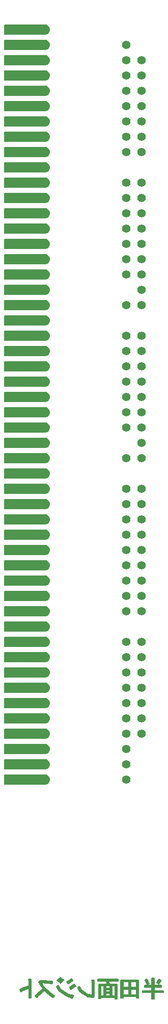
<source format=gbr>
G04 WinPCB Gerber Out *
G70*
G90*
G04 CSI RS-274X *
G04 Date: 2019/03/05 *
G04 Time: 11:11:37 *
%FSDAX66Y66*%
%MOIN*%
%IPPOS*%
%ADD10C,0.005906*%
%ADD11C,0.005315*%
%ADD12C,0.006890*%
%ADD13C,0.005512*%
%ADD14C,0.055118*%
%C:\Users\user_EDA1\Documents\PC-98_C-BUS_Board\6.vgîÂ\01\2-3¼cÊWXg-L1005.gbr*%
G01X000000000000Y000000000000D02*
G54D10*
X000001012519Y-000000846653D02*
X000001015590Y-000000841456D01*
D02*
X000001023622Y-000000830000D01*
D02*
X000001028464Y-000000823858D01*
D02*
X000001016771Y-000000815236D01*
D02*
X000001011220Y-000000820433D01*
D02*
X000001002598Y-000000831535D01*
D02*
X000000999527Y-000000837322D01*
D02*
X000001012519Y-000000846653D01*
X000000968228Y-000000889645D02*
X000000906692D01*
D02*
Y-000000901338D01*
D02*
X000000968228D01*
D02*
Y-000000945629D01*
D02*
X000000982283D01*
D02*
Y-000000901338D01*
D02*
X000001043818D01*
D02*
Y-000000889645D01*
D02*
X000000982283D01*
D02*
Y-000000866850D01*
D02*
X000001031535D01*
D02*
Y-000000855157D01*
D02*
X000000982283D01*
D02*
Y-000000808503D01*
D02*
X000000968818D01*
D02*
X000000966338Y-000000808858D01*
D02*
X000000966102Y-000000810629D01*
D02*
X000000968228Y-000000812165D01*
D02*
Y-000000855157D01*
D02*
X000000918976D01*
D02*
Y-000000866850D01*
D02*
X000000968228D01*
D02*
Y-000000889645D01*
X000000950984Y-000000843464D02*
X000000946968Y-000000836732D01*
D02*
X000000940236Y-000000821732D01*
D02*
X000000937401Y-000000813346D01*
D02*
X000000923937Y-000000818897D01*
D02*
X000000922165Y-000000820196D01*
D02*
X000000922755Y-000000821378D01*
D02*
X000000925118D01*
D02*
X000000928543Y-000000831535D01*
D02*
X000000935275Y-000000845708D01*
D02*
X000000938700Y-000000849724D01*
D02*
X000000950984Y-000000843464D01*
X000000865826Y-000000879842D02*
Y-000000917283D01*
D02*
X000000828858D01*
D02*
Y-000000879842D01*
D02*
X000000865826D01*
X000000828858Y-000000831889D02*
X000000865826D01*
D02*
Y-000000868149D01*
D02*
X000000828858D01*
D02*
Y-000000831889D01*
X000000816574Y-000000868149D02*
X000000779015D01*
D02*
Y-000000831889D01*
D02*
X000000816574D01*
D02*
Y-000000868149D01*
X000000779015Y-000000879842D02*
X000000816574D01*
D02*
Y-000000917283D01*
D02*
X000000779015D01*
D02*
Y-000000879842D01*
Y-000000936417D02*
Y-000000928976D01*
D02*
X000000865826D01*
D02*
Y-000000938188D01*
D02*
X000000879881D01*
D02*
Y-000000820196D01*
D02*
X000000764960D01*
D02*
Y-000000936417D01*
D02*
X000000779015D01*
X000000633621Y-000000941968D02*
Y-000000935826D01*
D02*
X000000727755D01*
D02*
Y-000000944330D01*
D02*
X000000740039D01*
D02*
Y-000000847244D01*
D02*
X000000689606D01*
D02*
X000000684645Y-000000826929D01*
D02*
X000000747480D01*
D02*
Y-000000815236D01*
D02*
X000000614015D01*
D02*
Y-000000826929D01*
D02*
X000000670590D01*
D02*
X000000677322Y-000000847244D01*
D02*
X000000621338D01*
D02*
Y-000000941968D01*
D02*
X000000633621D01*
X000000706259Y-000000858937D02*
X000000727755D01*
D02*
Y-000000924133D01*
D02*
X000000706259D01*
D02*
Y-000000858937D01*
X000000667519Y-000000908661D02*
X000000693976D01*
D02*
Y-000000924133D01*
D02*
X000000667519D01*
D02*
Y-000000908661D01*
Y-000000884685D02*
X000000693976D01*
D02*
Y-000000898858D01*
D02*
X000000667519D01*
D02*
Y-000000884685D01*
X000000693976Y-000000858937D02*
Y-000000874881D01*
D02*
X000000667519D01*
D02*
Y-000000858937D01*
D02*
X000000693976D01*
X000000655236D02*
Y-000000924133D01*
D02*
X000000633621D01*
D02*
Y-000000858937D01*
D02*
X000000655236D01*
X000000575629Y-000000918582D02*
X000000547283Y-000000913385D01*
D02*
X000000506063Y-000000884685D01*
D02*
X000000493189Y-000000861299D01*
D02*
X000000482677Y-000000871811D01*
D02*
X000000497440Y-000000897677D01*
D02*
X000000546692Y-000000929330D01*
D02*
X000000581063Y-000000935118D01*
D02*
X000000590984Y-000000927795D01*
D02*
X000000589684Y-000000924133D01*
D02*
Y-000000821968D01*
D02*
X000000576220D01*
D02*
X000000573503Y-000000822322D01*
D02*
X000000573149Y-000000824448D01*
D02*
X000000575629Y-000000826338D01*
D02*
Y-000000918582D01*
X000000344015Y-000000864488D02*
X000000359724Y-000000889645D01*
D02*
X000000408267Y-000000925315D01*
D02*
X000000441102Y-000000935826D01*
D02*
X000000442047Y-000000939488D01*
D02*
X000000445236Y-000000939724D01*
D02*
X000000447362Y-000000936417D01*
D02*
X000000455866Y-000000922834D01*
D02*
X000000422440Y-000000915511D01*
D02*
X000000372007Y-000000880787D01*
D02*
X000000355000Y-000000853385D01*
D02*
X000000344015Y-000000864488D01*
X000000438740Y-000000881023D02*
X000000447952Y-000000874291D01*
D02*
X000000463307Y-000000864488D01*
D02*
X000000469448Y-000000861299D01*
D02*
X000000460236Y-000000848425D01*
D02*
X000000452559Y-000000852440D01*
D02*
X000000436850Y-000000862362D01*
D02*
X000000428818Y-000000868149D01*
D02*
X000000438740Y-000000881023D01*
X000000420196Y-000000844763D02*
X000000428582Y-000000838976D01*
D02*
X000000443937Y-000000829055D01*
D02*
X000000451023Y-000000825039D01*
D02*
X000000442992Y-000000812165D01*
D02*
X000000434724Y-000000816771D01*
D02*
X000000419133Y-000000826692D01*
D02*
X000000411692Y-000000831889D01*
D02*
X000000420196Y-000000844763D01*
X000000369173Y-000000802952D02*
X000000363976Y-000000806968D01*
D02*
X000000353582Y-000000816417D01*
D02*
X000000348267Y-000000821968D01*
D02*
X000000356299Y-000000830000D01*
D02*
X000000361850Y-000000823858D01*
D02*
X000000372362Y-000000814055D01*
D02*
X000000377204Y-000000810275D01*
D02*
X000000369173Y-000000802952D01*
X000000383937Y-000000813346D02*
X000000378740Y-000000817716D01*
D02*
X000000368346Y-000000827519D01*
D02*
X000000363031Y-000000833070D01*
D02*
X000000371063Y-000000840393D01*
D02*
X000000376259Y-000000834960D01*
D02*
X000000387007Y-000000824803D01*
D02*
X000000392559Y-000000820196D01*
D02*
X000000383937Y-000000813346D01*
X000000255787Y-000000876771D02*
X000000242559Y-000000886929D01*
D02*
X000000216456Y-000000910196D01*
D02*
X000000203464Y-000000923425D01*
D02*
X000000215748Y-000000933937D01*
D02*
X000000228740Y-000000920472D01*
D02*
X000000253661Y-000000897677D01*
D02*
X000000265590Y-000000888464D01*
D02*
X000000277637Y-000000901338D01*
D02*
X000000304921Y-000000924370D01*
D02*
X000000320275Y-000000934527D01*
D02*
X000000331968Y-000000924133D01*
D02*
X000000299370Y-000000902874D01*
D02*
X000000257559Y-000000860472D01*
D02*
X000000248346Y-000000839212D01*
D02*
X000000315433Y-000000843464D01*
D02*
X000000317204Y-000000828818D01*
D02*
X000000245866Y-000000825629D01*
D02*
X000000238543Y-000000823858D01*
D02*
X000000228740Y-000000833661D01*
D02*
X000000226614Y-000000835905D01*
D02*
X000000227795Y-000000838622D01*
D02*
X000000231102Y-000000839212D01*
D02*
X000000237007Y-000000849370D01*
D02*
X000000249291Y-000000868149D01*
D02*
X000000255787Y-000000876771D01*
X000000163779Y-000000858937D02*
X000000148779Y-000000863307D01*
D02*
X000000118307Y-000000875000D01*
D02*
X000000102952Y-000000882322D01*
D02*
X000000110275Y-000000896378D01*
D02*
X000000126574Y-000000888110D01*
D02*
X000000153385Y-000000877126D01*
D02*
X000000163779Y-000000874291D01*
D02*
Y-000000938188D01*
D02*
X000000177952D01*
D02*
Y-000000815236D01*
D02*
X000000165669D01*
D02*
X000000162007Y-000000815590D01*
D02*
X000000161062Y-000000818070D01*
D02*
X000000163779Y-000000820196D01*
D02*
Y-000000858937D01*
G54D11*
X000000982283Y-000000945629D02*
X000000968228D01*
X000000982283Y-000000943858D02*
X000000968228D01*
X000000740039D02*
X000000727755D01*
X000000982283Y-000000942086D02*
X000000968228D01*
X000000740039D02*
X000000727755D01*
X000000982283Y-000000940315D02*
X000000968228D01*
X000000740039D02*
X000000727755D01*
X000000633621D02*
X000000621338D01*
X000000982283Y-000000938543D02*
X000000968228D01*
X000000740039D02*
X000000727755D01*
X000000633621D02*
X000000621338D01*
X000000445995D02*
X000000441803D01*
X000000982283Y-000000936771D02*
X000000968228D01*
X000000879881D02*
X000000865826D01*
X000000740039D02*
X000000727755D01*
X000000633621D02*
X000000621338D01*
X000000447134D02*
X000000441346D01*
X000000177952D02*
X000000163779D01*
X000000982283Y-000000935000D02*
X000000968228D01*
X000000879881D02*
X000000865826D01*
X000000779015D02*
X000000764960D01*
X000000740039D02*
X000000621338D01*
X000000448250D02*
X000000438519D01*
X000000177952D02*
X000000163779D01*
X000000982283Y-000000933228D02*
X000000968228D01*
X000000879881D02*
X000000865826D01*
X000000779015D02*
X000000764960D01*
X000000740039D02*
X000000621338D01*
X000000583623D02*
X000000569840D01*
X000000449358D02*
X000000432985D01*
X000000321737D02*
X000000318311D01*
X000000216431D02*
X000000214919D01*
X000000177952D02*
X000000163779D01*
X000000982283Y-000000931456D02*
X000000968228D01*
X000000879881D02*
X000000865826D01*
X000000779015D02*
X000000764960D01*
X000000740039D02*
X000000621338D01*
X000000586023D02*
X000000559318D01*
X000000450467D02*
X000000427451D01*
X000000323729D02*
X000000315633D01*
X000000218141D02*
X000000212849D01*
X000000177952D02*
X000000163779D01*
X000000982283Y-000000929685D02*
X000000968228D01*
X000000879881D02*
X000000865826D01*
X000000779015D02*
X000000764960D01*
X000000740039D02*
X000000621338D01*
X000000588424D02*
X000000548797D01*
X000000451576D02*
X000000421918D01*
X000000325723D02*
X000000312955D01*
X000000219850D02*
X000000210779D01*
X000000177952D02*
X000000163779D01*
X000000982283Y-000000927913D02*
X000000968228D01*
X000000879881D02*
X000000764960D01*
X000000740039D02*
X000000621338D01*
X000000590824D02*
X000000544487D01*
X000000452686D02*
X000000416384D01*
X000000327716D02*
X000000310277D01*
X000000221560D02*
X000000208709D01*
X000000177952D02*
X000000163779D01*
X000000982283Y-000000926141D02*
X000000968228D01*
X000000879881D02*
X000000764960D01*
X000000740039D02*
X000000621338D01*
X000000590397D02*
X000000541730D01*
X000000453795D02*
X000000410850D01*
X000000329709D02*
X000000307599D01*
X000000223269D02*
X000000206639D01*
X000000177952D02*
X000000163779D01*
X000000982283Y-000000924370D02*
X000000968228D01*
X000000879881D02*
X000000764960D01*
X000000740039D02*
X000000621338D01*
X000000589768D02*
X000000538974D01*
X000000454904D02*
X000000406981D01*
X000000331702D02*
X000000304921D01*
X000000224979D02*
X000000204568D01*
X000000177952D02*
X000000163779D01*
X000000982283Y-000000922598D02*
X000000968228D01*
X000000879881D02*
X000000764960D01*
X000000740039D02*
X000000727755D01*
X000000706259D02*
X000000693976D01*
X000000667519D02*
X000000655236D01*
X000000633621D02*
X000000621338D01*
X000000589684D02*
X000000536217D01*
X000000454787D02*
X000000404570D01*
X000000329614D02*
X000000302822D01*
X000000226689D02*
X000000204276D01*
X000000177952D02*
X000000163779D01*
X000000982283Y-000000920826D02*
X000000968228D01*
X000000879881D02*
X000000764960D01*
X000000740039D02*
X000000727755D01*
X000000706259D02*
X000000693976D01*
X000000667519D02*
X000000655236D01*
X000000633621D02*
X000000621338D01*
X000000589684D02*
X000000533461D01*
X000000446701D02*
X000000402159D01*
X000000326897D02*
X000000300723D01*
X000000228398D02*
X000000206016D01*
X000000177952D02*
X000000163779D01*
X000000982283Y-000000919055D02*
X000000968228D01*
X000000879881D02*
X000000764960D01*
X000000740039D02*
X000000727755D01*
X000000706259D02*
X000000693976D01*
X000000667519D02*
X000000655236D01*
X000000633621D02*
X000000621338D01*
X000000589684D02*
X000000530704D01*
X000000438614D02*
X000000399748D01*
X000000324181D02*
X000000298625D01*
X000000230289D02*
X000000207756D01*
X000000177952D02*
X000000163779D01*
X000000982283Y-000000917283D02*
X000000968228D01*
X000000879881D02*
X000000865826D01*
X000000828858D02*
X000000816574D01*
X000000779015D02*
X000000764960D01*
X000000740039D02*
X000000727755D01*
X000000706259D02*
X000000693976D01*
X000000667519D02*
X000000655236D01*
X000000633621D02*
X000000621338D01*
X000000589684D02*
X000000575629D01*
X000000568543D02*
X000000527947D01*
X000000430527D02*
X000000397337D01*
X000000321464D02*
X000000296526D01*
X000000232226D02*
X000000209496D01*
X000000177952D02*
X000000163779D01*
X000000982283Y-000000915511D02*
X000000968228D01*
X000000879881D02*
X000000865826D01*
X000000828858D02*
X000000816574D01*
X000000779015D02*
X000000764960D01*
X000000740039D02*
X000000727755D01*
X000000706259D02*
X000000693976D01*
X000000667519D02*
X000000655236D01*
X000000633621D02*
X000000621338D01*
X000000589684D02*
X000000575629D01*
X000000558879D02*
X000000525191D01*
X000000422440D02*
X000000394926D01*
X000000318748D02*
X000000294427D01*
X000000234163D02*
X000000211236D01*
X000000177952D02*
X000000163779D01*
X000000982283Y-000000913740D02*
X000000968228D01*
X000000879881D02*
X000000865826D01*
X000000828858D02*
X000000816574D01*
X000000779015D02*
X000000764960D01*
X000000740039D02*
X000000727755D01*
X000000706259D02*
X000000693976D01*
X000000667519D02*
X000000655236D01*
X000000633621D02*
X000000621338D01*
X000000589684D02*
X000000575629D01*
X000000549215D02*
X000000522434D01*
X000000419868D02*
X000000392515D01*
X000000316031D02*
X000000292329D01*
X000000236100D02*
X000000212976D01*
X000000177952D02*
X000000163779D01*
X000000982283Y-000000911968D02*
X000000968228D01*
X000000879881D02*
X000000865826D01*
X000000828858D02*
X000000816574D01*
X000000779015D02*
X000000764960D01*
X000000740039D02*
X000000727755D01*
X000000706259D02*
X000000693976D01*
X000000667519D02*
X000000655236D01*
X000000633621D02*
X000000621338D01*
X000000589684D02*
X000000575629D01*
X000000545248D02*
X000000519677D01*
X000000417294D02*
X000000390104D01*
X000000313315D02*
X000000290229D01*
X000000238037D02*
X000000214716D01*
X000000177952D02*
X000000163779D01*
X000000982283Y-000000910196D02*
X000000968228D01*
X000000879881D02*
X000000865826D01*
X000000828858D02*
X000000816574D01*
X000000779015D02*
X000000764960D01*
X000000740039D02*
X000000727755D01*
X000000706259D02*
X000000693976D01*
X000000667519D02*
X000000655236D01*
X000000633621D02*
X000000621338D01*
X000000589684D02*
X000000575629D01*
X000000542703D02*
X000000516921D01*
X000000414721D02*
X000000387693D01*
X000000310598D02*
X000000288131D01*
X000000239974D02*
X000000216456D01*
X000000177952D02*
X000000163779D01*
X000000982283Y-000000908425D02*
X000000968228D01*
X000000879881D02*
X000000865826D01*
X000000828858D02*
X000000816574D01*
X000000779015D02*
X000000764960D01*
X000000740039D02*
X000000727755D01*
X000000706259D02*
X000000655236D01*
X000000633621D02*
X000000621338D01*
X000000589684D02*
X000000575629D01*
X000000540159D02*
X000000514164D01*
X000000412148D02*
X000000385282D01*
X000000307881D02*
X000000286032D01*
X000000241910D02*
X000000218444D01*
X000000177952D02*
X000000163779D01*
X000000982283Y-000000906653D02*
X000000968228D01*
X000000879881D02*
X000000865826D01*
X000000828858D02*
X000000816574D01*
X000000779015D02*
X000000764960D01*
X000000740039D02*
X000000727755D01*
X000000706259D02*
X000000655236D01*
X000000633621D02*
X000000621338D01*
X000000589684D02*
X000000575629D01*
X000000537614D02*
X000000511408D01*
X000000409575D02*
X000000382870D01*
X000000305165D02*
X000000283933D01*
X000000243848D02*
X000000220431D01*
X000000177952D02*
X000000163779D01*
X000000982283Y-000000904881D02*
X000000968228D01*
X000000879881D02*
X000000865826D01*
X000000828858D02*
X000000816574D01*
X000000779015D02*
X000000764960D01*
X000000740039D02*
X000000727755D01*
X000000706259D02*
X000000655236D01*
X000000633621D02*
X000000621338D01*
X000000589684D02*
X000000575629D01*
X000000535070D02*
X000000508651D01*
X000000407002D02*
X000000380459D01*
X000000302448D02*
X000000281835D01*
X000000245784D02*
X000000222419D01*
X000000177952D02*
X000000163779D01*
X000000982283Y-000000903110D02*
X000000968228D01*
X000000879881D02*
X000000865826D01*
X000000828858D02*
X000000816574D01*
X000000779015D02*
X000000764960D01*
X000000740039D02*
X000000727755D01*
X000000706259D02*
X000000655236D01*
X000000633621D02*
X000000621338D01*
X000000589684D02*
X000000575629D01*
X000000532525D02*
X000000505894D01*
X000000404429D02*
X000000378048D01*
X000000299732D02*
X000000279736D01*
X000000247721D02*
X000000224406D01*
X000000177952D02*
X000000163779D01*
X000001043818Y-000000901338D02*
X000000906692D01*
X000000879881D02*
X000000865826D01*
X000000828858D02*
X000000816574D01*
X000000779015D02*
X000000764960D01*
X000000740039D02*
X000000727755D01*
X000000706259D02*
X000000655236D01*
X000000633621D02*
X000000621338D01*
X000000589684D02*
X000000575629D01*
X000000529981D02*
X000000503138D01*
X000000401856D02*
X000000375637D01*
X000000297855D02*
X000000277637D01*
X000000249658D02*
X000000226394D01*
X000000177952D02*
X000000163779D01*
X000001043818Y-000000899566D02*
X000000906692D01*
X000000879881D02*
X000000865826D01*
X000000828858D02*
X000000816574D01*
X000000779015D02*
X000000764960D01*
X000000740039D02*
X000000727755D01*
X000000706259D02*
X000000655236D01*
X000000633621D02*
X000000621338D01*
X000000589684D02*
X000000575629D01*
X000000527436D02*
X000000500381D01*
X000000399283D02*
X000000373226D01*
X000000296109D02*
X000000275979D01*
X000000251595D02*
X000000228381D01*
X000000177952D02*
X000000163779D01*
X000001043818Y-000000897795D02*
X000000906692D01*
X000000879881D02*
X000000865826D01*
X000000828858D02*
X000000816574D01*
X000000779015D02*
X000000764960D01*
X000000740039D02*
X000000727755D01*
X000000706259D02*
X000000693976D01*
X000000667519D02*
X000000655236D01*
X000000633621D02*
X000000621338D01*
X000000589684D02*
X000000575629D01*
X000000524892D02*
X000000497624D01*
X000000396709D02*
X000000370815D01*
X000000294361D02*
X000000274321D01*
X000000253531D02*
X000000230368D01*
X000000177952D02*
X000000163779D01*
X000001043818Y-000000896023D02*
X000000906692D01*
X000000879881D02*
X000000865826D01*
X000000828858D02*
X000000816574D01*
X000000779015D02*
X000000764960D01*
X000000740039D02*
X000000727755D01*
X000000706259D02*
X000000693976D01*
X000000667519D02*
X000000655236D01*
X000000633621D02*
X000000621338D01*
X000000589684D02*
X000000575629D01*
X000000522347D02*
X000000496497D01*
X000000394136D02*
X000000368404D01*
X000000292615D02*
X000000272664D01*
X000000255802D02*
X000000232356D01*
X000000177952D02*
X000000163779D01*
X000001043818Y-000000894251D02*
X000000906692D01*
X000000879881D02*
X000000865826D01*
X000000828858D02*
X000000816574D01*
X000000779015D02*
X000000764960D01*
X000000740039D02*
X000000727755D01*
X000000706259D02*
X000000693976D01*
X000000667519D02*
X000000655236D01*
X000000633621D02*
X000000621338D01*
X000000589684D02*
X000000575629D01*
X000000519803D02*
X000000495485D01*
X000000391563D02*
X000000365993D01*
X000000290868D02*
X000000271006D01*
X000000258096D02*
X000000234344D01*
X000000177952D02*
X000000163779D01*
X000000114466D02*
X000000109167D01*
X000001043818Y-000000892480D02*
X000000906692D01*
X000000879881D02*
X000000865826D01*
X000000828858D02*
X000000816574D01*
X000000779015D02*
X000000764960D01*
X000000740039D02*
X000000727755D01*
X000000706259D02*
X000000693976D01*
X000000667519D02*
X000000655236D01*
X000000633621D02*
X000000621338D01*
X000000589684D02*
X000000575629D01*
X000000517258D02*
X000000494474D01*
X000000388990D02*
X000000363581D01*
X000000289120D02*
X000000269348D01*
X000000260390D02*
X000000236331D01*
X000000177952D02*
X000000163779D01*
X000000117959D02*
X000000108244D01*
X000001043818Y-000000890708D02*
X000000906692D01*
X000000879881D02*
X000000865826D01*
X000000828858D02*
X000000816574D01*
X000000779015D02*
X000000764960D01*
X000000740039D02*
X000000727755D01*
X000000706259D02*
X000000693976D01*
X000000667519D02*
X000000655236D01*
X000000633621D02*
X000000621338D01*
X000000589684D02*
X000000575629D01*
X000000514714D02*
X000000493463D01*
X000000386417D02*
X000000361170D01*
X000000287374D02*
X000000267690D01*
X000000262684D02*
X000000238318D01*
X000000177952D02*
X000000163779D01*
X000000121452D02*
X000000107321D01*
X000000982283Y-000000888937D02*
X000000968228D01*
X000000879881D02*
X000000865826D01*
X000000828858D02*
X000000816574D01*
X000000779015D02*
X000000764960D01*
X000000740039D02*
X000000727755D01*
X000000706259D02*
X000000693976D01*
X000000667519D02*
X000000655236D01*
X000000633621D02*
X000000621338D01*
X000000589684D02*
X000000575629D01*
X000000512169D02*
X000000492452D01*
X000000383844D02*
X000000359282D01*
X000000285627D02*
X000000266032D01*
X000000264979D02*
X000000240306D01*
X000000177952D02*
X000000163779D01*
X000000124944D02*
X000000106398D01*
X000000982283Y-000000887165D02*
X000000968228D01*
X000000879881D02*
X000000865826D01*
X000000828858D02*
X000000816574D01*
X000000779015D02*
X000000764960D01*
X000000740039D02*
X000000727755D01*
X000000706259D02*
X000000693976D01*
X000000667519D02*
X000000655236D01*
X000000633621D02*
X000000621338D01*
X000000589684D02*
X000000575629D01*
X000000509625D02*
X000000491440D01*
X000000381271D02*
X000000358176D01*
X000000283880D02*
X000000242294D01*
X000000177952D02*
X000000163779D01*
X000000128881D02*
X000000105475D01*
X000000982283Y-000000885393D02*
X000000968228D01*
X000000879881D02*
X000000865826D01*
X000000828858D02*
X000000816574D01*
X000000779015D02*
X000000764960D01*
X000000740039D02*
X000000727755D01*
X000000706259D02*
X000000693976D01*
X000000667519D02*
X000000655236D01*
X000000633621D02*
X000000621338D01*
X000000589684D02*
X000000575629D01*
X000000507080D02*
X000000490429D01*
X000000378697D02*
X000000357069D01*
X000000282133D02*
X000000244558D01*
X000000177952D02*
X000000163779D01*
X000000133205D02*
X000000104552D01*
X000000982283Y-000000883621D02*
X000000968228D01*
X000000879881D02*
X000000865826D01*
X000000828858D02*
X000000816574D01*
X000000779015D02*
X000000764960D01*
X000000740039D02*
X000000727755D01*
X000000706259D02*
X000000655236D01*
X000000633621D02*
X000000621338D01*
X000000589684D02*
X000000575629D01*
X000000505478D02*
X000000489418D01*
X000000376124D02*
X000000355963D01*
X000000280386D02*
X000000246865D01*
X000000177952D02*
X000000163779D01*
X000000137529D02*
X000000103629D01*
X000000982283Y-000000881850D02*
X000000968228D01*
X000000879881D02*
X000000865826D01*
X000000828858D02*
X000000816574D01*
X000000779015D02*
X000000764960D01*
X000000740039D02*
X000000727755D01*
X000000706259D02*
X000000655236D01*
X000000633621D02*
X000000621338D01*
X000000589684D02*
X000000575629D01*
X000000504502D02*
X000000488407D01*
X000000373551D02*
X000000354856D01*
X000000278639D02*
X000000249173D01*
X000000177952D02*
X000000163779D01*
X000000141854D02*
X000000103943D01*
X000000982283Y-000000880078D02*
X000000968228D01*
X000000879881D02*
X000000865826D01*
X000000828858D02*
X000000816574D01*
X000000779015D02*
X000000764960D01*
X000000740039D02*
X000000727755D01*
X000000706259D02*
X000000655236D01*
X000000633621D02*
X000000621338D01*
X000000589684D02*
X000000575629D01*
X000000503527D02*
X000000487396D01*
X000000440033D02*
X000000438011D01*
X000000371567D02*
X000000353750D01*
X000000276892D02*
X000000251480D01*
X000000177952D02*
X000000163779D01*
X000000146178D02*
X000000107657D01*
X000000982283Y-000000878307D02*
X000000968228D01*
X000000879881D02*
X000000764960D01*
X000000740039D02*
X000000727755D01*
X000000706259D02*
X000000655236D01*
X000000633621D02*
X000000621338D01*
X000000589684D02*
X000000575629D01*
X000000502551D02*
X000000486385D01*
X000000442457D02*
X000000436646D01*
X000000370468D02*
X000000352644D01*
X000000275145D02*
X000000253787D01*
X000000177952D02*
X000000163779D01*
X000000150502D02*
X000000111372D01*
X000000982283Y-000000876535D02*
X000000968228D01*
X000000879881D02*
X000000764960D01*
X000000740039D02*
X000000727755D01*
X000000706259D02*
X000000655236D01*
X000000633621D02*
X000000621338D01*
X000000589684D02*
X000000575629D01*
X000000501576D02*
X000000485373D01*
X000000444881D02*
X000000435281D01*
X000000369368D02*
X000000351538D01*
X000000273398D02*
X000000255609D01*
X000000177952D02*
X000000163779D01*
X000000155551D02*
X000000115087D01*
X000000982283Y-000000874763D02*
X000000968228D01*
X000000879881D02*
X000000764960D01*
X000000740039D02*
X000000727755D01*
X000000706259D02*
X000000693976D01*
X000000667519D02*
X000000655236D01*
X000000633621D02*
X000000621338D01*
X000000589684D02*
X000000575629D01*
X000000500601D02*
X000000484362D01*
X000000447306D02*
X000000433916D01*
X000000368269D02*
X000000350431D01*
X000000271651D02*
X000000254274D01*
X000000177952D02*
X000000163779D01*
X000000162047D02*
X000000118922D01*
X000000982283Y-000000872992D02*
X000000968228D01*
X000000879881D02*
X000000764960D01*
X000000740039D02*
X000000727755D01*
X000000706259D02*
X000000693976D01*
X000000667519D02*
X000000655236D01*
X000000633621D02*
X000000621338D01*
X000000589684D02*
X000000575629D01*
X000000499625D02*
X000000483351D01*
X000000449987D02*
X000000432550D01*
X000000367169D02*
X000000349325D01*
X000000269904D02*
X000000252939D01*
X000000177952D02*
X000000123539D01*
X000000982283Y-000000871220D02*
X000000968228D01*
X000000879881D02*
X000000764960D01*
X000000740039D02*
X000000727755D01*
X000000706259D02*
X000000693976D01*
X000000667519D02*
X000000655236D01*
X000000633621D02*
X000000621338D01*
X000000589684D02*
X000000575629D01*
X000000498650D02*
X000000483267D01*
X000000452762D02*
X000000431185D01*
X000000366069D02*
X000000348219D01*
X000000268157D02*
X000000251605D01*
X000000177952D02*
X000000128156D01*
X000000982283Y-000000869448D02*
X000000968228D01*
X000000879881D02*
X000000764960D01*
X000000740039D02*
X000000727755D01*
X000000706259D02*
X000000693976D01*
X000000667519D02*
X000000655236D01*
X000000633621D02*
X000000621338D01*
X000000589684D02*
X000000575629D01*
X000000497675D02*
X000000485039D01*
X000000455537D02*
X000000429820D01*
X000000364970D02*
X000000347113D01*
X000000266410D02*
X000000250270D01*
X000000177952D02*
X000000132773D01*
X000000982283Y-000000867677D02*
X000000968228D01*
X000000879881D02*
X000000865826D01*
X000000828858D02*
X000000816574D01*
X000000779015D02*
X000000764960D01*
X000000740039D02*
X000000727755D01*
X000000706259D02*
X000000693976D01*
X000000667519D02*
X000000655236D01*
X000000633621D02*
X000000621338D01*
X000000589684D02*
X000000575629D01*
X000000496700D02*
X000000486811D01*
X000000458312D02*
X000000429474D01*
X000000363870D02*
X000000346006D01*
X000000264663D02*
X000000248982D01*
X000000177952D02*
X000000137390D01*
X000001031535Y-000000865905D02*
X000000918976D01*
X000000879881D02*
X000000865826D01*
X000000828858D02*
X000000816574D01*
X000000779015D02*
X000000764960D01*
X000000740039D02*
X000000727755D01*
X000000706259D02*
X000000693976D01*
X000000667519D02*
X000000655236D01*
X000000633621D02*
X000000621338D01*
X000000589684D02*
X000000575629D01*
X000000495724D02*
X000000488582D01*
X000000461086D02*
X000000431933D01*
X000000362770D02*
X000000344900D01*
X000000262916D02*
X000000247823D01*
X000000177952D02*
X000000142007D01*
X000001031535Y-000000864133D02*
X000000918976D01*
X000000879881D02*
X000000865826D01*
X000000828858D02*
X000000816574D01*
X000000779015D02*
X000000764960D01*
X000000740039D02*
X000000727755D01*
X000000706259D02*
X000000693976D01*
X000000667519D02*
X000000655236D01*
X000000633621D02*
X000000621338D01*
X000000589684D02*
X000000575629D01*
X000000494749D02*
X000000490354D01*
X000000463989D02*
X000000434391D01*
X000000361671D02*
X000000344366D01*
X000000261169D02*
X000000246665D01*
X000000177952D02*
X000000146625D01*
X000001031535Y-000000862362D02*
X000000918976D01*
X000000879881D02*
X000000865826D01*
X000000828858D02*
X000000816574D01*
X000000779015D02*
X000000764960D01*
X000000740039D02*
X000000727755D01*
X000000706259D02*
X000000693976D01*
X000000667519D02*
X000000655236D01*
X000000633621D02*
X000000621338D01*
X000000589684D02*
X000000575629D01*
X000000493774D02*
X000000492125D01*
X000000467401D02*
X000000436850D01*
X000000360571D02*
X000000346118D01*
X000000259422D02*
X000000245505D01*
X000000177952D02*
X000000152022D01*
X000001031535Y-000000860590D02*
X000000918976D01*
X000000879881D02*
X000000865826D01*
X000000828858D02*
X000000816574D01*
X000000779015D02*
X000000764960D01*
X000000740039D02*
X000000727755D01*
X000000706259D02*
X000000693976D01*
X000000667519D02*
X000000655236D01*
X000000633621D02*
X000000621338D01*
X000000589684D02*
X000000575629D01*
X000000468941D02*
X000000439655D01*
X000000359471D02*
X000000347872D01*
X000000257675D02*
X000000244346D01*
X000000177952D02*
X000000158103D01*
X000001031535Y-000000858818D02*
X000000918976D01*
X000000879881D02*
X000000865826D01*
X000000828858D02*
X000000816574D01*
X000000779015D02*
X000000764960D01*
X000000740039D02*
X000000621338D01*
X000000589684D02*
X000000575629D01*
X000000467674D02*
X000000442460D01*
X000000358372D02*
X000000349624D01*
X000000256842D02*
X000000243188D01*
X000000177952D02*
X000000163779D01*
X000001031535Y-000000857047D02*
X000000918976D01*
X000000879881D02*
X000000865826D01*
X000000828858D02*
X000000816574D01*
X000000779015D02*
X000000764960D01*
X000000740039D02*
X000000621338D01*
X000000589684D02*
X000000575629D01*
X000000466406D02*
X000000445265D01*
X000000357272D02*
X000000351377D01*
X000000256074D02*
X000000242029D01*
X000000177952D02*
X000000163779D01*
X000001031535Y-000000855275D02*
X000000918976D01*
X000000879881D02*
X000000865826D01*
X000000828858D02*
X000000816574D01*
X000000779015D02*
X000000764960D01*
X000000740039D02*
X000000621338D01*
X000000589684D02*
X000000575629D01*
X000000465138D02*
X000000448070D01*
X000000356173D02*
X000000353130D01*
X000000255307D02*
X000000240870D01*
X000000177952D02*
X000000163779D01*
X000000982283Y-000000853503D02*
X000000968228D01*
X000000879881D02*
X000000865826D01*
X000000828858D02*
X000000816574D01*
X000000779015D02*
X000000764960D01*
X000000740039D02*
X000000621338D01*
X000000589684D02*
X000000575629D01*
X000000463870D02*
X000000450875D01*
X000000254539D02*
X000000239711D01*
X000000177952D02*
X000000163779D01*
X000000982283Y-000000851732D02*
X000000968228D01*
X000000879881D02*
X000000865826D01*
X000000828858D02*
X000000816574D01*
X000000779015D02*
X000000764960D01*
X000000740039D02*
X000000621338D01*
X000000589684D02*
X000000575629D01*
X000000462602D02*
X000000453914D01*
X000000253771D02*
X000000238553D01*
X000000177952D02*
X000000163779D01*
X000000982283Y-000000849960D02*
X000000968228D01*
X000000879881D02*
X000000865826D01*
X000000828858D02*
X000000816574D01*
X000000779015D02*
X000000764960D01*
X000000740039D02*
X000000621338D01*
X000000589684D02*
X000000575629D01*
X000000461335D02*
X000000457301D01*
X000000253003D02*
X000000237394D01*
X000000177952D02*
X000000163779D01*
X000000982283Y-000000848189D02*
X000000968228D01*
X000000941713D02*
X000000937391D01*
X000000879881D02*
X000000865826D01*
X000000828858D02*
X000000816574D01*
X000000779015D02*
X000000764960D01*
X000000740039D02*
X000000621338D01*
X000000589684D02*
X000000575629D01*
X000000252236D02*
X000000236320D01*
X000000177952D02*
X000000163779D01*
X000000982283Y-000000846417D02*
X000000968228D01*
X000000945190D02*
X000000935879D01*
X000000879881D02*
X000000865826D01*
X000000828858D02*
X000000816574D01*
X000000779015D02*
X000000764960D01*
X000000689404D02*
X000000677048D01*
X000000589684D02*
X000000575629D01*
X000000251468D02*
X000000235290D01*
X000000177952D02*
X000000163779D01*
X000001013706Y-000000844645D02*
X000001009724D01*
X000000982283D02*
X000000968228D01*
X000000948666D02*
X000000934770D01*
X000000879881D02*
X000000865826D01*
X000000828858D02*
X000000816574D01*
X000000779015D02*
X000000764960D01*
X000000688972D02*
X000000676461D01*
X000000589684D02*
X000000575629D01*
X000000250700D02*
X000000234261D01*
X000000177952D02*
X000000163779D01*
X000001014753Y-000000842874D02*
X000001007257D01*
X000000982283D02*
X000000968228D01*
X000000950632D02*
X000000933928D01*
X000000879881D02*
X000000865826D01*
X000000828858D02*
X000000816574D01*
X000000779015D02*
X000000764960D01*
X000000688539D02*
X000000675874D01*
X000000589684D02*
X000000575629D01*
X000000422935D02*
X000000418948D01*
X000000315504D02*
X000000306115D01*
X000000249933D02*
X000000233231D01*
X000000177952D02*
X000000163779D01*
X000001015839Y-000000841102D02*
X000001004789D01*
X000000982283D02*
X000000968228D01*
X000000949575D02*
X000000933087D01*
X000000879881D02*
X000000865826D01*
X000000828858D02*
X000000816574D01*
X000000779015D02*
X000000764960D01*
X000000688106D02*
X000000675287D01*
X000000589684D02*
X000000575629D01*
X000000425502D02*
X000000417778D01*
X000000315718D02*
X000000278162D01*
X000000249165D02*
X000000232201D01*
X000000177952D02*
X000000163779D01*
X000001017080Y-000000839330D02*
X000001002323D01*
X000000982283D02*
X000000968228D01*
X000000948518D02*
X000000932246D01*
X000000879881D02*
X000000865826D01*
X000000828858D02*
X000000816574D01*
X000000779015D02*
X000000764960D01*
X000000687674D02*
X000000674700D01*
X000000589684D02*
X000000575629D01*
X000000428069D02*
X000000416607D01*
X000000372079D02*
X000000369897D01*
X000000315932D02*
X000000250210D01*
X000000248397D02*
X000000231171D01*
X000000177952D02*
X000000163779D01*
X000001018322Y-000000837559D02*
X000000999856D01*
X000000982283D02*
X000000968228D01*
X000000947461D02*
X000000931404D01*
X000000879881D02*
X000000865826D01*
X000000828858D02*
X000000816574D01*
X000000779015D02*
X000000764960D01*
X000000687241D02*
X000000674113D01*
X000000589684D02*
X000000575629D01*
X000000430776D02*
X000000415437D01*
X000000373774D02*
X000000367953D01*
X000000316147D02*
X000000227333D01*
X000000177952D02*
X000000163779D01*
X000001019565Y-000000835787D02*
X000001000342D01*
X000000982283D02*
X000000968228D01*
X000000946544D02*
X000000930562D01*
X000000879881D02*
X000000865826D01*
X000000828858D02*
X000000816574D01*
X000000779015D02*
X000000764960D01*
X000000686808D02*
X000000673526D01*
X000000589684D02*
X000000575629D01*
X000000433518D02*
X000000414267D01*
X000000375468D02*
X000000366010D01*
X000000316361D02*
X000000226726D01*
X000000177952D02*
X000000163779D01*
X000001020806Y-000000834015D02*
X000001001282D01*
X000000982283D02*
X000000968228D01*
X000000945749D02*
X000000929721D01*
X000000879881D02*
X000000865826D01*
X000000828858D02*
X000000816574D01*
X000000779015D02*
X000000764960D01*
X000000686376D02*
X000000672939D01*
X000000589684D02*
X000000575629D01*
X000000436259D02*
X000000413097D01*
X000000377259D02*
X000000364067D01*
X000000316576D02*
X000000228404D01*
X000000177952D02*
X000000163779D01*
X000001022048Y-000000832244D02*
X000001002222D01*
X000000982283D02*
X000000968228D01*
X000000944953D02*
X000000928879D01*
X000000879881D02*
X000000865826D01*
X000000828858D02*
X000000816574D01*
X000000779015D02*
X000000764960D01*
X000000685943D02*
X000000672352D01*
X000000589684D02*
X000000575629D01*
X000000439002D02*
X000000411926D01*
X000000379134D02*
X000000363823D01*
X000000316790D02*
X000000230157D01*
X000000177952D02*
X000000163779D01*
X000001023290Y-000000830472D02*
X000001003423D01*
X000000982283D02*
X000000968228D01*
X000000944159D02*
X000000928184D01*
X000000879881D02*
X000000764960D01*
X000000685511D02*
X000000671764D01*
X000000589684D02*
X000000575629D01*
X000000441743D02*
X000000413722D01*
X000000381008D02*
X000000365519D01*
X000000317004D02*
X000000231929D01*
X000000177952D02*
X000000163779D01*
X000001024646Y-000000828700D02*
X000001004799D01*
X000000982283D02*
X000000968228D01*
X000000943363D02*
X000000927586D01*
X000000879881D02*
X000000764960D01*
X000000685078D02*
X000000671178D01*
X000000589684D02*
X000000575629D01*
X000000444562D02*
X000000416259D01*
X000000382883D02*
X000000367215D01*
X000000357473D02*
X000000355000D01*
X000000314562D02*
X000000233700D01*
X000000177952D02*
X000000163779D01*
X000001026043Y-000000826929D02*
X000001006175D01*
X000000982283D02*
X000000968228D01*
X000000942568D02*
X000000926990D01*
X000000879881D02*
X000000764960D01*
X000000747480D02*
X000000614015D01*
X000000589684D02*
X000000575629D01*
X000000447688D02*
X000000418795D01*
X000000384758D02*
X000000368972D01*
X000000359074D02*
X000000353228D01*
X000000274929D02*
X000000235472D01*
X000000177952D02*
X000000163779D01*
X000001027440Y-000000825157D02*
X000001007551D01*
X000000982283D02*
X000000968228D01*
X000000941773D02*
X000000926392D01*
X000000879881D02*
X000000764960D01*
X000000747480D02*
X000000614015D01*
X000000589684D02*
X000000574079D01*
X000000450815D02*
X000000421546D01*
X000000386633D02*
X000000370850D01*
X000000360676D02*
X000000351456D01*
X000000243913D02*
X000000237244D01*
X000000177952D02*
X000000163779D01*
X000001027823Y-000000823385D02*
X000001008927D01*
X000000982283D02*
X000000968228D01*
X000000940978D02*
X000000925795D01*
X000000879881D02*
X000000764960D01*
X000000747480D02*
X000000614015D01*
X000000589684D02*
X000000573326D01*
X000000449992D02*
X000000424330D01*
X000000388715D02*
X000000372729D01*
X000000362357D02*
X000000349685D01*
X000000177952D02*
X000000163779D01*
X000001025421Y-000000821614D02*
X000001010303D01*
X000000982283D02*
X000000968228D01*
X000000940196D02*
X000000925197D01*
X000000879881D02*
X000000764960D01*
X000000747480D02*
X000000614015D01*
X000000448887D02*
X000000427114D01*
X000000390851D02*
X000000374607D01*
X000000364256D02*
X000000348607D01*
X000000177952D02*
X000000163779D01*
X000001023018Y-000000819842D02*
X000001011851D01*
X000000982283D02*
X000000968228D01*
X000000939597D02*
X000000922648D01*
X000000747480D02*
X000000614015D01*
X000000447781D02*
X000000429898D01*
X000000392113D02*
X000000376486D01*
X000000366156D02*
X000000350303D01*
X000000177952D02*
X000000163326D01*
X000001020615Y-000000818070D02*
X000001013743D01*
X000000982283D02*
X000000968228D01*
X000000938998D02*
X000000925942D01*
X000000747480D02*
X000000614015D01*
X000000446676D02*
X000000432683D01*
X000000389883D02*
X000000378364D01*
X000000368056D02*
X000000351999D01*
X000000177952D02*
X000000161062D01*
X000001018213Y-000000816299D02*
X000001015636D01*
X000000982283D02*
X000000968228D01*
X000000938400D02*
X000000930239D01*
X000000747480D02*
X000000614015D01*
X000000445570D02*
X000000435572D01*
X000000387653D02*
X000000380425D01*
X000000369955D02*
X000000353712D01*
X000000177952D02*
X000000161738D01*
X000000982283Y-000000814527D02*
X000000968228D01*
X000000937800D02*
X000000934536D01*
X000000444465D02*
X000000438752D01*
X000000385423D02*
X000000382532D01*
X000000371855D02*
X000000355661D01*
X000000982283Y-000000812755D02*
X000000968228D01*
X000000443360D02*
X000000441932D01*
X000000374026D02*
X000000357609D01*
X000000982283Y-000000810984D02*
X000000966592D01*
X000000376296D02*
X000000359558D01*
X000000982283Y-000000809212D02*
X000000966290D01*
X000000376039D02*
X000000361507D01*
X000000374095Y-000000807440D02*
X000000363456D01*
X000000372152Y-000000805669D02*
X000000365657D01*
X000000370209Y-000000803897D02*
X000000367950D01*
G54D12*
X000000003444Y000000520374D02*
X000000265551D01*
D02*
X000000267173Y000000520331D01*
D02*
X000000268792Y000000520204D01*
D02*
X000000270401Y000000519992D01*
D02*
X000000271997Y000000519696D01*
D02*
X000000273575Y000000519317D01*
D02*
X000000275131Y000000518856D01*
D02*
X000000276661Y000000518314D01*
D02*
X000000278161Y000000517693D01*
D02*
X000000279626Y000000516994D01*
D02*
X000000281053Y000000516220D01*
D02*
X000000282437Y000000515371D01*
D02*
X000000283774Y000000514452D01*
D02*
X000000285062Y000000513464D01*
D02*
X000000286296Y000000512410D01*
D02*
X000000287474Y000000511293D01*
D02*
X000000288591Y000000510115D01*
D02*
X000000289645Y000000508881D01*
D02*
X000000290633Y000000507593D01*
D02*
X000000291553Y000000506255D01*
D02*
X000000292401Y000000504872D01*
D02*
X000000293176Y000000503445D01*
D02*
X000000293874Y000000501980D01*
D02*
X000000294495Y000000500480D01*
D02*
X000000295037Y000000498950D01*
D02*
X000000295498Y000000497394D01*
D02*
X000000295877Y000000495816D01*
D02*
X000000296173Y000000494220D01*
D02*
X000000296385Y000000492610D01*
D02*
X000000296512Y000000490992D01*
D02*
X000000296555Y000000489370D01*
D02*
X000000296512Y000000487747D01*
D02*
X000000296385Y000000486129D01*
D02*
X000000296173Y000000484520D01*
D02*
X000000295877Y000000482923D01*
D02*
X000000295498Y000000481345D01*
D02*
X000000295037Y000000479789D01*
D02*
X000000294495Y000000478259D01*
D02*
X000000293874Y000000476759D01*
D02*
X000000293176Y000000475294D01*
D02*
X000000292401Y000000473868D01*
D02*
X000000291553Y000000472484D01*
D02*
X000000290633Y000000471146D01*
D02*
X000000289645Y000000469858D01*
D02*
X000000288591Y000000468624D01*
D02*
X000000287474Y000000467446D01*
D02*
X000000286296Y000000466329D01*
D02*
X000000285062Y000000465275D01*
D02*
X000000283774Y000000464287D01*
D02*
X000000282437Y000000463368D01*
D02*
X000000281053Y000000462519D01*
D02*
X000000279626Y000000461745D01*
D02*
X000000278161Y000000461046D01*
D02*
X000000276661Y000000460425D01*
D02*
X000000275131Y000000459883D01*
D02*
X000000273575Y000000459422D01*
D02*
X000000271997Y000000459043D01*
D02*
X000000270401Y000000458748D01*
D02*
X000000268792Y000000458535D01*
D02*
X000000267173Y000000458408D01*
D02*
X000000265551Y000000458366D01*
D02*
X000000003444D01*
D02*
Y000000520374D01*
Y000000620374D02*
X000000265551D01*
D02*
X000000267173Y000000620331D01*
D02*
X000000268792Y000000620204D01*
D02*
X000000270401Y000000619992D01*
D02*
X000000271997Y000000619696D01*
D02*
X000000273575Y000000619317D01*
D02*
X000000275131Y000000618856D01*
D02*
X000000276661Y000000618314D01*
D02*
X000000278161Y000000617693D01*
D02*
X000000279626Y000000616994D01*
D02*
X000000281053Y000000616220D01*
D02*
X000000282437Y000000615371D01*
D02*
X000000283774Y000000614452D01*
D02*
X000000285062Y000000613464D01*
D02*
X000000286296Y000000612410D01*
D02*
X000000287474Y000000611293D01*
D02*
X000000288591Y000000610115D01*
D02*
X000000289645Y000000608881D01*
D02*
X000000290633Y000000607593D01*
D02*
X000000291553Y000000606255D01*
D02*
X000000292401Y000000604872D01*
D02*
X000000293176Y000000603445D01*
D02*
X000000293874Y000000601980D01*
D02*
X000000294495Y000000600480D01*
D02*
X000000295037Y000000598950D01*
D02*
X000000295498Y000000597394D01*
D02*
X000000295877Y000000595816D01*
D02*
X000000296173Y000000594220D01*
D02*
X000000296385Y000000592611D01*
D02*
X000000296512Y000000590992D01*
D02*
X000000296555Y000000589370D01*
D02*
X000000296512Y000000587747D01*
D02*
X000000296385Y000000586129D01*
D02*
X000000296173Y000000584520D01*
D02*
X000000295877Y000000582924D01*
D02*
X000000295498Y000000581345D01*
D02*
X000000295037Y000000579789D01*
D02*
X000000294495Y000000578259D01*
D02*
X000000293874Y000000576759D01*
D02*
X000000293176Y000000575294D01*
D02*
X000000292401Y000000573868D01*
D02*
X000000291553Y000000572484D01*
D02*
X000000290633Y000000571146D01*
D02*
X000000289645Y000000569858D01*
D02*
X000000288591Y000000568624D01*
D02*
X000000287474Y000000567446D01*
D02*
X000000286296Y000000566329D01*
D02*
X000000285062Y000000565275D01*
D02*
X000000283774Y000000564287D01*
D02*
X000000282437Y000000563368D01*
D02*
X000000281053Y000000562519D01*
D02*
X000000279626Y000000561745D01*
D02*
X000000278161Y000000561046D01*
D02*
X000000276661Y000000560425D01*
D02*
X000000275131Y000000559883D01*
D02*
X000000273575Y000000559422D01*
D02*
X000000271997Y000000559043D01*
D02*
X000000270401Y000000558748D01*
D02*
X000000268792Y000000558535D01*
D02*
X000000267173Y000000558408D01*
D02*
X000000265551Y000000558366D01*
D02*
X000000003444D01*
D02*
Y000000620374D01*
Y000000720374D02*
X000000265551D01*
D02*
X000000267173Y000000720331D01*
D02*
X000000268792Y000000720204D01*
D02*
X000000270401Y000000719992D01*
D02*
X000000271997Y000000719696D01*
D02*
X000000273575Y000000719317D01*
D02*
X000000275131Y000000718856D01*
D02*
X000000276661Y000000718314D01*
D02*
X000000278161Y000000717693D01*
D02*
X000000279626Y000000716994D01*
D02*
X000000281053Y000000716220D01*
D02*
X000000282437Y000000715372D01*
D02*
X000000283774Y000000714452D01*
D02*
X000000285062Y000000713464D01*
D02*
X000000286296Y000000712410D01*
D02*
X000000287474Y000000711293D01*
D02*
X000000288591Y000000710115D01*
D02*
X000000289645Y000000708881D01*
D02*
X000000290633Y000000707593D01*
D02*
X000000291553Y000000706255D01*
D02*
X000000292401Y000000704872D01*
D02*
X000000293176Y000000703445D01*
D02*
X000000293874Y000000701980D01*
D02*
X000000294495Y000000700480D01*
D02*
X000000295037Y000000698950D01*
D02*
X000000295498Y000000697394D01*
D02*
X000000295877Y000000695816D01*
D02*
X000000296173Y000000694220D01*
D02*
X000000296385Y000000692611D01*
D02*
X000000296512Y000000690992D01*
D02*
X000000296555Y000000689370D01*
D02*
X000000296512Y000000687747D01*
D02*
X000000296385Y000000686129D01*
D02*
X000000296173Y000000684520D01*
D02*
X000000295877Y000000682924D01*
D02*
X000000295498Y000000681345D01*
D02*
X000000295037Y000000679789D01*
D02*
X000000294495Y000000678259D01*
D02*
X000000293874Y000000676759D01*
D02*
X000000293176Y000000675294D01*
D02*
X000000292401Y000000673868D01*
D02*
X000000291553Y000000672484D01*
D02*
X000000290633Y000000671146D01*
D02*
X000000289645Y000000669858D01*
D02*
X000000288591Y000000668624D01*
D02*
X000000287474Y000000667446D01*
D02*
X000000286296Y000000666329D01*
D02*
X000000285062Y000000665275D01*
D02*
X000000283774Y000000664287D01*
D02*
X000000282437Y000000663368D01*
D02*
X000000281053Y000000662519D01*
D02*
X000000279626Y000000661745D01*
D02*
X000000278161Y000000661046D01*
D02*
X000000276661Y000000660425D01*
D02*
X000000275131Y000000659883D01*
D02*
X000000273575Y000000659422D01*
D02*
X000000271997Y000000659043D01*
D02*
X000000270401Y000000658748D01*
D02*
X000000268792Y000000658535D01*
D02*
X000000267173Y000000658408D01*
D02*
X000000265551Y000000658366D01*
D02*
X000000003444D01*
D02*
Y000000720374D01*
Y000000820374D02*
X000000265551D01*
D02*
X000000267173Y000000820331D01*
D02*
X000000268792Y000000820204D01*
D02*
X000000270401Y000000819992D01*
D02*
X000000271997Y000000819696D01*
D02*
X000000273575Y000000819317D01*
D02*
X000000275131Y000000818856D01*
D02*
X000000276661Y000000818314D01*
D02*
X000000278161Y000000817693D01*
D02*
X000000279626Y000000816994D01*
D02*
X000000281053Y000000816220D01*
D02*
X000000282437Y000000815372D01*
D02*
X000000283774Y000000814452D01*
D02*
X000000285062Y000000813464D01*
D02*
X000000286296Y000000812410D01*
D02*
X000000287474Y000000811293D01*
D02*
X000000288591Y000000810115D01*
D02*
X000000289645Y000000808881D01*
D02*
X000000290633Y000000807593D01*
D02*
X000000291553Y000000806255D01*
D02*
X000000292401Y000000804871D01*
D02*
X000000293176Y000000803445D01*
D02*
X000000293874Y000000801980D01*
D02*
X000000294495Y000000800480D01*
D02*
X000000295037Y000000798950D01*
D02*
X000000295498Y000000797394D01*
D02*
X000000295877Y000000795816D01*
D02*
X000000296173Y000000794220D01*
D02*
X000000296385Y000000792611D01*
D02*
X000000296512Y000000790992D01*
D02*
X000000296555Y000000789370D01*
D02*
X000000296512Y000000787747D01*
D02*
X000000296385Y000000786129D01*
D02*
X000000296173Y000000784520D01*
D02*
X000000295877Y000000782924D01*
D02*
X000000295498Y000000781345D01*
D02*
X000000295037Y000000779789D01*
D02*
X000000294495Y000000778259D01*
D02*
X000000293874Y000000776759D01*
D02*
X000000293176Y000000775294D01*
D02*
X000000292401Y000000773868D01*
D02*
X000000291553Y000000772484D01*
D02*
X000000290633Y000000771146D01*
D02*
X000000289645Y000000769858D01*
D02*
X000000288591Y000000768624D01*
D02*
X000000287474Y000000767446D01*
D02*
X000000286296Y000000766329D01*
D02*
X000000285062Y000000765275D01*
D02*
X000000283774Y000000764287D01*
D02*
X000000282437Y000000763368D01*
D02*
X000000281053Y000000762519D01*
D02*
X000000279626Y000000761745D01*
D02*
X000000278161Y000000761046D01*
D02*
X000000276661Y000000760425D01*
D02*
X000000275131Y000000759883D01*
D02*
X000000273575Y000000759422D01*
D02*
X000000271997Y000000759043D01*
D02*
X000000270401Y000000758748D01*
D02*
X000000268792Y000000758535D01*
D02*
X000000267173Y000000758408D01*
D02*
X000000265551Y000000758366D01*
D02*
X000000003444D01*
D02*
Y000000820374D01*
Y000000920374D02*
X000000265551D01*
D02*
X000000267173Y000000920331D01*
D02*
X000000268792Y000000920204D01*
D02*
X000000270401Y000000919992D01*
D02*
X000000271997Y000000919696D01*
D02*
X000000273575Y000000919317D01*
D02*
X000000275131Y000000918856D01*
D02*
X000000276661Y000000918314D01*
D02*
X000000278161Y000000917693D01*
D02*
X000000279626Y000000916994D01*
D02*
X000000281053Y000000916220D01*
D02*
X000000282437Y000000915372D01*
D02*
X000000283774Y000000914452D01*
D02*
X000000285062Y000000913464D01*
D02*
X000000286296Y000000912410D01*
D02*
X000000287474Y000000911293D01*
D02*
X000000288591Y000000910115D01*
D02*
X000000289645Y000000908881D01*
D02*
X000000290633Y000000907593D01*
D02*
X000000291553Y000000906255D01*
D02*
X000000292401Y000000904872D01*
D02*
X000000293176Y000000903445D01*
D02*
X000000293874Y000000901980D01*
D02*
X000000294495Y000000900480D01*
D02*
X000000295037Y000000898950D01*
D02*
X000000295498Y000000897394D01*
D02*
X000000295877Y000000895816D01*
D02*
X000000296173Y000000894220D01*
D02*
X000000296385Y000000892611D01*
D02*
X000000296512Y000000890992D01*
D02*
X000000296555Y000000889370D01*
D02*
X000000296512Y000000887747D01*
D02*
X000000296385Y000000886129D01*
D02*
X000000296173Y000000884520D01*
D02*
X000000295877Y000000882923D01*
D02*
X000000295498Y000000881345D01*
D02*
X000000295037Y000000879789D01*
D02*
X000000294495Y000000878259D01*
D02*
X000000293874Y000000876759D01*
D02*
X000000293176Y000000875294D01*
D02*
X000000292401Y000000873868D01*
D02*
X000000291553Y000000872484D01*
D02*
X000000290633Y000000871146D01*
D02*
X000000289645Y000000869858D01*
D02*
X000000288591Y000000868624D01*
D02*
X000000287474Y000000867446D01*
D02*
X000000286296Y000000866329D01*
D02*
X000000285062Y000000865275D01*
D02*
X000000283774Y000000864287D01*
D02*
X000000282437Y000000863368D01*
D02*
X000000281053Y000000862519D01*
D02*
X000000279626Y000000861745D01*
D02*
X000000278161Y000000861046D01*
D02*
X000000276661Y000000860425D01*
D02*
X000000275131Y000000859883D01*
D02*
X000000273575Y000000859422D01*
D02*
X000000271997Y000000859043D01*
D02*
X000000270401Y000000858748D01*
D02*
X000000268792Y000000858535D01*
D02*
X000000267173Y000000858408D01*
D02*
X000000265551Y000000858366D01*
D02*
X000000003444D01*
D02*
Y000000920374D01*
Y000001020374D02*
X000000265551D01*
D02*
X000000267173Y000001020331D01*
D02*
X000000268792Y000001020204D01*
D02*
X000000270401Y000001019992D01*
D02*
X000000271997Y000001019696D01*
D02*
X000000273575Y000001019317D01*
D02*
X000000275131Y000001018856D01*
D02*
X000000276661Y000001018314D01*
D02*
X000000278161Y000001017693D01*
D02*
X000000279626Y000001016994D01*
D02*
X000000281053Y000001016220D01*
D02*
X000000282437Y000001015371D01*
D02*
X000000283774Y000001014452D01*
D02*
X000000285062Y000001013464D01*
D02*
X000000286296Y000001012410D01*
D02*
X000000287474Y000001011293D01*
D02*
X000000288591Y000001010115D01*
D02*
X000000289645Y000001008881D01*
D02*
X000000290633Y000001007593D01*
D02*
X000000291553Y000001006255D01*
D02*
X000000292401Y000001004872D01*
D02*
X000000293176Y000001003445D01*
D02*
X000000293874Y000001001980D01*
D02*
X000000294495Y000001000480D01*
D02*
X000000295037Y000000998950D01*
D02*
X000000295498Y000000997394D01*
D02*
X000000295877Y000000995816D01*
D02*
X000000296173Y000000994220D01*
D02*
X000000296385Y000000992611D01*
D02*
X000000296512Y000000990992D01*
D02*
X000000296555Y000000989370D01*
D02*
X000000296512Y000000987747D01*
D02*
X000000296385Y000000986129D01*
D02*
X000000296173Y000000984520D01*
D02*
X000000295877Y000000982924D01*
D02*
X000000295498Y000000981345D01*
D02*
X000000295037Y000000979789D01*
D02*
X000000294495Y000000978259D01*
D02*
X000000293874Y000000976759D01*
D02*
X000000293176Y000000975294D01*
D02*
X000000292401Y000000973868D01*
D02*
X000000291553Y000000972484D01*
D02*
X000000290633Y000000971146D01*
D02*
X000000289645Y000000969858D01*
D02*
X000000288591Y000000968624D01*
D02*
X000000287474Y000000967446D01*
D02*
X000000286296Y000000966329D01*
D02*
X000000285062Y000000965275D01*
D02*
X000000283774Y000000964287D01*
D02*
X000000282437Y000000963368D01*
D02*
X000000281053Y000000962519D01*
D02*
X000000279626Y000000961745D01*
D02*
X000000278161Y000000961046D01*
D02*
X000000276661Y000000960425D01*
D02*
X000000275131Y000000959883D01*
D02*
X000000273575Y000000959422D01*
D02*
X000000271997Y000000959043D01*
D02*
X000000270401Y000000958748D01*
D02*
X000000268792Y000000958535D01*
D02*
X000000267173Y000000958408D01*
D02*
X000000265551Y000000958366D01*
D02*
X000000003444D01*
D02*
Y000001020374D01*
Y000001120374D02*
X000000265551D01*
D02*
X000000267173Y000001120331D01*
D02*
X000000268792Y000001120204D01*
D02*
X000000270401Y000001119992D01*
D02*
X000000271997Y000001119696D01*
D02*
X000000273575Y000001119317D01*
D02*
X000000275131Y000001118856D01*
D02*
X000000276661Y000001118314D01*
D02*
X000000278161Y000001117693D01*
D02*
X000000279626Y000001116994D01*
D02*
X000000281053Y000001116220D01*
D02*
X000000282437Y000001115372D01*
D02*
X000000283774Y000001114452D01*
D02*
X000000285062Y000001113464D01*
D02*
X000000286296Y000001112410D01*
D02*
X000000287474Y000001111293D01*
D02*
X000000288591Y000001110115D01*
D02*
X000000289645Y000001108881D01*
D02*
X000000290633Y000001107593D01*
D02*
X000000291553Y000001106255D01*
D02*
X000000292401Y000001104872D01*
D02*
X000000293176Y000001103445D01*
D02*
X000000293874Y000001101980D01*
D02*
X000000294495Y000001100480D01*
D02*
X000000295037Y000001098950D01*
D02*
X000000295498Y000001097394D01*
D02*
X000000295877Y000001095816D01*
D02*
X000000296173Y000001094220D01*
D02*
X000000296385Y000001092611D01*
D02*
X000000296512Y000001090992D01*
D02*
X000000296555Y000001089370D01*
D02*
X000000296512Y000001087747D01*
D02*
X000000296385Y000001086129D01*
D02*
X000000296173Y000001084520D01*
D02*
X000000295877Y000001082924D01*
D02*
X000000295498Y000001081345D01*
D02*
X000000295037Y000001079789D01*
D02*
X000000294495Y000001078259D01*
D02*
X000000293874Y000001076759D01*
D02*
X000000293176Y000001075294D01*
D02*
X000000292401Y000001073868D01*
D02*
X000000291553Y000001072484D01*
D02*
X000000290633Y000001071146D01*
D02*
X000000289645Y000001069858D01*
D02*
X000000288591Y000001068624D01*
D02*
X000000287474Y000001067446D01*
D02*
X000000286296Y000001066329D01*
D02*
X000000285062Y000001065275D01*
D02*
X000000283774Y000001064287D01*
D02*
X000000282437Y000001063368D01*
D02*
X000000281053Y000001062519D01*
D02*
X000000279626Y000001061745D01*
D02*
X000000278161Y000001061046D01*
D02*
X000000276661Y000001060425D01*
D02*
X000000275131Y000001059883D01*
D02*
X000000273575Y000001059422D01*
D02*
X000000271997Y000001059043D01*
D02*
X000000270401Y000001058748D01*
D02*
X000000268792Y000001058535D01*
D02*
X000000267173Y000001058408D01*
D02*
X000000265551Y000001058366D01*
D02*
X000000003444D01*
D02*
Y000001120374D01*
Y000001220374D02*
X000000265551D01*
D02*
X000000267173Y000001220331D01*
D02*
X000000268792Y000001220204D01*
D02*
X000000270401Y000001219992D01*
D02*
X000000271997Y000001219696D01*
D02*
X000000273575Y000001219317D01*
D02*
X000000275131Y000001218856D01*
D02*
X000000276661Y000001218314D01*
D02*
X000000278161Y000001217693D01*
D02*
X000000279626Y000001216994D01*
D02*
X000000281053Y000001216220D01*
D02*
X000000282437Y000001215372D01*
D02*
X000000283774Y000001214452D01*
D02*
X000000285062Y000001213464D01*
D02*
X000000286296Y000001212410D01*
D02*
X000000287474Y000001211293D01*
D02*
X000000288591Y000001210115D01*
D02*
X000000289645Y000001208881D01*
D02*
X000000290633Y000001207593D01*
D02*
X000000291553Y000001206255D01*
D02*
X000000292401Y000001204872D01*
D02*
X000000293176Y000001203445D01*
D02*
X000000293874Y000001201980D01*
D02*
X000000294495Y000001200480D01*
D02*
X000000295037Y000001198950D01*
D02*
X000000295498Y000001197394D01*
D02*
X000000295877Y000001195816D01*
D02*
X000000296173Y000001194220D01*
D02*
X000000296385Y000001192611D01*
D02*
X000000296512Y000001190992D01*
D02*
X000000296555Y000001189370D01*
D02*
X000000296512Y000001187747D01*
D02*
X000000296385Y000001186129D01*
D02*
X000000296173Y000001184520D01*
D02*
X000000295877Y000001182924D01*
D02*
X000000295498Y000001181345D01*
D02*
X000000295037Y000001179789D01*
D02*
X000000294495Y000001178259D01*
D02*
X000000293874Y000001176759D01*
D02*
X000000293176Y000001175294D01*
D02*
X000000292401Y000001173868D01*
D02*
X000000291553Y000001172484D01*
D02*
X000000290633Y000001171146D01*
D02*
X000000289645Y000001169858D01*
D02*
X000000288591Y000001168624D01*
D02*
X000000287474Y000001167446D01*
D02*
X000000286296Y000001166329D01*
D02*
X000000285062Y000001165275D01*
D02*
X000000283774Y000001164287D01*
D02*
X000000282437Y000001163368D01*
D02*
X000000281053Y000001162519D01*
D02*
X000000279626Y000001161745D01*
D02*
X000000278161Y000001161046D01*
D02*
X000000276661Y000001160425D01*
D02*
X000000275131Y000001159883D01*
D02*
X000000273575Y000001159422D01*
D02*
X000000271997Y000001159043D01*
D02*
X000000270401Y000001158748D01*
D02*
X000000268792Y000001158535D01*
D02*
X000000267173Y000001158408D01*
D02*
X000000265551Y000001158366D01*
D02*
X000000003444D01*
D02*
Y000001220374D01*
Y000001320374D02*
X000000265551D01*
D02*
X000000267173Y000001320331D01*
D02*
X000000268792Y000001320204D01*
D02*
X000000270401Y000001319992D01*
D02*
X000000271997Y000001319696D01*
D02*
X000000273575Y000001319317D01*
D02*
X000000275131Y000001318856D01*
D02*
X000000276661Y000001318314D01*
D02*
X000000278161Y000001317693D01*
D02*
X000000279626Y000001316994D01*
D02*
X000000281053Y000001316220D01*
D02*
X000000282437Y000001315372D01*
D02*
X000000283774Y000001314452D01*
D02*
X000000285062Y000001313464D01*
D02*
X000000286296Y000001312410D01*
D02*
X000000287474Y000001311293D01*
D02*
X000000288591Y000001310115D01*
D02*
X000000289645Y000001308881D01*
D02*
X000000290633Y000001307593D01*
D02*
X000000291553Y000001306255D01*
D02*
X000000292401Y000001304872D01*
D02*
X000000293176Y000001303445D01*
D02*
X000000293874Y000001301980D01*
D02*
X000000294495Y000001300480D01*
D02*
X000000295037Y000001298950D01*
D02*
X000000295498Y000001297394D01*
D02*
X000000295877Y000001295816D01*
D02*
X000000296173Y000001294220D01*
D02*
X000000296385Y000001292611D01*
D02*
X000000296512Y000001290992D01*
D02*
X000000296555Y000001289370D01*
D02*
X000000296512Y000001287747D01*
D02*
X000000296385Y000001286129D01*
D02*
X000000296173Y000001284520D01*
D02*
X000000295877Y000001282924D01*
D02*
X000000295498Y000001281345D01*
D02*
X000000295037Y000001279789D01*
D02*
X000000294495Y000001278259D01*
D02*
X000000293874Y000001276759D01*
D02*
X000000293176Y000001275294D01*
D02*
X000000292401Y000001273868D01*
D02*
X000000291553Y000001272484D01*
D02*
X000000290633Y000001271146D01*
D02*
X000000289645Y000001269858D01*
D02*
X000000288591Y000001268624D01*
D02*
X000000287474Y000001267446D01*
D02*
X000000286296Y000001266329D01*
D02*
X000000285062Y000001265275D01*
D02*
X000000283774Y000001264287D01*
D02*
X000000282437Y000001263368D01*
D02*
X000000281053Y000001262519D01*
D02*
X000000279626Y000001261745D01*
D02*
X000000278161Y000001261046D01*
D02*
X000000276661Y000001260425D01*
D02*
X000000275131Y000001259883D01*
D02*
X000000273575Y000001259422D01*
D02*
X000000271997Y000001259043D01*
D02*
X000000270401Y000001258748D01*
D02*
X000000268792Y000001258535D01*
D02*
X000000267173Y000001258408D01*
D02*
X000000265551Y000001258366D01*
D02*
X000000003444D01*
D02*
Y000001320374D01*
Y000001420374D02*
X000000265551D01*
D02*
X000000267173Y000001420331D01*
D02*
X000000268792Y000001420204D01*
D02*
X000000270401Y000001419992D01*
D02*
X000000271997Y000001419696D01*
D02*
X000000273575Y000001419317D01*
D02*
X000000275131Y000001418856D01*
D02*
X000000276661Y000001418314D01*
D02*
X000000278161Y000001417693D01*
D02*
X000000279626Y000001416994D01*
D02*
X000000281053Y000001416220D01*
D02*
X000000282437Y000001415372D01*
D02*
X000000283774Y000001414452D01*
D02*
X000000285062Y000001413464D01*
D02*
X000000286296Y000001412410D01*
D02*
X000000287474Y000001411293D01*
D02*
X000000288591Y000001410115D01*
D02*
X000000289645Y000001408881D01*
D02*
X000000290633Y000001407593D01*
D02*
X000000291553Y000001406255D01*
D02*
X000000292401Y000001404872D01*
D02*
X000000293176Y000001403445D01*
D02*
X000000293874Y000001401980D01*
D02*
X000000294495Y000001400480D01*
D02*
X000000295037Y000001398950D01*
D02*
X000000295498Y000001397394D01*
D02*
X000000295877Y000001395816D01*
D02*
X000000296173Y000001394220D01*
D02*
X000000296385Y000001392611D01*
D02*
X000000296512Y000001390992D01*
D02*
X000000296555Y000001389370D01*
D02*
X000000296512Y000001387747D01*
D02*
X000000296385Y000001386129D01*
D02*
X000000296173Y000001384520D01*
D02*
X000000295877Y000001382924D01*
D02*
X000000295498Y000001381345D01*
D02*
X000000295037Y000001379789D01*
D02*
X000000294495Y000001378259D01*
D02*
X000000293874Y000001376759D01*
D02*
X000000293176Y000001375294D01*
D02*
X000000292401Y000001373868D01*
D02*
X000000291553Y000001372484D01*
D02*
X000000290633Y000001371146D01*
D02*
X000000289645Y000001369858D01*
D02*
X000000288591Y000001368624D01*
D02*
X000000287474Y000001367446D01*
D02*
X000000286296Y000001366329D01*
D02*
X000000285062Y000001365275D01*
D02*
X000000283774Y000001364287D01*
D02*
X000000282437Y000001363368D01*
D02*
X000000281053Y000001362519D01*
D02*
X000000279626Y000001361745D01*
D02*
X000000278161Y000001361046D01*
D02*
X000000276661Y000001360425D01*
D02*
X000000275131Y000001359883D01*
D02*
X000000273575Y000001359422D01*
D02*
X000000271997Y000001359043D01*
D02*
X000000270401Y000001358748D01*
D02*
X000000268792Y000001358535D01*
D02*
X000000267173Y000001358408D01*
D02*
X000000265551Y000001358366D01*
D02*
X000000003444D01*
D02*
Y000001420374D01*
Y000001520374D02*
X000000265551D01*
D02*
X000000267173Y000001520331D01*
D02*
X000000268792Y000001520204D01*
D02*
X000000270401Y000001519992D01*
D02*
X000000271997Y000001519696D01*
D02*
X000000273575Y000001519317D01*
D02*
X000000275131Y000001518856D01*
D02*
X000000276661Y000001518314D01*
D02*
X000000278161Y000001517693D01*
D02*
X000000279626Y000001516994D01*
D02*
X000000281053Y000001516220D01*
D02*
X000000282437Y000001515372D01*
D02*
X000000283774Y000001514452D01*
D02*
X000000285062Y000001513464D01*
D02*
X000000286296Y000001512410D01*
D02*
X000000287474Y000001511293D01*
D02*
X000000288591Y000001510115D01*
D02*
X000000289645Y000001508881D01*
D02*
X000000290633Y000001507593D01*
D02*
X000000291553Y000001506255D01*
D02*
X000000292401Y000001504872D01*
D02*
X000000293176Y000001503445D01*
D02*
X000000293874Y000001501980D01*
D02*
X000000294495Y000001500480D01*
D02*
X000000295037Y000001498950D01*
D02*
X000000295498Y000001497394D01*
D02*
X000000295877Y000001495816D01*
D02*
X000000296173Y000001494220D01*
D02*
X000000296385Y000001492611D01*
D02*
X000000296512Y000001490992D01*
D02*
X000000296555Y000001489370D01*
D02*
X000000296512Y000001487747D01*
D02*
X000000296385Y000001486129D01*
D02*
X000000296173Y000001484520D01*
D02*
X000000295877Y000001482924D01*
D02*
X000000295498Y000001481345D01*
D02*
X000000295037Y000001479789D01*
D02*
X000000294495Y000001478259D01*
D02*
X000000293874Y000001476759D01*
D02*
X000000293176Y000001475294D01*
D02*
X000000292401Y000001473868D01*
D02*
X000000291553Y000001472484D01*
D02*
X000000290633Y000001471146D01*
D02*
X000000289645Y000001469858D01*
D02*
X000000288591Y000001468624D01*
D02*
X000000287474Y000001467446D01*
D02*
X000000286296Y000001466329D01*
D02*
X000000285062Y000001465275D01*
D02*
X000000283774Y000001464287D01*
D02*
X000000282437Y000001463368D01*
D02*
X000000281053Y000001462519D01*
D02*
X000000279626Y000001461745D01*
D02*
X000000278161Y000001461046D01*
D02*
X000000276661Y000001460425D01*
D02*
X000000275131Y000001459883D01*
D02*
X000000273575Y000001459422D01*
D02*
X000000271997Y000001459043D01*
D02*
X000000270401Y000001458748D01*
D02*
X000000268792Y000001458535D01*
D02*
X000000267173Y000001458408D01*
D02*
X000000265551Y000001458366D01*
D02*
X000000003444D01*
D02*
Y000001520374D01*
Y000001620374D02*
X000000265551D01*
D02*
X000000267173Y000001620331D01*
D02*
X000000268792Y000001620204D01*
D02*
X000000270401Y000001619992D01*
D02*
X000000271997Y000001619696D01*
D02*
X000000273575Y000001619317D01*
D02*
X000000275131Y000001618856D01*
D02*
X000000276661Y000001618314D01*
D02*
X000000278161Y000001617693D01*
D02*
X000000279626Y000001616994D01*
D02*
X000000281053Y000001616220D01*
D02*
X000000282437Y000001615372D01*
D02*
X000000283774Y000001614452D01*
D02*
X000000285062Y000001613464D01*
D02*
X000000286296Y000001612410D01*
D02*
X000000287474Y000001611293D01*
D02*
X000000288591Y000001610115D01*
D02*
X000000289645Y000001608881D01*
D02*
X000000290633Y000001607593D01*
D02*
X000000291553Y000001606255D01*
D02*
X000000292401Y000001604872D01*
D02*
X000000293176Y000001603445D01*
D02*
X000000293874Y000001601980D01*
D02*
X000000294495Y000001600480D01*
D02*
X000000295037Y000001598950D01*
D02*
X000000295498Y000001597394D01*
D02*
X000000295877Y000001595816D01*
D02*
X000000296173Y000001594220D01*
D02*
X000000296385Y000001592611D01*
D02*
X000000296512Y000001590992D01*
D02*
X000000296555Y000001589370D01*
D02*
X000000296512Y000001587747D01*
D02*
X000000296385Y000001586129D01*
D02*
X000000296173Y000001584520D01*
D02*
X000000295877Y000001582924D01*
D02*
X000000295498Y000001581345D01*
D02*
X000000295037Y000001579789D01*
D02*
X000000294495Y000001578259D01*
D02*
X000000293874Y000001576759D01*
D02*
X000000293176Y000001575294D01*
D02*
X000000292401Y000001573868D01*
D02*
X000000291553Y000001572484D01*
D02*
X000000290633Y000001571146D01*
D02*
X000000289645Y000001569858D01*
D02*
X000000288591Y000001568624D01*
D02*
X000000287474Y000001567446D01*
D02*
X000000286296Y000001566329D01*
D02*
X000000285062Y000001565275D01*
D02*
X000000283774Y000001564287D01*
D02*
X000000282437Y000001563368D01*
D02*
X000000281053Y000001562519D01*
D02*
X000000279626Y000001561745D01*
D02*
X000000278161Y000001561046D01*
D02*
X000000276661Y000001560425D01*
D02*
X000000275131Y000001559883D01*
D02*
X000000273575Y000001559422D01*
D02*
X000000271997Y000001559043D01*
D02*
X000000270401Y000001558748D01*
D02*
X000000268792Y000001558535D01*
D02*
X000000267173Y000001558408D01*
D02*
X000000265551Y000001558366D01*
D02*
X000000003444D01*
D02*
Y000001620374D01*
Y000001720374D02*
X000000265551D01*
D02*
X000000267173Y000001720331D01*
D02*
X000000268792Y000001720204D01*
D02*
X000000270401Y000001719992D01*
D02*
X000000271997Y000001719696D01*
D02*
X000000273575Y000001719317D01*
D02*
X000000275131Y000001718856D01*
D02*
X000000276661Y000001718314D01*
D02*
X000000278161Y000001717693D01*
D02*
X000000279626Y000001716994D01*
D02*
X000000281053Y000001716220D01*
D02*
X000000282437Y000001715372D01*
D02*
X000000283774Y000001714452D01*
D02*
X000000285062Y000001713464D01*
D02*
X000000286296Y000001712410D01*
D02*
X000000287474Y000001711293D01*
D02*
X000000288591Y000001710115D01*
D02*
X000000289645Y000001708881D01*
D02*
X000000290633Y000001707593D01*
D02*
X000000291553Y000001706255D01*
D02*
X000000292401Y000001704872D01*
D02*
X000000293176Y000001703445D01*
D02*
X000000293874Y000001701980D01*
D02*
X000000294495Y000001700480D01*
D02*
X000000295037Y000001698950D01*
D02*
X000000295498Y000001697394D01*
D02*
X000000295877Y000001695816D01*
D02*
X000000296173Y000001694220D01*
D02*
X000000296385Y000001692611D01*
D02*
X000000296512Y000001690992D01*
D02*
X000000296555Y000001689370D01*
D02*
X000000296512Y000001687747D01*
D02*
X000000296385Y000001686129D01*
D02*
X000000296173Y000001684520D01*
D02*
X000000295877Y000001682924D01*
D02*
X000000295498Y000001681345D01*
D02*
X000000295037Y000001679789D01*
D02*
X000000294495Y000001678259D01*
D02*
X000000293874Y000001676759D01*
D02*
X000000293176Y000001675294D01*
D02*
X000000292401Y000001673868D01*
D02*
X000000291553Y000001672484D01*
D02*
X000000290633Y000001671146D01*
D02*
X000000289645Y000001669858D01*
D02*
X000000288591Y000001668624D01*
D02*
X000000287474Y000001667446D01*
D02*
X000000286296Y000001666329D01*
D02*
X000000285062Y000001665275D01*
D02*
X000000283774Y000001664287D01*
D02*
X000000282437Y000001663368D01*
D02*
X000000281053Y000001662519D01*
D02*
X000000279626Y000001661745D01*
D02*
X000000278161Y000001661046D01*
D02*
X000000276661Y000001660425D01*
D02*
X000000275131Y000001659883D01*
D02*
X000000273575Y000001659422D01*
D02*
X000000271997Y000001659043D01*
D02*
X000000270401Y000001658748D01*
D02*
X000000268792Y000001658535D01*
D02*
X000000267173Y000001658408D01*
D02*
X000000265551Y000001658366D01*
D02*
X000000003444D01*
D02*
Y000001720374D01*
Y000001820374D02*
X000000265551D01*
D02*
X000000267173Y000001820331D01*
D02*
X000000268792Y000001820204D01*
D02*
X000000270401Y000001819992D01*
D02*
X000000271997Y000001819696D01*
D02*
X000000273575Y000001819317D01*
D02*
X000000275131Y000001818856D01*
D02*
X000000276661Y000001818314D01*
D02*
X000000278161Y000001817693D01*
D02*
X000000279626Y000001816994D01*
D02*
X000000281053Y000001816220D01*
D02*
X000000282437Y000001815372D01*
D02*
X000000283774Y000001814452D01*
D02*
X000000285062Y000001813464D01*
D02*
X000000286296Y000001812410D01*
D02*
X000000287474Y000001811293D01*
D02*
X000000288591Y000001810115D01*
D02*
X000000289645Y000001808881D01*
D02*
X000000290633Y000001807593D01*
D02*
X000000291553Y000001806255D01*
D02*
X000000292401Y000001804872D01*
D02*
X000000293176Y000001803445D01*
D02*
X000000293874Y000001801980D01*
D02*
X000000294495Y000001800480D01*
D02*
X000000295037Y000001798950D01*
D02*
X000000295498Y000001797394D01*
D02*
X000000295877Y000001795816D01*
D02*
X000000296173Y000001794220D01*
D02*
X000000296385Y000001792611D01*
D02*
X000000296512Y000001790992D01*
D02*
X000000296555Y000001789370D01*
D02*
X000000296512Y000001787747D01*
D02*
X000000296385Y000001786129D01*
D02*
X000000296173Y000001784520D01*
D02*
X000000295877Y000001782924D01*
D02*
X000000295498Y000001781345D01*
D02*
X000000295037Y000001779789D01*
D02*
X000000294495Y000001778259D01*
D02*
X000000293874Y000001776759D01*
D02*
X000000293176Y000001775294D01*
D02*
X000000292401Y000001773868D01*
D02*
X000000291553Y000001772484D01*
D02*
X000000290633Y000001771146D01*
D02*
X000000289645Y000001769858D01*
D02*
X000000288591Y000001768624D01*
D02*
X000000287474Y000001767446D01*
D02*
X000000286296Y000001766329D01*
D02*
X000000285062Y000001765275D01*
D02*
X000000283774Y000001764287D01*
D02*
X000000282437Y000001763368D01*
D02*
X000000281053Y000001762519D01*
D02*
X000000279626Y000001761745D01*
D02*
X000000278161Y000001761046D01*
D02*
X000000276661Y000001760425D01*
D02*
X000000275131Y000001759883D01*
D02*
X000000273575Y000001759422D01*
D02*
X000000271997Y000001759043D01*
D02*
X000000270401Y000001758748D01*
D02*
X000000268792Y000001758535D01*
D02*
X000000267173Y000001758408D01*
D02*
X000000265551Y000001758366D01*
D02*
X000000003444D01*
D02*
Y000001820374D01*
Y000001920374D02*
X000000265551D01*
D02*
X000000267173Y000001920331D01*
D02*
X000000268792Y000001920204D01*
D02*
X000000270401Y000001919992D01*
D02*
X000000271997Y000001919696D01*
D02*
X000000273575Y000001919317D01*
D02*
X000000275131Y000001918856D01*
D02*
X000000276661Y000001918314D01*
D02*
X000000278161Y000001917693D01*
D02*
X000000279626Y000001916994D01*
D02*
X000000281053Y000001916220D01*
D02*
X000000282437Y000001915372D01*
D02*
X000000283774Y000001914452D01*
D02*
X000000285062Y000001913464D01*
D02*
X000000286296Y000001912410D01*
D02*
X000000287474Y000001911293D01*
D02*
X000000288591Y000001910115D01*
D02*
X000000289645Y000001908881D01*
D02*
X000000290633Y000001907593D01*
D02*
X000000291553Y000001906255D01*
D02*
X000000292401Y000001904872D01*
D02*
X000000293176Y000001903445D01*
D02*
X000000293874Y000001901980D01*
D02*
X000000294495Y000001900480D01*
D02*
X000000295037Y000001898950D01*
D02*
X000000295498Y000001897394D01*
D02*
X000000295877Y000001895816D01*
D02*
X000000296173Y000001894220D01*
D02*
X000000296385Y000001892611D01*
D02*
X000000296512Y000001890992D01*
D02*
X000000296555Y000001889370D01*
D02*
X000000296512Y000001887747D01*
D02*
X000000296385Y000001886129D01*
D02*
X000000296173Y000001884520D01*
D02*
X000000295877Y000001882924D01*
D02*
X000000295498Y000001881345D01*
D02*
X000000295037Y000001879789D01*
D02*
X000000294495Y000001878259D01*
D02*
X000000293874Y000001876759D01*
D02*
X000000293176Y000001875294D01*
D02*
X000000292401Y000001873868D01*
D02*
X000000291553Y000001872484D01*
D02*
X000000290633Y000001871146D01*
D02*
X000000289645Y000001869858D01*
D02*
X000000288591Y000001868624D01*
D02*
X000000287474Y000001867446D01*
D02*
X000000286296Y000001866329D01*
D02*
X000000285062Y000001865275D01*
D02*
X000000283774Y000001864287D01*
D02*
X000000282437Y000001863368D01*
D02*
X000000281053Y000001862519D01*
D02*
X000000279626Y000001861745D01*
D02*
X000000278161Y000001861046D01*
D02*
X000000276661Y000001860425D01*
D02*
X000000275131Y000001859883D01*
D02*
X000000273575Y000001859422D01*
D02*
X000000271997Y000001859043D01*
D02*
X000000270401Y000001858748D01*
D02*
X000000268792Y000001858535D01*
D02*
X000000267173Y000001858408D01*
D02*
X000000265551Y000001858366D01*
D02*
X000000003444D01*
D02*
Y000001920374D01*
Y000002020374D02*
X000000265551D01*
D02*
X000000267173Y000002020331D01*
D02*
X000000268792Y000002020204D01*
D02*
X000000270401Y000002019992D01*
D02*
X000000271997Y000002019696D01*
D02*
X000000273575Y000002019317D01*
D02*
X000000275131Y000002018856D01*
D02*
X000000276661Y000002018314D01*
D02*
X000000278161Y000002017693D01*
D02*
X000000279626Y000002016994D01*
D02*
X000000281053Y000002016220D01*
D02*
X000000282437Y000002015372D01*
D02*
X000000283774Y000002014452D01*
D02*
X000000285062Y000002013464D01*
D02*
X000000286296Y000002012410D01*
D02*
X000000287474Y000002011293D01*
D02*
X000000288591Y000002010115D01*
D02*
X000000289645Y000002008881D01*
D02*
X000000290633Y000002007593D01*
D02*
X000000291553Y000002006255D01*
D02*
X000000292401Y000002004872D01*
D02*
X000000293176Y000002003445D01*
D02*
X000000293874Y000002001980D01*
D02*
X000000294495Y000002000480D01*
D02*
X000000295037Y000001998950D01*
D02*
X000000295498Y000001997394D01*
D02*
X000000295877Y000001995816D01*
D02*
X000000296173Y000001994220D01*
D02*
X000000296385Y000001992611D01*
D02*
X000000296512Y000001990992D01*
D02*
X000000296555Y000001989370D01*
D02*
X000000296512Y000001987747D01*
D02*
X000000296385Y000001986129D01*
D02*
X000000296173Y000001984520D01*
D02*
X000000295877Y000001982924D01*
D02*
X000000295498Y000001981345D01*
D02*
X000000295037Y000001979789D01*
D02*
X000000294495Y000001978259D01*
D02*
X000000293874Y000001976759D01*
D02*
X000000293176Y000001975294D01*
D02*
X000000292401Y000001973868D01*
D02*
X000000291553Y000001972484D01*
D02*
X000000290633Y000001971146D01*
D02*
X000000289645Y000001969858D01*
D02*
X000000288591Y000001968624D01*
D02*
X000000287474Y000001967446D01*
D02*
X000000286296Y000001966329D01*
D02*
X000000285062Y000001965275D01*
D02*
X000000283774Y000001964287D01*
D02*
X000000282437Y000001963368D01*
D02*
X000000281053Y000001962519D01*
D02*
X000000279626Y000001961745D01*
D02*
X000000278161Y000001961046D01*
D02*
X000000276661Y000001960425D01*
D02*
X000000275131Y000001959883D01*
D02*
X000000273575Y000001959422D01*
D02*
X000000271997Y000001959043D01*
D02*
X000000270401Y000001958748D01*
D02*
X000000268792Y000001958535D01*
D02*
X000000267173Y000001958408D01*
D02*
X000000265551Y000001958366D01*
D02*
X000000003444D01*
D02*
Y000002020374D01*
Y000002120374D02*
X000000265551D01*
D02*
X000000267173Y000002120331D01*
D02*
X000000268792Y000002120204D01*
D02*
X000000270401Y000002119992D01*
D02*
X000000271997Y000002119696D01*
D02*
X000000273575Y000002119317D01*
D02*
X000000275131Y000002118856D01*
D02*
X000000276661Y000002118314D01*
D02*
X000000278161Y000002117693D01*
D02*
X000000279626Y000002116994D01*
D02*
X000000281053Y000002116220D01*
D02*
X000000282437Y000002115372D01*
D02*
X000000283774Y000002114452D01*
D02*
X000000285062Y000002113464D01*
D02*
X000000286296Y000002112410D01*
D02*
X000000287474Y000002111293D01*
D02*
X000000288591Y000002110115D01*
D02*
X000000289645Y000002108881D01*
D02*
X000000290633Y000002107593D01*
D02*
X000000291553Y000002106255D01*
D02*
X000000292401Y000002104872D01*
D02*
X000000293176Y000002103445D01*
D02*
X000000293874Y000002101980D01*
D02*
X000000294495Y000002100480D01*
D02*
X000000295037Y000002098950D01*
D02*
X000000295498Y000002097394D01*
D02*
X000000295877Y000002095816D01*
D02*
X000000296173Y000002094220D01*
D02*
X000000296385Y000002092610D01*
D02*
X000000296512Y000002090992D01*
D02*
X000000296555Y000002089370D01*
D02*
X000000296512Y000002087747D01*
D02*
X000000296385Y000002086129D01*
D02*
X000000296173Y000002084520D01*
D02*
X000000295877Y000002082923D01*
D02*
X000000295498Y000002081345D01*
D02*
X000000295037Y000002079789D01*
D02*
X000000294495Y000002078259D01*
D02*
X000000293874Y000002076759D01*
D02*
X000000293176Y000002075294D01*
D02*
X000000292401Y000002073868D01*
D02*
X000000291553Y000002072484D01*
D02*
X000000290633Y000002071146D01*
D02*
X000000289645Y000002069858D01*
D02*
X000000288591Y000002068624D01*
D02*
X000000287474Y000002067446D01*
D02*
X000000286296Y000002066329D01*
D02*
X000000285062Y000002065275D01*
D02*
X000000283774Y000002064287D01*
D02*
X000000282437Y000002063368D01*
D02*
X000000281053Y000002062519D01*
D02*
X000000279626Y000002061745D01*
D02*
X000000278161Y000002061046D01*
D02*
X000000276661Y000002060425D01*
D02*
X000000275131Y000002059883D01*
D02*
X000000273575Y000002059422D01*
D02*
X000000271997Y000002059043D01*
D02*
X000000270401Y000002058748D01*
D02*
X000000268792Y000002058535D01*
D02*
X000000267173Y000002058408D01*
D02*
X000000265551Y000002058366D01*
D02*
X000000003444D01*
D02*
Y000002120374D01*
Y000002220373D02*
X000000265551D01*
D02*
X000000267173Y000002220331D01*
D02*
X000000268792Y000002220204D01*
D02*
X000000270401Y000002219992D01*
D02*
X000000271997Y000002219696D01*
D02*
X000000273575Y000002219317D01*
D02*
X000000275131Y000002218856D01*
D02*
X000000276661Y000002218314D01*
D02*
X000000278161Y000002217693D01*
D02*
X000000279626Y000002216994D01*
D02*
X000000281053Y000002216220D01*
D02*
X000000282437Y000002215372D01*
D02*
X000000283774Y000002214452D01*
D02*
X000000285062Y000002213464D01*
D02*
X000000286296Y000002212410D01*
D02*
X000000287474Y000002211293D01*
D02*
X000000288591Y000002210115D01*
D02*
X000000289645Y000002208881D01*
D02*
X000000290633Y000002207593D01*
D02*
X000000291553Y000002206255D01*
D02*
X000000292401Y000002204872D01*
D02*
X000000293176Y000002203445D01*
D02*
X000000293874Y000002201980D01*
D02*
X000000294495Y000002200480D01*
D02*
X000000295037Y000002198950D01*
D02*
X000000295498Y000002197394D01*
D02*
X000000295877Y000002195816D01*
D02*
X000000296173Y000002194220D01*
D02*
X000000296385Y000002192611D01*
D02*
X000000296512Y000002190992D01*
D02*
X000000296555Y000002189370D01*
D02*
X000000296512Y000002187747D01*
D02*
X000000296385Y000002186129D01*
D02*
X000000296173Y000002184520D01*
D02*
X000000295877Y000002182924D01*
D02*
X000000295498Y000002181345D01*
D02*
X000000295037Y000002179789D01*
D02*
X000000294495Y000002178259D01*
D02*
X000000293874Y000002176759D01*
D02*
X000000293176Y000002175294D01*
D02*
X000000292401Y000002173868D01*
D02*
X000000291553Y000002172484D01*
D02*
X000000290633Y000002171146D01*
D02*
X000000289645Y000002169858D01*
D02*
X000000288591Y000002168624D01*
D02*
X000000287474Y000002167446D01*
D02*
X000000286296Y000002166329D01*
D02*
X000000285062Y000002165275D01*
D02*
X000000283774Y000002164287D01*
D02*
X000000282437Y000002163368D01*
D02*
X000000281053Y000002162519D01*
D02*
X000000279626Y000002161745D01*
D02*
X000000278161Y000002161046D01*
D02*
X000000276661Y000002160425D01*
D02*
X000000275131Y000002159883D01*
D02*
X000000273575Y000002159422D01*
D02*
X000000271997Y000002159043D01*
D02*
X000000270401Y000002158748D01*
D02*
X000000268792Y000002158535D01*
D02*
X000000267173Y000002158408D01*
D02*
X000000265551Y000002158366D01*
D02*
X000000003444D01*
D02*
Y000002220373D01*
Y000002320373D02*
X000000265551D01*
D02*
X000000267173Y000002320331D01*
D02*
X000000268792Y000002320204D01*
D02*
X000000270401Y000002319992D01*
D02*
X000000271997Y000002319696D01*
D02*
X000000273575Y000002319317D01*
D02*
X000000275131Y000002318856D01*
D02*
X000000276661Y000002318314D01*
D02*
X000000278161Y000002317693D01*
D02*
X000000279626Y000002316994D01*
D02*
X000000281053Y000002316220D01*
D02*
X000000282437Y000002315372D01*
D02*
X000000283774Y000002314452D01*
D02*
X000000285062Y000002313464D01*
D02*
X000000286296Y000002312410D01*
D02*
X000000287474Y000002311293D01*
D02*
X000000288591Y000002310115D01*
D02*
X000000289645Y000002308881D01*
D02*
X000000290633Y000002307593D01*
D02*
X000000291553Y000002306255D01*
D02*
X000000292401Y000002304872D01*
D02*
X000000293176Y000002303445D01*
D02*
X000000293874Y000002301980D01*
D02*
X000000294495Y000002300480D01*
D02*
X000000295037Y000002298950D01*
D02*
X000000295498Y000002297394D01*
D02*
X000000295877Y000002295816D01*
D02*
X000000296173Y000002294220D01*
D02*
X000000296385Y000002292611D01*
D02*
X000000296512Y000002290992D01*
D02*
X000000296555Y000002289370D01*
D02*
X000000296512Y000002287747D01*
D02*
X000000296385Y000002286129D01*
D02*
X000000296173Y000002284520D01*
D02*
X000000295877Y000002282924D01*
D02*
X000000295498Y000002281345D01*
D02*
X000000295037Y000002279789D01*
D02*
X000000294495Y000002278259D01*
D02*
X000000293874Y000002276759D01*
D02*
X000000293176Y000002275294D01*
D02*
X000000292401Y000002273868D01*
D02*
X000000291553Y000002272484D01*
D02*
X000000290633Y000002271146D01*
D02*
X000000289645Y000002269858D01*
D02*
X000000288591Y000002268624D01*
D02*
X000000287474Y000002267446D01*
D02*
X000000286296Y000002266329D01*
D02*
X000000285062Y000002265275D01*
D02*
X000000283774Y000002264287D01*
D02*
X000000282437Y000002263368D01*
D02*
X000000281053Y000002262519D01*
D02*
X000000279626Y000002261745D01*
D02*
X000000278161Y000002261046D01*
D02*
X000000276661Y000002260425D01*
D02*
X000000275131Y000002259883D01*
D02*
X000000273575Y000002259422D01*
D02*
X000000271997Y000002259043D01*
D02*
X000000270401Y000002258748D01*
D02*
X000000268792Y000002258535D01*
D02*
X000000267173Y000002258408D01*
D02*
X000000265551Y000002258366D01*
D02*
X000000003444D01*
D02*
Y000002320373D01*
Y000002420374D02*
X000000265551D01*
D02*
X000000267173Y000002420331D01*
D02*
X000000268792Y000002420204D01*
D02*
X000000270401Y000002419992D01*
D02*
X000000271997Y000002419696D01*
D02*
X000000273575Y000002419317D01*
D02*
X000000275131Y000002418856D01*
D02*
X000000276661Y000002418314D01*
D02*
X000000278161Y000002417693D01*
D02*
X000000279626Y000002416994D01*
D02*
X000000281053Y000002416220D01*
D02*
X000000282437Y000002415371D01*
D02*
X000000283774Y000002414452D01*
D02*
X000000285062Y000002413464D01*
D02*
X000000286296Y000002412410D01*
D02*
X000000287474Y000002411293D01*
D02*
X000000288591Y000002410115D01*
D02*
X000000289645Y000002408881D01*
D02*
X000000290633Y000002407593D01*
D02*
X000000291553Y000002406255D01*
D02*
X000000292401Y000002404871D01*
D02*
X000000293176Y000002403445D01*
D02*
X000000293874Y000002401980D01*
D02*
X000000294495Y000002400480D01*
D02*
X000000295037Y000002398950D01*
D02*
X000000295498Y000002397394D01*
D02*
X000000295877Y000002395816D01*
D02*
X000000296173Y000002394220D01*
D02*
X000000296385Y000002392611D01*
D02*
X000000296512Y000002390992D01*
D02*
X000000296555Y000002389370D01*
D02*
X000000296512Y000002387747D01*
D02*
X000000296385Y000002386129D01*
D02*
X000000296173Y000002384520D01*
D02*
X000000295877Y000002382924D01*
D02*
X000000295498Y000002381345D01*
D02*
X000000295037Y000002379789D01*
D02*
X000000294495Y000002378259D01*
D02*
X000000293874Y000002376759D01*
D02*
X000000293176Y000002375294D01*
D02*
X000000292401Y000002373868D01*
D02*
X000000291553Y000002372484D01*
D02*
X000000290633Y000002371146D01*
D02*
X000000289645Y000002369858D01*
D02*
X000000288591Y000002368624D01*
D02*
X000000287474Y000002367446D01*
D02*
X000000286296Y000002366329D01*
D02*
X000000285062Y000002365275D01*
D02*
X000000283774Y000002364287D01*
D02*
X000000282437Y000002363368D01*
D02*
X000000281053Y000002362519D01*
D02*
X000000279626Y000002361745D01*
D02*
X000000278161Y000002361046D01*
D02*
X000000276661Y000002360425D01*
D02*
X000000275131Y000002359883D01*
D02*
X000000273575Y000002359422D01*
D02*
X000000271997Y000002359043D01*
D02*
X000000270401Y000002358748D01*
D02*
X000000268792Y000002358535D01*
D02*
X000000267173Y000002358408D01*
D02*
X000000265551Y000002358366D01*
D02*
X000000003444D01*
D02*
Y000002420374D01*
Y000002520374D02*
X000000265551D01*
D02*
X000000267173Y000002520331D01*
D02*
X000000268792Y000002520204D01*
D02*
X000000270401Y000002519992D01*
D02*
X000000271997Y000002519696D01*
D02*
X000000273575Y000002519317D01*
D02*
X000000275131Y000002518856D01*
D02*
X000000276661Y000002518314D01*
D02*
X000000278161Y000002517693D01*
D02*
X000000279626Y000002516994D01*
D02*
X000000281053Y000002516220D01*
D02*
X000000282437Y000002515371D01*
D02*
X000000283774Y000002514452D01*
D02*
X000000285062Y000002513464D01*
D02*
X000000286296Y000002512410D01*
D02*
X000000287474Y000002511293D01*
D02*
X000000288591Y000002510115D01*
D02*
X000000289645Y000002508881D01*
D02*
X000000290633Y000002507593D01*
D02*
X000000291553Y000002506255D01*
D02*
X000000292401Y000002504871D01*
D02*
X000000293176Y000002503445D01*
D02*
X000000293874Y000002501980D01*
D02*
X000000294495Y000002500480D01*
D02*
X000000295037Y000002498950D01*
D02*
X000000295498Y000002497394D01*
D02*
X000000295877Y000002495816D01*
D02*
X000000296173Y000002494220D01*
D02*
X000000296385Y000002492610D01*
D02*
X000000296512Y000002490992D01*
D02*
X000000296555Y000002489370D01*
D02*
X000000296512Y000002487747D01*
D02*
X000000296385Y000002486129D01*
D02*
X000000296173Y000002484520D01*
D02*
X000000295877Y000002482924D01*
D02*
X000000295498Y000002481345D01*
D02*
X000000295037Y000002479789D01*
D02*
X000000294495Y000002478259D01*
D02*
X000000293874Y000002476759D01*
D02*
X000000293176Y000002475294D01*
D02*
X000000292401Y000002473868D01*
D02*
X000000291553Y000002472484D01*
D02*
X000000290633Y000002471146D01*
D02*
X000000289645Y000002469858D01*
D02*
X000000288591Y000002468624D01*
D02*
X000000287474Y000002467446D01*
D02*
X000000286296Y000002466329D01*
D02*
X000000285062Y000002465275D01*
D02*
X000000283774Y000002464287D01*
D02*
X000000282437Y000002463368D01*
D02*
X000000281053Y000002462519D01*
D02*
X000000279626Y000002461745D01*
D02*
X000000278161Y000002461046D01*
D02*
X000000276661Y000002460425D01*
D02*
X000000275131Y000002459883D01*
D02*
X000000273575Y000002459422D01*
D02*
X000000271997Y000002459043D01*
D02*
X000000270401Y000002458748D01*
D02*
X000000268792Y000002458535D01*
D02*
X000000267173Y000002458408D01*
D02*
X000000265551Y000002458366D01*
D02*
X000000003444D01*
D02*
Y000002520374D01*
Y000002620374D02*
X000000265551D01*
D02*
X000000267173Y000002620331D01*
D02*
X000000268792Y000002620204D01*
D02*
X000000270401Y000002619992D01*
D02*
X000000271997Y000002619696D01*
D02*
X000000273575Y000002619317D01*
D02*
X000000275131Y000002618856D01*
D02*
X000000276661Y000002618314D01*
D02*
X000000278161Y000002617693D01*
D02*
X000000279626Y000002616994D01*
D02*
X000000281053Y000002616220D01*
D02*
X000000282437Y000002615372D01*
D02*
X000000283774Y000002614452D01*
D02*
X000000285062Y000002613464D01*
D02*
X000000286296Y000002612410D01*
D02*
X000000287474Y000002611293D01*
D02*
X000000288591Y000002610115D01*
D02*
X000000289645Y000002608881D01*
D02*
X000000290633Y000002607593D01*
D02*
X000000291553Y000002606255D01*
D02*
X000000292401Y000002604872D01*
D02*
X000000293176Y000002603445D01*
D02*
X000000293874Y000002601980D01*
D02*
X000000294495Y000002600480D01*
D02*
X000000295037Y000002598950D01*
D02*
X000000295498Y000002597394D01*
D02*
X000000295877Y000002595816D01*
D02*
X000000296173Y000002594220D01*
D02*
X000000296385Y000002592611D01*
D02*
X000000296512Y000002590992D01*
D02*
X000000296555Y000002589370D01*
D02*
X000000296512Y000002587747D01*
D02*
X000000296385Y000002586129D01*
D02*
X000000296173Y000002584520D01*
D02*
X000000295877Y000002582924D01*
D02*
X000000295498Y000002581345D01*
D02*
X000000295037Y000002579789D01*
D02*
X000000294495Y000002578259D01*
D02*
X000000293874Y000002576759D01*
D02*
X000000293176Y000002575294D01*
D02*
X000000292401Y000002573868D01*
D02*
X000000291553Y000002572484D01*
D02*
X000000290633Y000002571146D01*
D02*
X000000289645Y000002569858D01*
D02*
X000000288591Y000002568624D01*
D02*
X000000287474Y000002567446D01*
D02*
X000000286296Y000002566329D01*
D02*
X000000285062Y000002565275D01*
D02*
X000000283774Y000002564287D01*
D02*
X000000282437Y000002563368D01*
D02*
X000000281053Y000002562519D01*
D02*
X000000279626Y000002561745D01*
D02*
X000000278161Y000002561046D01*
D02*
X000000276661Y000002560425D01*
D02*
X000000275131Y000002559883D01*
D02*
X000000273575Y000002559422D01*
D02*
X000000271997Y000002559043D01*
D02*
X000000270401Y000002558748D01*
D02*
X000000268792Y000002558535D01*
D02*
X000000267173Y000002558408D01*
D02*
X000000265551Y000002558366D01*
D02*
X000000003444D01*
D02*
Y000002620374D01*
Y000002720373D02*
X000000265551D01*
D02*
X000000267173Y000002720331D01*
D02*
X000000268792Y000002720204D01*
D02*
X000000270401Y000002719992D01*
D02*
X000000271997Y000002719696D01*
D02*
X000000273575Y000002719317D01*
D02*
X000000275131Y000002718856D01*
D02*
X000000276661Y000002718314D01*
D02*
X000000278161Y000002717693D01*
D02*
X000000279626Y000002716994D01*
D02*
X000000281053Y000002716220D01*
D02*
X000000282437Y000002715372D01*
D02*
X000000283774Y000002714452D01*
D02*
X000000285062Y000002713464D01*
D02*
X000000286296Y000002712410D01*
D02*
X000000287474Y000002711293D01*
D02*
X000000288591Y000002710115D01*
D02*
X000000289645Y000002708881D01*
D02*
X000000290633Y000002707593D01*
D02*
X000000291553Y000002706255D01*
D02*
X000000292401Y000002704872D01*
D02*
X000000293176Y000002703445D01*
D02*
X000000293874Y000002701980D01*
D02*
X000000294495Y000002700480D01*
D02*
X000000295037Y000002698950D01*
D02*
X000000295498Y000002697394D01*
D02*
X000000295877Y000002695816D01*
D02*
X000000296173Y000002694220D01*
D02*
X000000296385Y000002692611D01*
D02*
X000000296512Y000002690992D01*
D02*
X000000296555Y000002689370D01*
D02*
X000000296512Y000002687747D01*
D02*
X000000296385Y000002686129D01*
D02*
X000000296173Y000002684520D01*
D02*
X000000295877Y000002682924D01*
D02*
X000000295498Y000002681345D01*
D02*
X000000295037Y000002679789D01*
D02*
X000000294495Y000002678259D01*
D02*
X000000293874Y000002676759D01*
D02*
X000000293176Y000002675294D01*
D02*
X000000292401Y000002673868D01*
D02*
X000000291553Y000002672484D01*
D02*
X000000290633Y000002671146D01*
D02*
X000000289645Y000002669858D01*
D02*
X000000288591Y000002668624D01*
D02*
X000000287474Y000002667446D01*
D02*
X000000286296Y000002666329D01*
D02*
X000000285062Y000002665275D01*
D02*
X000000283774Y000002664287D01*
D02*
X000000282437Y000002663368D01*
D02*
X000000281053Y000002662519D01*
D02*
X000000279626Y000002661745D01*
D02*
X000000278161Y000002661046D01*
D02*
X000000276661Y000002660425D01*
D02*
X000000275131Y000002659883D01*
D02*
X000000273575Y000002659422D01*
D02*
X000000271997Y000002659043D01*
D02*
X000000270401Y000002658748D01*
D02*
X000000268792Y000002658535D01*
D02*
X000000267173Y000002658408D01*
D02*
X000000265551Y000002658366D01*
D02*
X000000003444D01*
D02*
Y000002720373D01*
Y000002820373D02*
X000000265551D01*
D02*
X000000267173Y000002820331D01*
D02*
X000000268792Y000002820204D01*
D02*
X000000270401Y000002819992D01*
D02*
X000000271997Y000002819696D01*
D02*
X000000273575Y000002819317D01*
D02*
X000000275131Y000002818856D01*
D02*
X000000276661Y000002818314D01*
D02*
X000000278161Y000002817693D01*
D02*
X000000279626Y000002816994D01*
D02*
X000000281053Y000002816220D01*
D02*
X000000282437Y000002815372D01*
D02*
X000000283774Y000002814452D01*
D02*
X000000285062Y000002813464D01*
D02*
X000000286296Y000002812410D01*
D02*
X000000287474Y000002811293D01*
D02*
X000000288591Y000002810115D01*
D02*
X000000289645Y000002808881D01*
D02*
X000000290633Y000002807593D01*
D02*
X000000291553Y000002806255D01*
D02*
X000000292401Y000002804872D01*
D02*
X000000293176Y000002803445D01*
D02*
X000000293874Y000002801980D01*
D02*
X000000294495Y000002800480D01*
D02*
X000000295037Y000002798950D01*
D02*
X000000295498Y000002797394D01*
D02*
X000000295877Y000002795816D01*
D02*
X000000296173Y000002794220D01*
D02*
X000000296385Y000002792611D01*
D02*
X000000296512Y000002790992D01*
D02*
X000000296555Y000002789370D01*
D02*
X000000296512Y000002787747D01*
D02*
X000000296385Y000002786129D01*
D02*
X000000296173Y000002784520D01*
D02*
X000000295877Y000002782924D01*
D02*
X000000295498Y000002781345D01*
D02*
X000000295037Y000002779789D01*
D02*
X000000294495Y000002778259D01*
D02*
X000000293874Y000002776759D01*
D02*
X000000293176Y000002775294D01*
D02*
X000000292401Y000002773868D01*
D02*
X000000291553Y000002772484D01*
D02*
X000000290633Y000002771146D01*
D02*
X000000289645Y000002769858D01*
D02*
X000000288591Y000002768624D01*
D02*
X000000287474Y000002767446D01*
D02*
X000000286296Y000002766329D01*
D02*
X000000285062Y000002765275D01*
D02*
X000000283774Y000002764287D01*
D02*
X000000282437Y000002763368D01*
D02*
X000000281053Y000002762519D01*
D02*
X000000279626Y000002761745D01*
D02*
X000000278161Y000002761046D01*
D02*
X000000276661Y000002760425D01*
D02*
X000000275131Y000002759883D01*
D02*
X000000273575Y000002759422D01*
D02*
X000000271997Y000002759043D01*
D02*
X000000270401Y000002758748D01*
D02*
X000000268792Y000002758535D01*
D02*
X000000267173Y000002758408D01*
D02*
X000000265551Y000002758366D01*
D02*
X000000003444D01*
D02*
Y000002820373D01*
Y000002920374D02*
X000000265551D01*
D02*
X000000267173Y000002920331D01*
D02*
X000000268792Y000002920204D01*
D02*
X000000270401Y000002919992D01*
D02*
X000000271997Y000002919696D01*
D02*
X000000273575Y000002919317D01*
D02*
X000000275131Y000002918856D01*
D02*
X000000276661Y000002918314D01*
D02*
X000000278161Y000002917693D01*
D02*
X000000279626Y000002916994D01*
D02*
X000000281053Y000002916220D01*
D02*
X000000282437Y000002915371D01*
D02*
X000000283774Y000002914452D01*
D02*
X000000285062Y000002913464D01*
D02*
X000000286296Y000002912410D01*
D02*
X000000287474Y000002911293D01*
D02*
X000000288591Y000002910115D01*
D02*
X000000289645Y000002908881D01*
D02*
X000000290633Y000002907593D01*
D02*
X000000291553Y000002906255D01*
D02*
X000000292401Y000002904871D01*
D02*
X000000293176Y000002903445D01*
D02*
X000000293874Y000002901980D01*
D02*
X000000294495Y000002900480D01*
D02*
X000000295037Y000002898950D01*
D02*
X000000295498Y000002897394D01*
D02*
X000000295877Y000002895816D01*
D02*
X000000296173Y000002894220D01*
D02*
X000000296385Y000002892611D01*
D02*
X000000296512Y000002890992D01*
D02*
X000000296555Y000002889370D01*
D02*
X000000296512Y000002887747D01*
D02*
X000000296385Y000002886129D01*
D02*
X000000296173Y000002884520D01*
D02*
X000000295877Y000002882924D01*
D02*
X000000295498Y000002881345D01*
D02*
X000000295037Y000002879789D01*
D02*
X000000294495Y000002878259D01*
D02*
X000000293874Y000002876759D01*
D02*
X000000293176Y000002875294D01*
D02*
X000000292401Y000002873868D01*
D02*
X000000291553Y000002872484D01*
D02*
X000000290633Y000002871146D01*
D02*
X000000289645Y000002869858D01*
D02*
X000000288591Y000002868624D01*
D02*
X000000287474Y000002867446D01*
D02*
X000000286296Y000002866329D01*
D02*
X000000285062Y000002865275D01*
D02*
X000000283774Y000002864287D01*
D02*
X000000282437Y000002863368D01*
D02*
X000000281053Y000002862519D01*
D02*
X000000279626Y000002861745D01*
D02*
X000000278161Y000002861046D01*
D02*
X000000276661Y000002860425D01*
D02*
X000000275131Y000002859883D01*
D02*
X000000273575Y000002859422D01*
D02*
X000000271997Y000002859043D01*
D02*
X000000270401Y000002858748D01*
D02*
X000000268792Y000002858535D01*
D02*
X000000267173Y000002858408D01*
D02*
X000000265551Y000002858366D01*
D02*
X000000003444D01*
D02*
Y000002920374D01*
Y000003020374D02*
X000000265551D01*
D02*
X000000267173Y000003020331D01*
D02*
X000000268792Y000003020204D01*
D02*
X000000270401Y000003019992D01*
D02*
X000000271997Y000003019696D01*
D02*
X000000273575Y000003019317D01*
D02*
X000000275131Y000003018856D01*
D02*
X000000276661Y000003018314D01*
D02*
X000000278161Y000003017693D01*
D02*
X000000279626Y000003016994D01*
D02*
X000000281053Y000003016220D01*
D02*
X000000282437Y000003015371D01*
D02*
X000000283774Y000003014452D01*
D02*
X000000285062Y000003013464D01*
D02*
X000000286296Y000003012410D01*
D02*
X000000287474Y000003011293D01*
D02*
X000000288591Y000003010115D01*
D02*
X000000289645Y000003008881D01*
D02*
X000000290633Y000003007593D01*
D02*
X000000291553Y000003006255D01*
D02*
X000000292401Y000003004871D01*
D02*
X000000293176Y000003003445D01*
D02*
X000000293874Y000003001980D01*
D02*
X000000294495Y000003000480D01*
D02*
X000000295037Y000002998950D01*
D02*
X000000295498Y000002997394D01*
D02*
X000000295877Y000002995816D01*
D02*
X000000296173Y000002994220D01*
D02*
X000000296385Y000002992610D01*
D02*
X000000296512Y000002990992D01*
D02*
X000000296555Y000002989370D01*
D02*
X000000296512Y000002987747D01*
D02*
X000000296385Y000002986129D01*
D02*
X000000296173Y000002984520D01*
D02*
X000000295877Y000002982924D01*
D02*
X000000295498Y000002981345D01*
D02*
X000000295037Y000002979789D01*
D02*
X000000294495Y000002978259D01*
D02*
X000000293874Y000002976759D01*
D02*
X000000293176Y000002975294D01*
D02*
X000000292401Y000002973868D01*
D02*
X000000291553Y000002972484D01*
D02*
X000000290633Y000002971146D01*
D02*
X000000289645Y000002969858D01*
D02*
X000000288591Y000002968624D01*
D02*
X000000287474Y000002967446D01*
D02*
X000000286296Y000002966329D01*
D02*
X000000285062Y000002965275D01*
D02*
X000000283774Y000002964287D01*
D02*
X000000282437Y000002963368D01*
D02*
X000000281053Y000002962519D01*
D02*
X000000279626Y000002961745D01*
D02*
X000000278161Y000002961046D01*
D02*
X000000276661Y000002960425D01*
D02*
X000000275131Y000002959883D01*
D02*
X000000273575Y000002959422D01*
D02*
X000000271997Y000002959043D01*
D02*
X000000270401Y000002958748D01*
D02*
X000000268792Y000002958535D01*
D02*
X000000267173Y000002958408D01*
D02*
X000000265551Y000002958366D01*
D02*
X000000003444D01*
D02*
Y000003020374D01*
Y000003120374D02*
X000000265551D01*
D02*
X000000267173Y000003120331D01*
D02*
X000000268792Y000003120204D01*
D02*
X000000270401Y000003119992D01*
D02*
X000000271997Y000003119696D01*
D02*
X000000273575Y000003119317D01*
D02*
X000000275131Y000003118856D01*
D02*
X000000276661Y000003118314D01*
D02*
X000000278161Y000003117693D01*
D02*
X000000279626Y000003116994D01*
D02*
X000000281053Y000003116220D01*
D02*
X000000282437Y000003115372D01*
D02*
X000000283774Y000003114452D01*
D02*
X000000285062Y000003113464D01*
D02*
X000000286296Y000003112410D01*
D02*
X000000287474Y000003111293D01*
D02*
X000000288591Y000003110115D01*
D02*
X000000289645Y000003108881D01*
D02*
X000000290633Y000003107593D01*
D02*
X000000291553Y000003106255D01*
D02*
X000000292401Y000003104872D01*
D02*
X000000293176Y000003103445D01*
D02*
X000000293874Y000003101980D01*
D02*
X000000294495Y000003100480D01*
D02*
X000000295037Y000003098950D01*
D02*
X000000295498Y000003097394D01*
D02*
X000000295877Y000003095816D01*
D02*
X000000296173Y000003094220D01*
D02*
X000000296385Y000003092611D01*
D02*
X000000296512Y000003090992D01*
D02*
X000000296555Y000003089370D01*
D02*
X000000296512Y000003087747D01*
D02*
X000000296385Y000003086129D01*
D02*
X000000296173Y000003084520D01*
D02*
X000000295877Y000003082924D01*
D02*
X000000295498Y000003081345D01*
D02*
X000000295037Y000003079789D01*
D02*
X000000294495Y000003078259D01*
D02*
X000000293874Y000003076759D01*
D02*
X000000293176Y000003075294D01*
D02*
X000000292401Y000003073868D01*
D02*
X000000291553Y000003072484D01*
D02*
X000000290633Y000003071146D01*
D02*
X000000289645Y000003069858D01*
D02*
X000000288591Y000003068624D01*
D02*
X000000287474Y000003067446D01*
D02*
X000000286296Y000003066329D01*
D02*
X000000285062Y000003065275D01*
D02*
X000000283774Y000003064287D01*
D02*
X000000282437Y000003063368D01*
D02*
X000000281053Y000003062519D01*
D02*
X000000279626Y000003061745D01*
D02*
X000000278161Y000003061046D01*
D02*
X000000276661Y000003060425D01*
D02*
X000000275131Y000003059883D01*
D02*
X000000273575Y000003059422D01*
D02*
X000000271997Y000003059043D01*
D02*
X000000270401Y000003058748D01*
D02*
X000000268792Y000003058535D01*
D02*
X000000267173Y000003058408D01*
D02*
X000000265551Y000003058366D01*
D02*
X000000003444D01*
D02*
Y000003120374D01*
Y000003220373D02*
X000000265551D01*
D02*
X000000267173Y000003220331D01*
D02*
X000000268792Y000003220204D01*
D02*
X000000270401Y000003219992D01*
D02*
X000000271997Y000003219696D01*
D02*
X000000273575Y000003219317D01*
D02*
X000000275131Y000003218856D01*
D02*
X000000276661Y000003218314D01*
D02*
X000000278161Y000003217693D01*
D02*
X000000279626Y000003216994D01*
D02*
X000000281053Y000003216220D01*
D02*
X000000282437Y000003215372D01*
D02*
X000000283774Y000003214452D01*
D02*
X000000285062Y000003213464D01*
D02*
X000000286296Y000003212410D01*
D02*
X000000287474Y000003211293D01*
D02*
X000000288591Y000003210115D01*
D02*
X000000289645Y000003208881D01*
D02*
X000000290633Y000003207593D01*
D02*
X000000291553Y000003206255D01*
D02*
X000000292401Y000003204872D01*
D02*
X000000293176Y000003203445D01*
D02*
X000000293874Y000003201980D01*
D02*
X000000294495Y000003200480D01*
D02*
X000000295037Y000003198950D01*
D02*
X000000295498Y000003197394D01*
D02*
X000000295877Y000003195816D01*
D02*
X000000296173Y000003194220D01*
D02*
X000000296385Y000003192611D01*
D02*
X000000296512Y000003190992D01*
D02*
X000000296555Y000003189370D01*
D02*
X000000296512Y000003187747D01*
D02*
X000000296385Y000003186129D01*
D02*
X000000296173Y000003184520D01*
D02*
X000000295877Y000003182924D01*
D02*
X000000295498Y000003181345D01*
D02*
X000000295037Y000003179789D01*
D02*
X000000294495Y000003178259D01*
D02*
X000000293874Y000003176759D01*
D02*
X000000293176Y000003175294D01*
D02*
X000000292401Y000003173868D01*
D02*
X000000291553Y000003172484D01*
D02*
X000000290633Y000003171146D01*
D02*
X000000289645Y000003169858D01*
D02*
X000000288591Y000003168624D01*
D02*
X000000287474Y000003167446D01*
D02*
X000000286296Y000003166329D01*
D02*
X000000285062Y000003165275D01*
D02*
X000000283774Y000003164287D01*
D02*
X000000282437Y000003163368D01*
D02*
X000000281053Y000003162519D01*
D02*
X000000279626Y000003161745D01*
D02*
X000000278161Y000003161046D01*
D02*
X000000276661Y000003160425D01*
D02*
X000000275131Y000003159883D01*
D02*
X000000273575Y000003159422D01*
D02*
X000000271997Y000003159043D01*
D02*
X000000270401Y000003158748D01*
D02*
X000000268792Y000003158535D01*
D02*
X000000267173Y000003158408D01*
D02*
X000000265551Y000003158366D01*
D02*
X000000003444D01*
D02*
Y000003220373D01*
Y000003320373D02*
X000000265551D01*
D02*
X000000267173Y000003320331D01*
D02*
X000000268792Y000003320204D01*
D02*
X000000270401Y000003319992D01*
D02*
X000000271997Y000003319696D01*
D02*
X000000273575Y000003319317D01*
D02*
X000000275131Y000003318856D01*
D02*
X000000276661Y000003318314D01*
D02*
X000000278161Y000003317693D01*
D02*
X000000279626Y000003316994D01*
D02*
X000000281053Y000003316220D01*
D02*
X000000282437Y000003315372D01*
D02*
X000000283774Y000003314452D01*
D02*
X000000285062Y000003313464D01*
D02*
X000000286296Y000003312410D01*
D02*
X000000287474Y000003311293D01*
D02*
X000000288591Y000003310115D01*
D02*
X000000289645Y000003308881D01*
D02*
X000000290633Y000003307593D01*
D02*
X000000291553Y000003306255D01*
D02*
X000000292401Y000003304872D01*
D02*
X000000293176Y000003303445D01*
D02*
X000000293874Y000003301980D01*
D02*
X000000294495Y000003300480D01*
D02*
X000000295037Y000003298950D01*
D02*
X000000295498Y000003297394D01*
D02*
X000000295877Y000003295816D01*
D02*
X000000296173Y000003294220D01*
D02*
X000000296385Y000003292611D01*
D02*
X000000296512Y000003290992D01*
D02*
X000000296555Y000003289370D01*
D02*
X000000296512Y000003287747D01*
D02*
X000000296385Y000003286129D01*
D02*
X000000296173Y000003284520D01*
D02*
X000000295877Y000003282924D01*
D02*
X000000295498Y000003281345D01*
D02*
X000000295037Y000003279789D01*
D02*
X000000294495Y000003278259D01*
D02*
X000000293874Y000003276759D01*
D02*
X000000293176Y000003275294D01*
D02*
X000000292401Y000003273868D01*
D02*
X000000291553Y000003272484D01*
D02*
X000000290633Y000003271146D01*
D02*
X000000289645Y000003269858D01*
D02*
X000000288591Y000003268624D01*
D02*
X000000287474Y000003267446D01*
D02*
X000000286296Y000003266329D01*
D02*
X000000285062Y000003265275D01*
D02*
X000000283774Y000003264287D01*
D02*
X000000282437Y000003263368D01*
D02*
X000000281053Y000003262519D01*
D02*
X000000279626Y000003261745D01*
D02*
X000000278161Y000003261046D01*
D02*
X000000276661Y000003260425D01*
D02*
X000000275131Y000003259883D01*
D02*
X000000273575Y000003259422D01*
D02*
X000000271997Y000003259043D01*
D02*
X000000270401Y000003258748D01*
D02*
X000000268792Y000003258535D01*
D02*
X000000267173Y000003258408D01*
D02*
X000000265551Y000003258366D01*
D02*
X000000003444D01*
D02*
Y000003320373D01*
Y000003420374D02*
X000000265551D01*
D02*
X000000267173Y000003420331D01*
D02*
X000000268792Y000003420204D01*
D02*
X000000270401Y000003419992D01*
D02*
X000000271997Y000003419696D01*
D02*
X000000273575Y000003419317D01*
D02*
X000000275131Y000003418856D01*
D02*
X000000276661Y000003418314D01*
D02*
X000000278161Y000003417693D01*
D02*
X000000279626Y000003416994D01*
D02*
X000000281053Y000003416220D01*
D02*
X000000282437Y000003415371D01*
D02*
X000000283774Y000003414452D01*
D02*
X000000285062Y000003413464D01*
D02*
X000000286296Y000003412410D01*
D02*
X000000287474Y000003411293D01*
D02*
X000000288591Y000003410115D01*
D02*
X000000289645Y000003408881D01*
D02*
X000000290633Y000003407593D01*
D02*
X000000291553Y000003406255D01*
D02*
X000000292401Y000003404871D01*
D02*
X000000293176Y000003403445D01*
D02*
X000000293874Y000003401980D01*
D02*
X000000294495Y000003400480D01*
D02*
X000000295037Y000003398950D01*
D02*
X000000295498Y000003397394D01*
D02*
X000000295877Y000003395816D01*
D02*
X000000296173Y000003394220D01*
D02*
X000000296385Y000003392611D01*
D02*
X000000296512Y000003390992D01*
D02*
X000000296555Y000003389370D01*
D02*
X000000296512Y000003387747D01*
D02*
X000000296385Y000003386129D01*
D02*
X000000296173Y000003384520D01*
D02*
X000000295877Y000003382924D01*
D02*
X000000295498Y000003381345D01*
D02*
X000000295037Y000003379789D01*
D02*
X000000294495Y000003378259D01*
D02*
X000000293874Y000003376759D01*
D02*
X000000293176Y000003375294D01*
D02*
X000000292401Y000003373868D01*
D02*
X000000291553Y000003372484D01*
D02*
X000000290633Y000003371146D01*
D02*
X000000289645Y000003369858D01*
D02*
X000000288591Y000003368624D01*
D02*
X000000287474Y000003367446D01*
D02*
X000000286296Y000003366329D01*
D02*
X000000285062Y000003365275D01*
D02*
X000000283774Y000003364287D01*
D02*
X000000282437Y000003363368D01*
D02*
X000000281053Y000003362519D01*
D02*
X000000279626Y000003361745D01*
D02*
X000000278161Y000003361046D01*
D02*
X000000276661Y000003360425D01*
D02*
X000000275131Y000003359883D01*
D02*
X000000273575Y000003359422D01*
D02*
X000000271997Y000003359043D01*
D02*
X000000270401Y000003358748D01*
D02*
X000000268792Y000003358535D01*
D02*
X000000267173Y000003358408D01*
D02*
X000000265551Y000003358366D01*
D02*
X000000003444D01*
D02*
Y000003420374D01*
Y000003520374D02*
X000000265551D01*
D02*
X000000267173Y000003520331D01*
D02*
X000000268792Y000003520204D01*
D02*
X000000270401Y000003519992D01*
D02*
X000000271997Y000003519696D01*
D02*
X000000273575Y000003519317D01*
D02*
X000000275131Y000003518856D01*
D02*
X000000276661Y000003518314D01*
D02*
X000000278161Y000003517693D01*
D02*
X000000279626Y000003516994D01*
D02*
X000000281053Y000003516220D01*
D02*
X000000282437Y000003515371D01*
D02*
X000000283774Y000003514452D01*
D02*
X000000285062Y000003513464D01*
D02*
X000000286296Y000003512410D01*
D02*
X000000287474Y000003511293D01*
D02*
X000000288591Y000003510115D01*
D02*
X000000289645Y000003508881D01*
D02*
X000000290633Y000003507593D01*
D02*
X000000291553Y000003506255D01*
D02*
X000000292401Y000003504871D01*
D02*
X000000293176Y000003503445D01*
D02*
X000000293874Y000003501980D01*
D02*
X000000294495Y000003500480D01*
D02*
X000000295037Y000003498950D01*
D02*
X000000295498Y000003497394D01*
D02*
X000000295877Y000003495816D01*
D02*
X000000296173Y000003494220D01*
D02*
X000000296385Y000003492610D01*
D02*
X000000296512Y000003490992D01*
D02*
X000000296555Y000003489370D01*
D02*
X000000296512Y000003487747D01*
D02*
X000000296385Y000003486129D01*
D02*
X000000296173Y000003484520D01*
D02*
X000000295877Y000003482924D01*
D02*
X000000295498Y000003481345D01*
D02*
X000000295037Y000003479789D01*
D02*
X000000294495Y000003478259D01*
D02*
X000000293874Y000003476759D01*
D02*
X000000293176Y000003475294D01*
D02*
X000000292401Y000003473868D01*
D02*
X000000291553Y000003472484D01*
D02*
X000000290633Y000003471146D01*
D02*
X000000289645Y000003469858D01*
D02*
X000000288591Y000003468624D01*
D02*
X000000287474Y000003467446D01*
D02*
X000000286296Y000003466329D01*
D02*
X000000285062Y000003465275D01*
D02*
X000000283774Y000003464287D01*
D02*
X000000282437Y000003463368D01*
D02*
X000000281053Y000003462519D01*
D02*
X000000279626Y000003461745D01*
D02*
X000000278161Y000003461046D01*
D02*
X000000276661Y000003460425D01*
D02*
X000000275131Y000003459883D01*
D02*
X000000273575Y000003459422D01*
D02*
X000000271997Y000003459043D01*
D02*
X000000270401Y000003458748D01*
D02*
X000000268792Y000003458535D01*
D02*
X000000267173Y000003458408D01*
D02*
X000000265551Y000003458366D01*
D02*
X000000003444D01*
D02*
Y000003520374D01*
Y000003620374D02*
X000000265551D01*
D02*
X000000267173Y000003620331D01*
D02*
X000000268792Y000003620204D01*
D02*
X000000270401Y000003619992D01*
D02*
X000000271997Y000003619696D01*
D02*
X000000273575Y000003619317D01*
D02*
X000000275131Y000003618856D01*
D02*
X000000276661Y000003618314D01*
D02*
X000000278161Y000003617693D01*
D02*
X000000279626Y000003616994D01*
D02*
X000000281053Y000003616220D01*
D02*
X000000282437Y000003615372D01*
D02*
X000000283774Y000003614452D01*
D02*
X000000285062Y000003613464D01*
D02*
X000000286296Y000003612410D01*
D02*
X000000287474Y000003611293D01*
D02*
X000000288591Y000003610115D01*
D02*
X000000289645Y000003608881D01*
D02*
X000000290633Y000003607593D01*
D02*
X000000291553Y000003606255D01*
D02*
X000000292401Y000003604872D01*
D02*
X000000293176Y000003603445D01*
D02*
X000000293874Y000003601980D01*
D02*
X000000294495Y000003600480D01*
D02*
X000000295037Y000003598950D01*
D02*
X000000295498Y000003597394D01*
D02*
X000000295877Y000003595816D01*
D02*
X000000296173Y000003594220D01*
D02*
X000000296385Y000003592611D01*
D02*
X000000296512Y000003590992D01*
D02*
X000000296555Y000003589370D01*
D02*
X000000296512Y000003587747D01*
D02*
X000000296385Y000003586129D01*
D02*
X000000296173Y000003584520D01*
D02*
X000000295877Y000003582924D01*
D02*
X000000295498Y000003581345D01*
D02*
X000000295037Y000003579789D01*
D02*
X000000294495Y000003578259D01*
D02*
X000000293874Y000003576759D01*
D02*
X000000293176Y000003575294D01*
D02*
X000000292401Y000003573868D01*
D02*
X000000291553Y000003572484D01*
D02*
X000000290633Y000003571146D01*
D02*
X000000289645Y000003569858D01*
D02*
X000000288591Y000003568624D01*
D02*
X000000287474Y000003567446D01*
D02*
X000000286296Y000003566329D01*
D02*
X000000285062Y000003565275D01*
D02*
X000000283774Y000003564287D01*
D02*
X000000282437Y000003563368D01*
D02*
X000000281053Y000003562519D01*
D02*
X000000279626Y000003561745D01*
D02*
X000000278161Y000003561046D01*
D02*
X000000276661Y000003560425D01*
D02*
X000000275131Y000003559883D01*
D02*
X000000273575Y000003559422D01*
D02*
X000000271997Y000003559043D01*
D02*
X000000270401Y000003558748D01*
D02*
X000000268792Y000003558535D01*
D02*
X000000267173Y000003558408D01*
D02*
X000000265551Y000003558366D01*
D02*
X000000003444D01*
D02*
Y000003620374D01*
Y000003720373D02*
X000000265551D01*
D02*
X000000267173Y000003720331D01*
D02*
X000000268792Y000003720204D01*
D02*
X000000270401Y000003719992D01*
D02*
X000000271997Y000003719696D01*
D02*
X000000273575Y000003719317D01*
D02*
X000000275131Y000003718856D01*
D02*
X000000276661Y000003718314D01*
D02*
X000000278161Y000003717693D01*
D02*
X000000279626Y000003716994D01*
D02*
X000000281053Y000003716220D01*
D02*
X000000282437Y000003715372D01*
D02*
X000000283774Y000003714452D01*
D02*
X000000285062Y000003713464D01*
D02*
X000000286296Y000003712410D01*
D02*
X000000287474Y000003711293D01*
D02*
X000000288591Y000003710115D01*
D02*
X000000289645Y000003708881D01*
D02*
X000000290633Y000003707593D01*
D02*
X000000291553Y000003706255D01*
D02*
X000000292401Y000003704872D01*
D02*
X000000293176Y000003703445D01*
D02*
X000000293874Y000003701980D01*
D02*
X000000294495Y000003700480D01*
D02*
X000000295037Y000003698950D01*
D02*
X000000295498Y000003697394D01*
D02*
X000000295877Y000003695816D01*
D02*
X000000296173Y000003694220D01*
D02*
X000000296385Y000003692611D01*
D02*
X000000296512Y000003690992D01*
D02*
X000000296555Y000003689370D01*
D02*
X000000296512Y000003687747D01*
D02*
X000000296385Y000003686129D01*
D02*
X000000296173Y000003684520D01*
D02*
X000000295877Y000003682924D01*
D02*
X000000295498Y000003681345D01*
D02*
X000000295037Y000003679789D01*
D02*
X000000294495Y000003678259D01*
D02*
X000000293874Y000003676759D01*
D02*
X000000293176Y000003675294D01*
D02*
X000000292401Y000003673868D01*
D02*
X000000291553Y000003672484D01*
D02*
X000000290633Y000003671146D01*
D02*
X000000289645Y000003669858D01*
D02*
X000000288591Y000003668624D01*
D02*
X000000287474Y000003667446D01*
D02*
X000000286296Y000003666329D01*
D02*
X000000285062Y000003665275D01*
D02*
X000000283774Y000003664287D01*
D02*
X000000282437Y000003663368D01*
D02*
X000000281053Y000003662519D01*
D02*
X000000279626Y000003661745D01*
D02*
X000000278161Y000003661046D01*
D02*
X000000276661Y000003660425D01*
D02*
X000000275131Y000003659883D01*
D02*
X000000273575Y000003659422D01*
D02*
X000000271997Y000003659043D01*
D02*
X000000270401Y000003658748D01*
D02*
X000000268792Y000003658535D01*
D02*
X000000267173Y000003658408D01*
D02*
X000000265551Y000003658366D01*
D02*
X000000003444D01*
D02*
Y000003720373D01*
Y000003820373D02*
X000000265551D01*
D02*
X000000267173Y000003820331D01*
D02*
X000000268792Y000003820204D01*
D02*
X000000270401Y000003819992D01*
D02*
X000000271997Y000003819696D01*
D02*
X000000273575Y000003819317D01*
D02*
X000000275131Y000003818856D01*
D02*
X000000276661Y000003818314D01*
D02*
X000000278161Y000003817693D01*
D02*
X000000279626Y000003816994D01*
D02*
X000000281053Y000003816220D01*
D02*
X000000282437Y000003815372D01*
D02*
X000000283774Y000003814452D01*
D02*
X000000285062Y000003813464D01*
D02*
X000000286296Y000003812410D01*
D02*
X000000287474Y000003811293D01*
D02*
X000000288591Y000003810115D01*
D02*
X000000289645Y000003808881D01*
D02*
X000000290633Y000003807593D01*
D02*
X000000291553Y000003806255D01*
D02*
X000000292401Y000003804872D01*
D02*
X000000293176Y000003803445D01*
D02*
X000000293874Y000003801980D01*
D02*
X000000294495Y000003800480D01*
D02*
X000000295037Y000003798950D01*
D02*
X000000295498Y000003797394D01*
D02*
X000000295877Y000003795816D01*
D02*
X000000296173Y000003794220D01*
D02*
X000000296385Y000003792611D01*
D02*
X000000296512Y000003790992D01*
D02*
X000000296555Y000003789370D01*
D02*
X000000296512Y000003787747D01*
D02*
X000000296385Y000003786129D01*
D02*
X000000296173Y000003784520D01*
D02*
X000000295877Y000003782924D01*
D02*
X000000295498Y000003781345D01*
D02*
X000000295037Y000003779789D01*
D02*
X000000294495Y000003778259D01*
D02*
X000000293874Y000003776759D01*
D02*
X000000293176Y000003775294D01*
D02*
X000000292401Y000003773868D01*
D02*
X000000291553Y000003772484D01*
D02*
X000000290633Y000003771146D01*
D02*
X000000289645Y000003769858D01*
D02*
X000000288591Y000003768624D01*
D02*
X000000287474Y000003767446D01*
D02*
X000000286296Y000003766329D01*
D02*
X000000285062Y000003765275D01*
D02*
X000000283774Y000003764287D01*
D02*
X000000282437Y000003763368D01*
D02*
X000000281053Y000003762519D01*
D02*
X000000279626Y000003761745D01*
D02*
X000000278161Y000003761046D01*
D02*
X000000276661Y000003760425D01*
D02*
X000000275131Y000003759883D01*
D02*
X000000273575Y000003759422D01*
D02*
X000000271997Y000003759043D01*
D02*
X000000270401Y000003758748D01*
D02*
X000000268792Y000003758535D01*
D02*
X000000267173Y000003758408D01*
D02*
X000000265551Y000003758366D01*
D02*
X000000003444D01*
D02*
Y000003820373D01*
Y000003920374D02*
X000000265551D01*
D02*
X000000267173Y000003920331D01*
D02*
X000000268792Y000003920204D01*
D02*
X000000270401Y000003919992D01*
D02*
X000000271997Y000003919696D01*
D02*
X000000273575Y000003919317D01*
D02*
X000000275131Y000003918856D01*
D02*
X000000276661Y000003918314D01*
D02*
X000000278161Y000003917693D01*
D02*
X000000279626Y000003916994D01*
D02*
X000000281053Y000003916220D01*
D02*
X000000282437Y000003915371D01*
D02*
X000000283774Y000003914452D01*
D02*
X000000285062Y000003913464D01*
D02*
X000000286296Y000003912410D01*
D02*
X000000287474Y000003911293D01*
D02*
X000000288591Y000003910115D01*
D02*
X000000289645Y000003908881D01*
D02*
X000000290633Y000003907593D01*
D02*
X000000291553Y000003906255D01*
D02*
X000000292401Y000003904871D01*
D02*
X000000293176Y000003903445D01*
D02*
X000000293874Y000003901980D01*
D02*
X000000294495Y000003900480D01*
D02*
X000000295037Y000003898950D01*
D02*
X000000295498Y000003897394D01*
D02*
X000000295877Y000003895816D01*
D02*
X000000296173Y000003894220D01*
D02*
X000000296385Y000003892611D01*
D02*
X000000296512Y000003890992D01*
D02*
X000000296555Y000003889370D01*
D02*
X000000296512Y000003887747D01*
D02*
X000000296385Y000003886129D01*
D02*
X000000296173Y000003884520D01*
D02*
X000000295877Y000003882924D01*
D02*
X000000295498Y000003881345D01*
D02*
X000000295037Y000003879789D01*
D02*
X000000294495Y000003878259D01*
D02*
X000000293874Y000003876759D01*
D02*
X000000293176Y000003875294D01*
D02*
X000000292401Y000003873868D01*
D02*
X000000291553Y000003872484D01*
D02*
X000000290633Y000003871146D01*
D02*
X000000289645Y000003869858D01*
D02*
X000000288591Y000003868624D01*
D02*
X000000287474Y000003867446D01*
D02*
X000000286296Y000003866329D01*
D02*
X000000285062Y000003865275D01*
D02*
X000000283774Y000003864287D01*
D02*
X000000282437Y000003863368D01*
D02*
X000000281053Y000003862519D01*
D02*
X000000279626Y000003861745D01*
D02*
X000000278161Y000003861046D01*
D02*
X000000276661Y000003860425D01*
D02*
X000000275131Y000003859883D01*
D02*
X000000273575Y000003859422D01*
D02*
X000000271997Y000003859043D01*
D02*
X000000270401Y000003858748D01*
D02*
X000000268792Y000003858535D01*
D02*
X000000267173Y000003858408D01*
D02*
X000000265551Y000003858366D01*
D02*
X000000003444D01*
D02*
Y000003920374D01*
Y000004020373D02*
X000000265551D01*
D02*
X000000267173Y000004020331D01*
D02*
X000000268792Y000004020204D01*
D02*
X000000270401Y000004019992D01*
D02*
X000000271997Y000004019696D01*
D02*
X000000273575Y000004019317D01*
D02*
X000000275131Y000004018856D01*
D02*
X000000276661Y000004018314D01*
D02*
X000000278161Y000004017693D01*
D02*
X000000279626Y000004016994D01*
D02*
X000000281053Y000004016220D01*
D02*
X000000282437Y000004015372D01*
D02*
X000000283774Y000004014452D01*
D02*
X000000285062Y000004013464D01*
D02*
X000000286296Y000004012410D01*
D02*
X000000287474Y000004011293D01*
D02*
X000000288591Y000004010115D01*
D02*
X000000289645Y000004008881D01*
D02*
X000000290633Y000004007593D01*
D02*
X000000291553Y000004006255D01*
D02*
X000000292401Y000004004871D01*
D02*
X000000293176Y000004003445D01*
D02*
X000000293874Y000004001980D01*
D02*
X000000294495Y000004000480D01*
D02*
X000000295037Y000003998950D01*
D02*
X000000295498Y000003997394D01*
D02*
X000000295877Y000003995816D01*
D02*
X000000296173Y000003994220D01*
D02*
X000000296385Y000003992610D01*
D02*
X000000296512Y000003990992D01*
D02*
X000000296555Y000003989370D01*
D02*
X000000296512Y000003987747D01*
D02*
X000000296385Y000003986129D01*
D02*
X000000296173Y000003984520D01*
D02*
X000000295877Y000003982924D01*
D02*
X000000295498Y000003981345D01*
D02*
X000000295037Y000003979789D01*
D02*
X000000294495Y000003978259D01*
D02*
X000000293874Y000003976759D01*
D02*
X000000293176Y000003975294D01*
D02*
X000000292401Y000003973868D01*
D02*
X000000291553Y000003972484D01*
D02*
X000000290633Y000003971146D01*
D02*
X000000289645Y000003969858D01*
D02*
X000000288591Y000003968624D01*
D02*
X000000287474Y000003967446D01*
D02*
X000000286296Y000003966329D01*
D02*
X000000285062Y000003965275D01*
D02*
X000000283774Y000003964287D01*
D02*
X000000282437Y000003963368D01*
D02*
X000000281053Y000003962519D01*
D02*
X000000279626Y000003961745D01*
D02*
X000000278161Y000003961046D01*
D02*
X000000276661Y000003960425D01*
D02*
X000000275131Y000003959883D01*
D02*
X000000273575Y000003959422D01*
D02*
X000000271997Y000003959043D01*
D02*
X000000270401Y000003958748D01*
D02*
X000000268792Y000003958535D01*
D02*
X000000267173Y000003958408D01*
D02*
X000000265551Y000003958366D01*
D02*
X000000003444D01*
D02*
Y000004020373D01*
Y000004120374D02*
X000000265551D01*
D02*
X000000267173Y000004120331D01*
D02*
X000000268792Y000004120204D01*
D02*
X000000270401Y000004119992D01*
D02*
X000000271997Y000004119696D01*
D02*
X000000273575Y000004119317D01*
D02*
X000000275131Y000004118856D01*
D02*
X000000276661Y000004118314D01*
D02*
X000000278161Y000004117693D01*
D02*
X000000279626Y000004116994D01*
D02*
X000000281053Y000004116220D01*
D02*
X000000282437Y000004115372D01*
D02*
X000000283774Y000004114452D01*
D02*
X000000285062Y000004113464D01*
D02*
X000000286296Y000004112410D01*
D02*
X000000287474Y000004111293D01*
D02*
X000000288591Y000004110115D01*
D02*
X000000289645Y000004108881D01*
D02*
X000000290633Y000004107593D01*
D02*
X000000291553Y000004106255D01*
D02*
X000000292401Y000004104872D01*
D02*
X000000293176Y000004103445D01*
D02*
X000000293874Y000004101980D01*
D02*
X000000294495Y000004100480D01*
D02*
X000000295037Y000004098950D01*
D02*
X000000295498Y000004097394D01*
D02*
X000000295877Y000004095816D01*
D02*
X000000296173Y000004094220D01*
D02*
X000000296385Y000004092611D01*
D02*
X000000296512Y000004090992D01*
D02*
X000000296555Y000004089370D01*
D02*
X000000296512Y000004087747D01*
D02*
X000000296385Y000004086129D01*
D02*
X000000296173Y000004084520D01*
D02*
X000000295877Y000004082924D01*
D02*
X000000295498Y000004081345D01*
D02*
X000000295037Y000004079789D01*
D02*
X000000294495Y000004078259D01*
D02*
X000000293874Y000004076759D01*
D02*
X000000293176Y000004075294D01*
D02*
X000000292401Y000004073868D01*
D02*
X000000291553Y000004072484D01*
D02*
X000000290633Y000004071146D01*
D02*
X000000289645Y000004069858D01*
D02*
X000000288591Y000004068624D01*
D02*
X000000287474Y000004067446D01*
D02*
X000000286296Y000004066329D01*
D02*
X000000285062Y000004065275D01*
D02*
X000000283774Y000004064287D01*
D02*
X000000282437Y000004063368D01*
D02*
X000000281053Y000004062519D01*
D02*
X000000279626Y000004061745D01*
D02*
X000000278161Y000004061046D01*
D02*
X000000276661Y000004060425D01*
D02*
X000000275131Y000004059883D01*
D02*
X000000273575Y000004059422D01*
D02*
X000000271997Y000004059043D01*
D02*
X000000270401Y000004058748D01*
D02*
X000000268792Y000004058535D01*
D02*
X000000267173Y000004058408D01*
D02*
X000000265551Y000004058366D01*
D02*
X000000003444D01*
D02*
Y000004120374D01*
Y000004220374D02*
X000000265551D01*
D02*
X000000267173Y000004220331D01*
D02*
X000000268792Y000004220204D01*
D02*
X000000270401Y000004219992D01*
D02*
X000000271997Y000004219696D01*
D02*
X000000273575Y000004219317D01*
D02*
X000000275131Y000004218856D01*
D02*
X000000276661Y000004218314D01*
D02*
X000000278161Y000004217693D01*
D02*
X000000279626Y000004216994D01*
D02*
X000000281053Y000004216220D01*
D02*
X000000282437Y000004215372D01*
D02*
X000000283774Y000004214452D01*
D02*
X000000285062Y000004213464D01*
D02*
X000000286296Y000004212410D01*
D02*
X000000287474Y000004211293D01*
D02*
X000000288591Y000004210115D01*
D02*
X000000289645Y000004208881D01*
D02*
X000000290633Y000004207593D01*
D02*
X000000291553Y000004206255D01*
D02*
X000000292401Y000004204872D01*
D02*
X000000293176Y000004203445D01*
D02*
X000000293874Y000004201980D01*
D02*
X000000294495Y000004200480D01*
D02*
X000000295037Y000004198950D01*
D02*
X000000295498Y000004197394D01*
D02*
X000000295877Y000004195816D01*
D02*
X000000296173Y000004194220D01*
D02*
X000000296385Y000004192611D01*
D02*
X000000296512Y000004190992D01*
D02*
X000000296555Y000004189370D01*
D02*
X000000296512Y000004187747D01*
D02*
X000000296385Y000004186129D01*
D02*
X000000296173Y000004184520D01*
D02*
X000000295877Y000004182924D01*
D02*
X000000295498Y000004181345D01*
D02*
X000000295037Y000004179789D01*
D02*
X000000294495Y000004178259D01*
D02*
X000000293874Y000004176759D01*
D02*
X000000293176Y000004175294D01*
D02*
X000000292401Y000004173868D01*
D02*
X000000291553Y000004172484D01*
D02*
X000000290633Y000004171146D01*
D02*
X000000289645Y000004169858D01*
D02*
X000000288591Y000004168624D01*
D02*
X000000287474Y000004167446D01*
D02*
X000000286296Y000004166329D01*
D02*
X000000285062Y000004165275D01*
D02*
X000000283774Y000004164287D01*
D02*
X000000282437Y000004163368D01*
D02*
X000000281053Y000004162519D01*
D02*
X000000279626Y000004161745D01*
D02*
X000000278161Y000004161046D01*
D02*
X000000276661Y000004160425D01*
D02*
X000000275131Y000004159883D01*
D02*
X000000273575Y000004159422D01*
D02*
X000000271997Y000004159043D01*
D02*
X000000270401Y000004158747D01*
D02*
X000000268792Y000004158535D01*
D02*
X000000267173Y000004158408D01*
D02*
X000000265551Y000004158366D01*
D02*
X000000003444D01*
D02*
Y000004220374D01*
Y000004320374D02*
X000000265551D01*
D02*
X000000267173Y000004320331D01*
D02*
X000000268792Y000004320204D01*
D02*
X000000270401Y000004319992D01*
D02*
X000000271997Y000004319696D01*
D02*
X000000273575Y000004319317D01*
D02*
X000000275131Y000004318856D01*
D02*
X000000276661Y000004318314D01*
D02*
X000000278161Y000004317693D01*
D02*
X000000279626Y000004316994D01*
D02*
X000000281053Y000004316220D01*
D02*
X000000282437Y000004315372D01*
D02*
X000000283774Y000004314452D01*
D02*
X000000285062Y000004313464D01*
D02*
X000000286296Y000004312410D01*
D02*
X000000287474Y000004311293D01*
D02*
X000000288591Y000004310115D01*
D02*
X000000289645Y000004308881D01*
D02*
X000000290633Y000004307593D01*
D02*
X000000291553Y000004306255D01*
D02*
X000000292401Y000004304872D01*
D02*
X000000293176Y000004303445D01*
D02*
X000000293874Y000004301980D01*
D02*
X000000294495Y000004300480D01*
D02*
X000000295037Y000004298950D01*
D02*
X000000295498Y000004297394D01*
D02*
X000000295877Y000004295816D01*
D02*
X000000296173Y000004294220D01*
D02*
X000000296385Y000004292611D01*
D02*
X000000296512Y000004290992D01*
D02*
X000000296555Y000004289370D01*
D02*
X000000296512Y000004287747D01*
D02*
X000000296385Y000004286129D01*
D02*
X000000296173Y000004284520D01*
D02*
X000000295877Y000004282924D01*
D02*
X000000295498Y000004281345D01*
D02*
X000000295037Y000004279789D01*
D02*
X000000294495Y000004278259D01*
D02*
X000000293874Y000004276759D01*
D02*
X000000293176Y000004275294D01*
D02*
X000000292401Y000004273868D01*
D02*
X000000291553Y000004272484D01*
D02*
X000000290633Y000004271146D01*
D02*
X000000289645Y000004269858D01*
D02*
X000000288591Y000004268624D01*
D02*
X000000287474Y000004267446D01*
D02*
X000000286296Y000004266329D01*
D02*
X000000285062Y000004265275D01*
D02*
X000000283774Y000004264287D01*
D02*
X000000282437Y000004263368D01*
D02*
X000000281053Y000004262519D01*
D02*
X000000279626Y000004261745D01*
D02*
X000000278161Y000004261046D01*
D02*
X000000276661Y000004260425D01*
D02*
X000000275131Y000004259883D01*
D02*
X000000273575Y000004259422D01*
D02*
X000000271997Y000004259043D01*
D02*
X000000270401Y000004258748D01*
D02*
X000000268792Y000004258535D01*
D02*
X000000267173Y000004258408D01*
D02*
X000000265551Y000004258366D01*
D02*
X000000003444D01*
D02*
Y000004320374D01*
Y000004420374D02*
X000000265551D01*
D02*
X000000267173Y000004420331D01*
D02*
X000000268792Y000004420204D01*
D02*
X000000270401Y000004419992D01*
D02*
X000000271997Y000004419696D01*
D02*
X000000273575Y000004419317D01*
D02*
X000000275131Y000004418856D01*
D02*
X000000276661Y000004418314D01*
D02*
X000000278161Y000004417693D01*
D02*
X000000279626Y000004416994D01*
D02*
X000000281053Y000004416220D01*
D02*
X000000282437Y000004415372D01*
D02*
X000000283774Y000004414452D01*
D02*
X000000285062Y000004413464D01*
D02*
X000000286296Y000004412410D01*
D02*
X000000287474Y000004411293D01*
D02*
X000000288591Y000004410115D01*
D02*
X000000289645Y000004408881D01*
D02*
X000000290633Y000004407593D01*
D02*
X000000291553Y000004406255D01*
D02*
X000000292401Y000004404872D01*
D02*
X000000293176Y000004403445D01*
D02*
X000000293874Y000004401980D01*
D02*
X000000294495Y000004400480D01*
D02*
X000000295037Y000004398950D01*
D02*
X000000295498Y000004397394D01*
D02*
X000000295877Y000004395816D01*
D02*
X000000296173Y000004394220D01*
D02*
X000000296385Y000004392611D01*
D02*
X000000296512Y000004390992D01*
D02*
X000000296555Y000004389370D01*
D02*
X000000296512Y000004387747D01*
D02*
X000000296385Y000004386129D01*
D02*
X000000296173Y000004384520D01*
D02*
X000000295877Y000004382924D01*
D02*
X000000295498Y000004381345D01*
D02*
X000000295037Y000004379789D01*
D02*
X000000294495Y000004378259D01*
D02*
X000000293874Y000004376759D01*
D02*
X000000293176Y000004375294D01*
D02*
X000000292401Y000004373868D01*
D02*
X000000291553Y000004372484D01*
D02*
X000000290633Y000004371146D01*
D02*
X000000289645Y000004369858D01*
D02*
X000000288591Y000004368624D01*
D02*
X000000287474Y000004367446D01*
D02*
X000000286296Y000004366329D01*
D02*
X000000285062Y000004365275D01*
D02*
X000000283774Y000004364287D01*
D02*
X000000282437Y000004363368D01*
D02*
X000000281053Y000004362519D01*
D02*
X000000279626Y000004361745D01*
D02*
X000000278161Y000004361046D01*
D02*
X000000276661Y000004360425D01*
D02*
X000000275131Y000004359883D01*
D02*
X000000273575Y000004359422D01*
D02*
X000000271997Y000004359043D01*
D02*
X000000270401Y000004358747D01*
D02*
X000000268792Y000004358535D01*
D02*
X000000267173Y000004358408D01*
D02*
X000000265551Y000004358366D01*
D02*
X000000003444D01*
D02*
Y000004420374D01*
Y000004520373D02*
X000000265551D01*
D02*
X000000267173Y000004520331D01*
D02*
X000000268792Y000004520204D01*
D02*
X000000270401Y000004519992D01*
D02*
X000000271997Y000004519696D01*
D02*
X000000273575Y000004519317D01*
D02*
X000000275131Y000004518856D01*
D02*
X000000276661Y000004518314D01*
D02*
X000000278161Y000004517693D01*
D02*
X000000279626Y000004516994D01*
D02*
X000000281053Y000004516220D01*
D02*
X000000282437Y000004515372D01*
D02*
X000000283774Y000004514452D01*
D02*
X000000285062Y000004513464D01*
D02*
X000000286296Y000004512410D01*
D02*
X000000287474Y000004511293D01*
D02*
X000000288591Y000004510115D01*
D02*
X000000289645Y000004508881D01*
D02*
X000000290633Y000004507593D01*
D02*
X000000291553Y000004506255D01*
D02*
X000000292401Y000004504872D01*
D02*
X000000293176Y000004503445D01*
D02*
X000000293874Y000004501980D01*
D02*
X000000294495Y000004500480D01*
D02*
X000000295037Y000004498950D01*
D02*
X000000295498Y000004497394D01*
D02*
X000000295877Y000004495816D01*
D02*
X000000296173Y000004494220D01*
D02*
X000000296385Y000004492611D01*
D02*
X000000296512Y000004490992D01*
D02*
X000000296555Y000004489370D01*
D02*
X000000296512Y000004487747D01*
D02*
X000000296385Y000004486129D01*
D02*
X000000296173Y000004484520D01*
D02*
X000000295877Y000004482924D01*
D02*
X000000295498Y000004481345D01*
D02*
X000000295037Y000004479789D01*
D02*
X000000294495Y000004478259D01*
D02*
X000000293874Y000004476759D01*
D02*
X000000293176Y000004475294D01*
D02*
X000000292401Y000004473868D01*
D02*
X000000291553Y000004472484D01*
D02*
X000000290633Y000004471146D01*
D02*
X000000289645Y000004469858D01*
D02*
X000000288591Y000004468624D01*
D02*
X000000287474Y000004467446D01*
D02*
X000000286296Y000004466329D01*
D02*
X000000285062Y000004465275D01*
D02*
X000000283774Y000004464287D01*
D02*
X000000282437Y000004463368D01*
D02*
X000000281053Y000004462519D01*
D02*
X000000279626Y000004461745D01*
D02*
X000000278161Y000004461046D01*
D02*
X000000276661Y000004460425D01*
D02*
X000000275131Y000004459883D01*
D02*
X000000273575Y000004459422D01*
D02*
X000000271997Y000004459043D01*
D02*
X000000270401Y000004458748D01*
D02*
X000000268792Y000004458535D01*
D02*
X000000267173Y000004458408D01*
D02*
X000000265551Y000004458366D01*
D02*
X000000003444D01*
D02*
Y000004520373D01*
Y000004620374D02*
X000000265551D01*
D02*
X000000267173Y000004620331D01*
D02*
X000000268792Y000004620204D01*
D02*
X000000270401Y000004619992D01*
D02*
X000000271997Y000004619696D01*
D02*
X000000273575Y000004619317D01*
D02*
X000000275131Y000004618856D01*
D02*
X000000276661Y000004618314D01*
D02*
X000000278161Y000004617693D01*
D02*
X000000279626Y000004616994D01*
D02*
X000000281053Y000004616220D01*
D02*
X000000282437Y000004615372D01*
D02*
X000000283774Y000004614452D01*
D02*
X000000285062Y000004613464D01*
D02*
X000000286296Y000004612410D01*
D02*
X000000287474Y000004611293D01*
D02*
X000000288591Y000004610115D01*
D02*
X000000289645Y000004608881D01*
D02*
X000000290633Y000004607593D01*
D02*
X000000291553Y000004606255D01*
D02*
X000000292401Y000004604872D01*
D02*
X000000293176Y000004603445D01*
D02*
X000000293874Y000004601980D01*
D02*
X000000294495Y000004600480D01*
D02*
X000000295037Y000004598950D01*
D02*
X000000295498Y000004597394D01*
D02*
X000000295877Y000004595816D01*
D02*
X000000296173Y000004594220D01*
D02*
X000000296385Y000004592611D01*
D02*
X000000296512Y000004590992D01*
D02*
X000000296555Y000004589370D01*
D02*
X000000296512Y000004587747D01*
D02*
X000000296385Y000004586129D01*
D02*
X000000296173Y000004584520D01*
D02*
X000000295877Y000004582924D01*
D02*
X000000295498Y000004581345D01*
D02*
X000000295037Y000004579789D01*
D02*
X000000294495Y000004578259D01*
D02*
X000000293874Y000004576759D01*
D02*
X000000293176Y000004575294D01*
D02*
X000000292401Y000004573868D01*
D02*
X000000291553Y000004572484D01*
D02*
X000000290633Y000004571146D01*
D02*
X000000289645Y000004569858D01*
D02*
X000000288591Y000004568624D01*
D02*
X000000287474Y000004567446D01*
D02*
X000000286296Y000004566329D01*
D02*
X000000285062Y000004565275D01*
D02*
X000000283774Y000004564287D01*
D02*
X000000282437Y000004563368D01*
D02*
X000000281053Y000004562519D01*
D02*
X000000279626Y000004561745D01*
D02*
X000000278161Y000004561046D01*
D02*
X000000276661Y000004560425D01*
D02*
X000000275131Y000004559883D01*
D02*
X000000273575Y000004559422D01*
D02*
X000000271997Y000004559043D01*
D02*
X000000270401Y000004558748D01*
D02*
X000000268792Y000004558535D01*
D02*
X000000267173Y000004558408D01*
D02*
X000000265551Y000004558366D01*
D02*
X000000003444D01*
D02*
Y000004620374D01*
Y000004720374D02*
X000000265551D01*
D02*
X000000267173Y000004720331D01*
D02*
X000000268792Y000004720204D01*
D02*
X000000270401Y000004719992D01*
D02*
X000000271997Y000004719696D01*
D02*
X000000273575Y000004719317D01*
D02*
X000000275131Y000004718856D01*
D02*
X000000276661Y000004718314D01*
D02*
X000000278161Y000004717693D01*
D02*
X000000279626Y000004716994D01*
D02*
X000000281053Y000004716220D01*
D02*
X000000282437Y000004715372D01*
D02*
X000000283774Y000004714452D01*
D02*
X000000285062Y000004713464D01*
D02*
X000000286296Y000004712410D01*
D02*
X000000287474Y000004711293D01*
D02*
X000000288591Y000004710115D01*
D02*
X000000289645Y000004708881D01*
D02*
X000000290633Y000004707593D01*
D02*
X000000291553Y000004706255D01*
D02*
X000000292401Y000004704872D01*
D02*
X000000293176Y000004703445D01*
D02*
X000000293874Y000004701980D01*
D02*
X000000294495Y000004700480D01*
D02*
X000000295037Y000004698950D01*
D02*
X000000295498Y000004697394D01*
D02*
X000000295877Y000004695816D01*
D02*
X000000296173Y000004694220D01*
D02*
X000000296385Y000004692611D01*
D02*
X000000296512Y000004690992D01*
D02*
X000000296555Y000004689370D01*
D02*
X000000296512Y000004687747D01*
D02*
X000000296385Y000004686129D01*
D02*
X000000296173Y000004684520D01*
D02*
X000000295877Y000004682924D01*
D02*
X000000295498Y000004681345D01*
D02*
X000000295037Y000004679789D01*
D02*
X000000294495Y000004678259D01*
D02*
X000000293874Y000004676759D01*
D02*
X000000293176Y000004675294D01*
D02*
X000000292401Y000004673868D01*
D02*
X000000291553Y000004672484D01*
D02*
X000000290633Y000004671146D01*
D02*
X000000289645Y000004669858D01*
D02*
X000000288591Y000004668624D01*
D02*
X000000287474Y000004667446D01*
D02*
X000000286296Y000004666329D01*
D02*
X000000285062Y000004665275D01*
D02*
X000000283774Y000004664287D01*
D02*
X000000282437Y000004663368D01*
D02*
X000000281053Y000004662519D01*
D02*
X000000279626Y000004661745D01*
D02*
X000000278161Y000004661046D01*
D02*
X000000276661Y000004660425D01*
D02*
X000000275131Y000004659883D01*
D02*
X000000273575Y000004659422D01*
D02*
X000000271997Y000004659043D01*
D02*
X000000270401Y000004658747D01*
D02*
X000000268792Y000004658535D01*
D02*
X000000267173Y000004658408D01*
D02*
X000000265551Y000004658366D01*
D02*
X000000003444D01*
D02*
Y000004720374D01*
Y000004820374D02*
X000000265551D01*
D02*
X000000267173Y000004820331D01*
D02*
X000000268792Y000004820204D01*
D02*
X000000270401Y000004819992D01*
D02*
X000000271997Y000004819696D01*
D02*
X000000273575Y000004819317D01*
D02*
X000000275131Y000004818856D01*
D02*
X000000276661Y000004818314D01*
D02*
X000000278161Y000004817693D01*
D02*
X000000279626Y000004816994D01*
D02*
X000000281053Y000004816220D01*
D02*
X000000282437Y000004815372D01*
D02*
X000000283774Y000004814452D01*
D02*
X000000285062Y000004813464D01*
D02*
X000000286296Y000004812410D01*
D02*
X000000287474Y000004811293D01*
D02*
X000000288591Y000004810115D01*
D02*
X000000289645Y000004808881D01*
D02*
X000000290633Y000004807593D01*
D02*
X000000291553Y000004806255D01*
D02*
X000000292401Y000004804872D01*
D02*
X000000293176Y000004803445D01*
D02*
X000000293874Y000004801980D01*
D02*
X000000294495Y000004800480D01*
D02*
X000000295037Y000004798950D01*
D02*
X000000295498Y000004797394D01*
D02*
X000000295877Y000004795816D01*
D02*
X000000296173Y000004794220D01*
D02*
X000000296385Y000004792611D01*
D02*
X000000296512Y000004790992D01*
D02*
X000000296555Y000004789370D01*
D02*
X000000296512Y000004787747D01*
D02*
X000000296385Y000004786129D01*
D02*
X000000296173Y000004784520D01*
D02*
X000000295877Y000004782924D01*
D02*
X000000295498Y000004781345D01*
D02*
X000000295037Y000004779789D01*
D02*
X000000294495Y000004778259D01*
D02*
X000000293874Y000004776759D01*
D02*
X000000293176Y000004775294D01*
D02*
X000000292401Y000004773868D01*
D02*
X000000291553Y000004772484D01*
D02*
X000000290633Y000004771146D01*
D02*
X000000289645Y000004769858D01*
D02*
X000000288591Y000004768624D01*
D02*
X000000287474Y000004767446D01*
D02*
X000000286296Y000004766329D01*
D02*
X000000285062Y000004765275D01*
D02*
X000000283774Y000004764287D01*
D02*
X000000282437Y000004763368D01*
D02*
X000000281053Y000004762519D01*
D02*
X000000279626Y000004761745D01*
D02*
X000000278161Y000004761046D01*
D02*
X000000276661Y000004760425D01*
D02*
X000000275131Y000004759883D01*
D02*
X000000273575Y000004759422D01*
D02*
X000000271997Y000004759043D01*
D02*
X000000270401Y000004758748D01*
D02*
X000000268792Y000004758535D01*
D02*
X000000267173Y000004758408D01*
D02*
X000000265551Y000004758366D01*
D02*
X000000003444D01*
D02*
Y000004820374D01*
Y000004920374D02*
X000000265551D01*
D02*
X000000267173Y000004920331D01*
D02*
X000000268792Y000004920204D01*
D02*
X000000270401Y000004919992D01*
D02*
X000000271997Y000004919696D01*
D02*
X000000273575Y000004919317D01*
D02*
X000000275131Y000004918856D01*
D02*
X000000276661Y000004918314D01*
D02*
X000000278161Y000004917693D01*
D02*
X000000279626Y000004916994D01*
D02*
X000000281053Y000004916220D01*
D02*
X000000282437Y000004915372D01*
D02*
X000000283774Y000004914452D01*
D02*
X000000285062Y000004913464D01*
D02*
X000000286296Y000004912410D01*
D02*
X000000287474Y000004911293D01*
D02*
X000000288591Y000004910115D01*
D02*
X000000289645Y000004908881D01*
D02*
X000000290633Y000004907593D01*
D02*
X000000291553Y000004906255D01*
D02*
X000000292401Y000004904872D01*
D02*
X000000293176Y000004903445D01*
D02*
X000000293874Y000004901980D01*
D02*
X000000294495Y000004900480D01*
D02*
X000000295037Y000004898950D01*
D02*
X000000295498Y000004897394D01*
D02*
X000000295877Y000004895816D01*
D02*
X000000296173Y000004894220D01*
D02*
X000000296385Y000004892611D01*
D02*
X000000296512Y000004890992D01*
D02*
X000000296555Y000004889370D01*
D02*
X000000296512Y000004887747D01*
D02*
X000000296385Y000004886129D01*
D02*
X000000296173Y000004884520D01*
D02*
X000000295877Y000004882924D01*
D02*
X000000295498Y000004881345D01*
D02*
X000000295037Y000004879789D01*
D02*
X000000294495Y000004878259D01*
D02*
X000000293874Y000004876759D01*
D02*
X000000293176Y000004875294D01*
D02*
X000000292401Y000004873868D01*
D02*
X000000291553Y000004872484D01*
D02*
X000000290633Y000004871146D01*
D02*
X000000289645Y000004869858D01*
D02*
X000000288591Y000004868624D01*
D02*
X000000287474Y000004867446D01*
D02*
X000000286296Y000004866329D01*
D02*
X000000285062Y000004865275D01*
D02*
X000000283774Y000004864287D01*
D02*
X000000282437Y000004863368D01*
D02*
X000000281053Y000004862519D01*
D02*
X000000279626Y000004861745D01*
D02*
X000000278161Y000004861046D01*
D02*
X000000276661Y000004860425D01*
D02*
X000000275131Y000004859883D01*
D02*
X000000273575Y000004859422D01*
D02*
X000000271997Y000004859043D01*
D02*
X000000270401Y000004858747D01*
D02*
X000000268792Y000004858535D01*
D02*
X000000267173Y000004858408D01*
D02*
X000000265551Y000004858366D01*
D02*
X000000003444D01*
D02*
Y000004920374D01*
Y000005020373D02*
X000000265551D01*
D02*
X000000267173Y000005020331D01*
D02*
X000000268792Y000005020204D01*
D02*
X000000270401Y000005019992D01*
D02*
X000000271997Y000005019696D01*
D02*
X000000273575Y000005019317D01*
D02*
X000000275131Y000005018856D01*
D02*
X000000276661Y000005018314D01*
D02*
X000000278161Y000005017693D01*
D02*
X000000279626Y000005016994D01*
D02*
X000000281053Y000005016220D01*
D02*
X000000282437Y000005015372D01*
D02*
X000000283774Y000005014452D01*
D02*
X000000285062Y000005013464D01*
D02*
X000000286296Y000005012410D01*
D02*
X000000287474Y000005011293D01*
D02*
X000000288591Y000005010115D01*
D02*
X000000289645Y000005008881D01*
D02*
X000000290633Y000005007593D01*
D02*
X000000291553Y000005006255D01*
D02*
X000000292401Y000005004872D01*
D02*
X000000293176Y000005003445D01*
D02*
X000000293874Y000005001980D01*
D02*
X000000294495Y000005000480D01*
D02*
X000000295037Y000004998950D01*
D02*
X000000295498Y000004997394D01*
D02*
X000000295877Y000004995816D01*
D02*
X000000296173Y000004994220D01*
D02*
X000000296385Y000004992611D01*
D02*
X000000296512Y000004990992D01*
D02*
X000000296555Y000004989370D01*
D02*
X000000296512Y000004987747D01*
D02*
X000000296385Y000004986129D01*
D02*
X000000296173Y000004984520D01*
D02*
X000000295877Y000004982924D01*
D02*
X000000295498Y000004981345D01*
D02*
X000000295037Y000004979789D01*
D02*
X000000294495Y000004978259D01*
D02*
X000000293874Y000004976759D01*
D02*
X000000293176Y000004975294D01*
D02*
X000000292401Y000004973868D01*
D02*
X000000291553Y000004972484D01*
D02*
X000000290633Y000004971146D01*
D02*
X000000289645Y000004969858D01*
D02*
X000000288591Y000004968624D01*
D02*
X000000287474Y000004967446D01*
D02*
X000000286296Y000004966329D01*
D02*
X000000285062Y000004965275D01*
D02*
X000000283774Y000004964287D01*
D02*
X000000282437Y000004963368D01*
D02*
X000000281053Y000004962519D01*
D02*
X000000279626Y000004961745D01*
D02*
X000000278161Y000004961046D01*
D02*
X000000276661Y000004960425D01*
D02*
X000000275131Y000004959883D01*
D02*
X000000273575Y000004959422D01*
D02*
X000000271997Y000004959043D01*
D02*
X000000270401Y000004958748D01*
D02*
X000000268792Y000004958535D01*
D02*
X000000267173Y000004958408D01*
D02*
X000000265551Y000004958366D01*
D02*
X000000003444D01*
D02*
Y000005020373D01*
Y000005120374D02*
X000000265551D01*
D02*
X000000267173Y000005120331D01*
D02*
X000000268792Y000005120204D01*
D02*
X000000270401Y000005119992D01*
D02*
X000000271997Y000005119696D01*
D02*
X000000273575Y000005119317D01*
D02*
X000000275131Y000005118856D01*
D02*
X000000276661Y000005118314D01*
D02*
X000000278161Y000005117693D01*
D02*
X000000279626Y000005116994D01*
D02*
X000000281053Y000005116220D01*
D02*
X000000282437Y000005115372D01*
D02*
X000000283774Y000005114452D01*
D02*
X000000285062Y000005113464D01*
D02*
X000000286296Y000005112410D01*
D02*
X000000287474Y000005111293D01*
D02*
X000000288591Y000005110115D01*
D02*
X000000289645Y000005108881D01*
D02*
X000000290633Y000005107593D01*
D02*
X000000291553Y000005106255D01*
D02*
X000000292401Y000005104872D01*
D02*
X000000293176Y000005103445D01*
D02*
X000000293874Y000005101980D01*
D02*
X000000294495Y000005100480D01*
D02*
X000000295037Y000005098950D01*
D02*
X000000295498Y000005097394D01*
D02*
X000000295877Y000005095816D01*
D02*
X000000296173Y000005094220D01*
D02*
X000000296385Y000005092611D01*
D02*
X000000296512Y000005090992D01*
D02*
X000000296555Y000005089370D01*
D02*
X000000296512Y000005087747D01*
D02*
X000000296385Y000005086129D01*
D02*
X000000296173Y000005084520D01*
D02*
X000000295877Y000005082924D01*
D02*
X000000295498Y000005081345D01*
D02*
X000000295037Y000005079789D01*
D02*
X000000294495Y000005078259D01*
D02*
X000000293874Y000005076759D01*
D02*
X000000293176Y000005075294D01*
D02*
X000000292401Y000005073868D01*
D02*
X000000291553Y000005072484D01*
D02*
X000000290633Y000005071146D01*
D02*
X000000289645Y000005069858D01*
D02*
X000000288591Y000005068624D01*
D02*
X000000287474Y000005067446D01*
D02*
X000000286296Y000005066329D01*
D02*
X000000285062Y000005065275D01*
D02*
X000000283774Y000005064287D01*
D02*
X000000282437Y000005063368D01*
D02*
X000000281053Y000005062519D01*
D02*
X000000279626Y000005061745D01*
D02*
X000000278161Y000005061046D01*
D02*
X000000276661Y000005060425D01*
D02*
X000000275131Y000005059883D01*
D02*
X000000273575Y000005059422D01*
D02*
X000000271997Y000005059043D01*
D02*
X000000270401Y000005058748D01*
D02*
X000000268792Y000005058535D01*
D02*
X000000267173Y000005058408D01*
D02*
X000000265551Y000005058366D01*
D02*
X000000003444D01*
D02*
Y000005120374D01*
Y000005220374D02*
X000000265551D01*
D02*
X000000267173Y000005220331D01*
D02*
X000000268792Y000005220204D01*
D02*
X000000270401Y000005219992D01*
D02*
X000000271997Y000005219696D01*
D02*
X000000273575Y000005219317D01*
D02*
X000000275131Y000005218856D01*
D02*
X000000276661Y000005218314D01*
D02*
X000000278161Y000005217693D01*
D02*
X000000279626Y000005216994D01*
D02*
X000000281053Y000005216220D01*
D02*
X000000282437Y000005215372D01*
D02*
X000000283774Y000005214452D01*
D02*
X000000285062Y000005213464D01*
D02*
X000000286296Y000005212410D01*
D02*
X000000287474Y000005211293D01*
D02*
X000000288591Y000005210115D01*
D02*
X000000289645Y000005208881D01*
D02*
X000000290633Y000005207593D01*
D02*
X000000291553Y000005206255D01*
D02*
X000000292401Y000005204872D01*
D02*
X000000293176Y000005203445D01*
D02*
X000000293874Y000005201980D01*
D02*
X000000294495Y000005200480D01*
D02*
X000000295037Y000005198950D01*
D02*
X000000295498Y000005197394D01*
D02*
X000000295877Y000005195816D01*
D02*
X000000296173Y000005194220D01*
D02*
X000000296385Y000005192611D01*
D02*
X000000296512Y000005190992D01*
D02*
X000000296555Y000005189370D01*
D02*
X000000296512Y000005187747D01*
D02*
X000000296385Y000005186129D01*
D02*
X000000296173Y000005184520D01*
D02*
X000000295877Y000005182924D01*
D02*
X000000295498Y000005181345D01*
D02*
X000000295037Y000005179789D01*
D02*
X000000294495Y000005178259D01*
D02*
X000000293874Y000005176759D01*
D02*
X000000293176Y000005175294D01*
D02*
X000000292401Y000005173868D01*
D02*
X000000291553Y000005172484D01*
D02*
X000000290633Y000005171146D01*
D02*
X000000289645Y000005169858D01*
D02*
X000000288591Y000005168624D01*
D02*
X000000287474Y000005167446D01*
D02*
X000000286296Y000005166329D01*
D02*
X000000285062Y000005165275D01*
D02*
X000000283774Y000005164287D01*
D02*
X000000282437Y000005163368D01*
D02*
X000000281053Y000005162519D01*
D02*
X000000279626Y000005161745D01*
D02*
X000000278161Y000005161046D01*
D02*
X000000276661Y000005160425D01*
D02*
X000000275131Y000005159883D01*
D02*
X000000273575Y000005159422D01*
D02*
X000000271997Y000005159043D01*
D02*
X000000270401Y000005158747D01*
D02*
X000000268792Y000005158535D01*
D02*
X000000267173Y000005158408D01*
D02*
X000000265551Y000005158366D01*
D02*
X000000003444D01*
D02*
Y000005220374D01*
Y000005320374D02*
X000000265551D01*
D02*
X000000267173Y000005320331D01*
D02*
X000000268792Y000005320204D01*
D02*
X000000270401Y000005319992D01*
D02*
X000000271997Y000005319696D01*
D02*
X000000273575Y000005319317D01*
D02*
X000000275131Y000005318856D01*
D02*
X000000276661Y000005318314D01*
D02*
X000000278161Y000005317693D01*
D02*
X000000279626Y000005316994D01*
D02*
X000000281053Y000005316220D01*
D02*
X000000282437Y000005315372D01*
D02*
X000000283774Y000005314452D01*
D02*
X000000285062Y000005313464D01*
D02*
X000000286296Y000005312410D01*
D02*
X000000287474Y000005311293D01*
D02*
X000000288591Y000005310115D01*
D02*
X000000289645Y000005308881D01*
D02*
X000000290633Y000005307593D01*
D02*
X000000291553Y000005306255D01*
D02*
X000000292401Y000005304872D01*
D02*
X000000293176Y000005303445D01*
D02*
X000000293874Y000005301980D01*
D02*
X000000294495Y000005300480D01*
D02*
X000000295037Y000005298950D01*
D02*
X000000295498Y000005297394D01*
D02*
X000000295877Y000005295816D01*
D02*
X000000296173Y000005294220D01*
D02*
X000000296385Y000005292611D01*
D02*
X000000296512Y000005290992D01*
D02*
X000000296555Y000005289370D01*
D02*
X000000296512Y000005287747D01*
D02*
X000000296385Y000005286129D01*
D02*
X000000296173Y000005284520D01*
D02*
X000000295877Y000005282924D01*
D02*
X000000295498Y000005281345D01*
D02*
X000000295037Y000005279789D01*
D02*
X000000294495Y000005278259D01*
D02*
X000000293874Y000005276759D01*
D02*
X000000293176Y000005275294D01*
D02*
X000000292401Y000005273868D01*
D02*
X000000291553Y000005272484D01*
D02*
X000000290633Y000005271146D01*
D02*
X000000289645Y000005269858D01*
D02*
X000000288591Y000005268624D01*
D02*
X000000287474Y000005267446D01*
D02*
X000000286296Y000005266329D01*
D02*
X000000285062Y000005265275D01*
D02*
X000000283774Y000005264287D01*
D02*
X000000282437Y000005263368D01*
D02*
X000000281053Y000005262519D01*
D02*
X000000279626Y000005261745D01*
D02*
X000000278161Y000005261046D01*
D02*
X000000276661Y000005260425D01*
D02*
X000000275131Y000005259883D01*
D02*
X000000273575Y000005259422D01*
D02*
X000000271997Y000005259043D01*
D02*
X000000270401Y000005258748D01*
D02*
X000000268792Y000005258535D01*
D02*
X000000267173Y000005258408D01*
D02*
X000000265551Y000005258366D01*
D02*
X000000003444D01*
D02*
Y000005320374D01*
Y000005420374D02*
X000000265551D01*
D02*
X000000267173Y000005420331D01*
D02*
X000000268792Y000005420204D01*
D02*
X000000270401Y000005419992D01*
D02*
X000000271997Y000005419696D01*
D02*
X000000273575Y000005419317D01*
D02*
X000000275131Y000005418856D01*
D02*
X000000276661Y000005418314D01*
D02*
X000000278161Y000005417693D01*
D02*
X000000279626Y000005416994D01*
D02*
X000000281053Y000005416220D01*
D02*
X000000282437Y000005415372D01*
D02*
X000000283774Y000005414452D01*
D02*
X000000285062Y000005413464D01*
D02*
X000000286296Y000005412410D01*
D02*
X000000287474Y000005411293D01*
D02*
X000000288591Y000005410115D01*
D02*
X000000289645Y000005408881D01*
D02*
X000000290633Y000005407593D01*
D02*
X000000291553Y000005406255D01*
D02*
X000000292401Y000005404872D01*
D02*
X000000293176Y000005403445D01*
D02*
X000000293874Y000005401980D01*
D02*
X000000294495Y000005400480D01*
D02*
X000000295037Y000005398950D01*
D02*
X000000295498Y000005397394D01*
D02*
X000000295877Y000005395816D01*
D02*
X000000296173Y000005394220D01*
D02*
X000000296385Y000005392611D01*
D02*
X000000296512Y000005390992D01*
D02*
X000000296555Y000005389370D01*
D02*
X000000296512Y000005387747D01*
D02*
X000000296385Y000005386129D01*
D02*
X000000296173Y000005384520D01*
D02*
X000000295877Y000005382924D01*
D02*
X000000295498Y000005381345D01*
D02*
X000000295037Y000005379789D01*
D02*
X000000294495Y000005378259D01*
D02*
X000000293874Y000005376759D01*
D02*
X000000293176Y000005375294D01*
D02*
X000000292401Y000005373868D01*
D02*
X000000291553Y000005372484D01*
D02*
X000000290633Y000005371146D01*
D02*
X000000289645Y000005369858D01*
D02*
X000000288591Y000005368624D01*
D02*
X000000287474Y000005367446D01*
D02*
X000000286296Y000005366329D01*
D02*
X000000285062Y000005365275D01*
D02*
X000000283774Y000005364287D01*
D02*
X000000282437Y000005363368D01*
D02*
X000000281053Y000005362519D01*
D02*
X000000279626Y000005361745D01*
D02*
X000000278161Y000005361046D01*
D02*
X000000276661Y000005360425D01*
D02*
X000000275131Y000005359883D01*
D02*
X000000273575Y000005359422D01*
D02*
X000000271997Y000005359043D01*
D02*
X000000270401Y000005358747D01*
D02*
X000000268792Y000005358535D01*
D02*
X000000267173Y000005358408D01*
D02*
X000000265551Y000005358366D01*
D02*
X000000003444D01*
D02*
Y000005420374D01*
G54D13*
X000000003444Y000000520374D02*
X000000265551D01*
X000000003444Y000000515551D02*
X000000282144D01*
X000000003444Y000000510728D02*
X000000288010D01*
X000000003444Y000000505905D02*
X000000291767D01*
X000000003444Y000000501082D02*
X000000294246D01*
X000000003444Y000000496260D02*
X000000295771D01*
X000000003444Y000000491437D02*
X000000296477D01*
X000000003444Y000000486614D02*
X000000296423D01*
X000000003444Y000000481791D02*
X000000295605D01*
X000000003444Y000000476968D02*
X000000293961D01*
X000000003444Y000000472146D02*
X000000291320D01*
X000000003444Y000000467323D02*
X000000287344D01*
X000000003444Y000000462500D02*
X000000281017D01*
X000000003444Y000000620374D02*
X000000265551D01*
X000000003444Y000000615551D02*
X000000282144D01*
X000000003444Y000000610728D02*
X000000288010D01*
X000000003444Y000000605905D02*
X000000291767D01*
X000000003444Y000000601082D02*
X000000294246D01*
X000000003444Y000000596260D02*
X000000295771D01*
X000000003444Y000000591437D02*
X000000296477D01*
X000000003444Y000000586614D02*
X000000296423D01*
X000000003444Y000000581791D02*
X000000295605D01*
X000000003444Y000000576968D02*
X000000293961D01*
X000000003444Y000000572145D02*
X000000291320D01*
X000000003444Y000000567323D02*
X000000287344D01*
X000000003444Y000000562500D02*
X000000281017D01*
X000000003444Y000000720374D02*
X000000265551D01*
X000000003444Y000000715551D02*
X000000282144D01*
X000000003444Y000000710728D02*
X000000288010D01*
X000000003444Y000000705905D02*
X000000291767D01*
X000000003444Y000000701082D02*
X000000294246D01*
X000000003444Y000000696260D02*
X000000295771D01*
X000000003444Y000000691437D02*
X000000296477D01*
X000000003444Y000000686614D02*
X000000296423D01*
X000000003444Y000000681791D02*
X000000295605D01*
X000000003444Y000000676968D02*
X000000293961D01*
X000000003444Y000000672145D02*
X000000291320D01*
X000000003444Y000000667323D02*
X000000287344D01*
X000000003444Y000000662500D02*
X000000281017D01*
X000000003444Y000000820374D02*
X000000265551D01*
X000000003444Y000000815551D02*
X000000282144D01*
X000000003444Y000000810728D02*
X000000288010D01*
X000000003444Y000000805905D02*
X000000291767D01*
X000000003444Y000000801082D02*
X000000294246D01*
X000000003444Y000000796260D02*
X000000295771D01*
X000000003444Y000000791437D02*
X000000296477D01*
X000000003444Y000000786614D02*
X000000296423D01*
X000000003444Y000000781791D02*
X000000295605D01*
X000000003444Y000000776968D02*
X000000293961D01*
X000000003444Y000000772146D02*
X000000291320D01*
X000000003444Y000000767323D02*
X000000287344D01*
X000000003444Y000000762500D02*
X000000281017D01*
X000000003444Y000000920374D02*
X000000265551D01*
X000000003444Y000000915551D02*
X000000282144D01*
X000000003444Y000000910728D02*
X000000288010D01*
X000000003444Y000000905905D02*
X000000291767D01*
X000000003444Y000000901082D02*
X000000294246D01*
X000000003444Y000000896260D02*
X000000295771D01*
X000000003444Y000000891437D02*
X000000296477D01*
X000000003444Y000000886614D02*
X000000296423D01*
X000000003444Y000000881791D02*
X000000295605D01*
X000000003444Y000000876968D02*
X000000293961D01*
X000000003444Y000000872146D02*
X000000291320D01*
X000000003444Y000000867323D02*
X000000287344D01*
X000000003444Y000000862500D02*
X000000281017D01*
X000000003444Y000001020374D02*
X000000265551D01*
X000000003444Y000001015551D02*
X000000282144D01*
X000000003444Y000001010728D02*
X000000288010D01*
X000000003444Y000001005905D02*
X000000291767D01*
X000000003444Y000001001082D02*
X000000294246D01*
X000000003444Y000000996260D02*
X000000295771D01*
X000000003444Y000000991437D02*
X000000296477D01*
X000000003444Y000000986614D02*
X000000296423D01*
X000000003444Y000000981791D02*
X000000295605D01*
X000000003444Y000000976968D02*
X000000293961D01*
X000000003444Y000000972146D02*
X000000291320D01*
X000000003444Y000000967323D02*
X000000287344D01*
X000000003444Y000000962500D02*
X000000281017D01*
X000000003444Y000001120374D02*
X000000265551D01*
X000000003444Y000001115551D02*
X000000282144D01*
X000000003444Y000001110728D02*
X000000288010D01*
X000000003444Y000001105905D02*
X000000291767D01*
X000000003444Y000001101082D02*
X000000294246D01*
X000000003444Y000001096260D02*
X000000295771D01*
X000000003444Y000001091437D02*
X000000296477D01*
X000000003444Y000001086614D02*
X000000296423D01*
X000000003444Y000001081791D02*
X000000295605D01*
X000000003444Y000001076968D02*
X000000293961D01*
X000000003444Y000001072146D02*
X000000291320D01*
X000000003444Y000001067323D02*
X000000287344D01*
X000000003444Y000001062500D02*
X000000281017D01*
X000000003444Y000001220374D02*
X000000265551D01*
X000000003444Y000001215551D02*
X000000282144D01*
X000000003444Y000001210728D02*
X000000288010D01*
X000000003444Y000001205905D02*
X000000291767D01*
X000000003444Y000001201082D02*
X000000294246D01*
X000000003444Y000001196260D02*
X000000295771D01*
X000000003444Y000001191437D02*
X000000296477D01*
X000000003444Y000001186614D02*
X000000296423D01*
X000000003444Y000001181791D02*
X000000295605D01*
X000000003444Y000001176968D02*
X000000293961D01*
X000000003444Y000001172146D02*
X000000291320D01*
X000000003444Y000001167323D02*
X000000287344D01*
X000000003444Y000001162500D02*
X000000281017D01*
X000000003444Y000001320374D02*
X000000265551D01*
X000000003444Y000001315551D02*
X000000282144D01*
X000000003444Y000001310728D02*
X000000288010D01*
X000000003444Y000001305905D02*
X000000291767D01*
X000000003444Y000001301082D02*
X000000294246D01*
X000000003444Y000001296260D02*
X000000295771D01*
X000000003444Y000001291437D02*
X000000296477D01*
X000000003444Y000001286614D02*
X000000296423D01*
X000000003444Y000001281791D02*
X000000295605D01*
X000000003444Y000001276968D02*
X000000293961D01*
X000000003444Y000001272146D02*
X000000291320D01*
X000000003444Y000001267323D02*
X000000287344D01*
X000000003444Y000001262500D02*
X000000281017D01*
X000000003444Y000001420374D02*
X000000265551D01*
X000000003444Y000001415551D02*
X000000282144D01*
X000000003444Y000001410728D02*
X000000288010D01*
X000000003444Y000001405905D02*
X000000291767D01*
X000000003444Y000001401082D02*
X000000294246D01*
X000000003444Y000001396260D02*
X000000295771D01*
X000000003444Y000001391437D02*
X000000296477D01*
X000000003444Y000001386614D02*
X000000296423D01*
X000000003444Y000001381791D02*
X000000295605D01*
X000000003444Y000001376968D02*
X000000293961D01*
X000000003444Y000001372145D02*
X000000291320D01*
X000000003444Y000001367323D02*
X000000287344D01*
X000000003444Y000001362500D02*
X000000281017D01*
X000000003444Y000001520374D02*
X000000265551D01*
X000000003444Y000001515551D02*
X000000282144D01*
X000000003444Y000001510728D02*
X000000288010D01*
X000000003444Y000001505905D02*
X000000291767D01*
X000000003444Y000001501082D02*
X000000294246D01*
X000000003444Y000001496260D02*
X000000295771D01*
X000000003444Y000001491437D02*
X000000296477D01*
X000000003444Y000001486614D02*
X000000296423D01*
X000000003444Y000001481791D02*
X000000295605D01*
X000000003444Y000001476968D02*
X000000293961D01*
X000000003444Y000001472146D02*
X000000291320D01*
X000000003444Y000001467323D02*
X000000287344D01*
X000000003444Y000001462500D02*
X000000281017D01*
X000000003444Y000001620374D02*
X000000265551D01*
X000000003444Y000001615551D02*
X000000282144D01*
X000000003444Y000001610728D02*
X000000288010D01*
X000000003444Y000001605905D02*
X000000291767D01*
X000000003444Y000001601082D02*
X000000294246D01*
X000000003444Y000001596260D02*
X000000295771D01*
X000000003444Y000001591437D02*
X000000296477D01*
X000000003444Y000001586614D02*
X000000296423D01*
X000000003444Y000001581791D02*
X000000295605D01*
X000000003444Y000001576968D02*
X000000293961D01*
X000000003444Y000001572146D02*
X000000291320D01*
X000000003444Y000001567323D02*
X000000287344D01*
X000000003444Y000001562500D02*
X000000281017D01*
X000000003444Y000001720374D02*
X000000265551D01*
X000000003444Y000001715551D02*
X000000282144D01*
X000000003444Y000001710728D02*
X000000288010D01*
X000000003444Y000001705905D02*
X000000291767D01*
X000000003444Y000001701082D02*
X000000294246D01*
X000000003444Y000001696260D02*
X000000295771D01*
X000000003444Y000001691437D02*
X000000296477D01*
X000000003444Y000001686614D02*
X000000296423D01*
X000000003444Y000001681791D02*
X000000295605D01*
X000000003444Y000001676968D02*
X000000293961D01*
X000000003444Y000001672146D02*
X000000291320D01*
X000000003444Y000001667323D02*
X000000287344D01*
X000000003444Y000001662500D02*
X000000281017D01*
X000000003444Y000001820374D02*
X000000265551D01*
X000000003444Y000001815551D02*
X000000282144D01*
X000000003444Y000001810728D02*
X000000288010D01*
X000000003444Y000001805905D02*
X000000291767D01*
X000000003444Y000001801082D02*
X000000294246D01*
X000000003444Y000001796260D02*
X000000295771D01*
X000000003444Y000001791437D02*
X000000296477D01*
X000000003444Y000001786614D02*
X000000296423D01*
X000000003444Y000001781791D02*
X000000295605D01*
X000000003444Y000001776968D02*
X000000293961D01*
X000000003444Y000001772146D02*
X000000291320D01*
X000000003444Y000001767323D02*
X000000287344D01*
X000000003444Y000001762500D02*
X000000281017D01*
X000000003444Y000001920374D02*
X000000265551D01*
X000000003444Y000001915551D02*
X000000282144D01*
X000000003444Y000001910728D02*
X000000288010D01*
X000000003444Y000001905905D02*
X000000291767D01*
X000000003444Y000001901082D02*
X000000294246D01*
X000000003444Y000001896260D02*
X000000295771D01*
X000000003444Y000001891437D02*
X000000296477D01*
X000000003444Y000001886614D02*
X000000296423D01*
X000000003444Y000001881791D02*
X000000295605D01*
X000000003444Y000001876968D02*
X000000293961D01*
X000000003444Y000001872145D02*
X000000291320D01*
X000000003444Y000001867323D02*
X000000287344D01*
X000000003444Y000001862500D02*
X000000281017D01*
X000000003444Y000002020374D02*
X000000265551D01*
X000000003444Y000002015551D02*
X000000282144D01*
X000000003444Y000002010728D02*
X000000288010D01*
X000000003444Y000002005905D02*
X000000291767D01*
X000000003444Y000002001082D02*
X000000294246D01*
X000000003444Y000001996260D02*
X000000295771D01*
X000000003444Y000001991437D02*
X000000296477D01*
X000000003444Y000001986614D02*
X000000296423D01*
X000000003444Y000001981791D02*
X000000295605D01*
X000000003444Y000001976968D02*
X000000293961D01*
X000000003444Y000001972146D02*
X000000291320D01*
X000000003444Y000001967323D02*
X000000287344D01*
X000000003444Y000001962500D02*
X000000281017D01*
X000000003444Y000002120374D02*
X000000265551D01*
X000000003444Y000002115551D02*
X000000282144D01*
X000000003444Y000002110728D02*
X000000288010D01*
X000000003444Y000002105905D02*
X000000291767D01*
X000000003444Y000002101082D02*
X000000294246D01*
X000000003444Y000002096260D02*
X000000295771D01*
X000000003444Y000002091437D02*
X000000296477D01*
X000000003444Y000002086614D02*
X000000296423D01*
X000000003444Y000002081791D02*
X000000295605D01*
X000000003444Y000002076968D02*
X000000293961D01*
X000000003444Y000002072146D02*
X000000291320D01*
X000000003444Y000002067323D02*
X000000287344D01*
X000000003444Y000002062500D02*
X000000281017D01*
X000000003444Y000002220373D02*
X000000265551D01*
X000000003444Y000002215551D02*
X000000282144D01*
X000000003444Y000002210728D02*
X000000288010D01*
X000000003444Y000002205905D02*
X000000291767D01*
X000000003444Y000002201082D02*
X000000294246D01*
X000000003444Y000002196260D02*
X000000295771D01*
X000000003444Y000002191437D02*
X000000296477D01*
X000000003444Y000002186614D02*
X000000296423D01*
X000000003444Y000002181791D02*
X000000295605D01*
X000000003444Y000002176968D02*
X000000293961D01*
X000000003444Y000002172146D02*
X000000291320D01*
X000000003444Y000002167323D02*
X000000287344D01*
X000000003444Y000002162500D02*
X000000281017D01*
X000000003444Y000002320373D02*
X000000265551D01*
X000000003444Y000002315551D02*
X000000282144D01*
X000000003444Y000002310728D02*
X000000288010D01*
X000000003444Y000002305905D02*
X000000291767D01*
X000000003444Y000002301082D02*
X000000294246D01*
X000000003444Y000002296260D02*
X000000295771D01*
X000000003444Y000002291437D02*
X000000296477D01*
X000000003444Y000002286614D02*
X000000296423D01*
X000000003444Y000002281791D02*
X000000295605D01*
X000000003444Y000002276968D02*
X000000293961D01*
X000000003444Y000002272146D02*
X000000291320D01*
X000000003444Y000002267323D02*
X000000287344D01*
X000000003444Y000002262500D02*
X000000281017D01*
X000000003444Y000002420374D02*
X000000265551D01*
X000000003444Y000002415551D02*
X000000282144D01*
X000000003444Y000002410728D02*
X000000288010D01*
X000000003444Y000002405905D02*
X000000291767D01*
X000000003444Y000002401082D02*
X000000294246D01*
X000000003444Y000002396260D02*
X000000295771D01*
X000000003444Y000002391437D02*
X000000296477D01*
X000000003444Y000002386614D02*
X000000296423D01*
X000000003444Y000002381791D02*
X000000295605D01*
X000000003444Y000002376968D02*
X000000293961D01*
X000000003444Y000002372146D02*
X000000291320D01*
X000000003444Y000002367323D02*
X000000287344D01*
X000000003444Y000002362500D02*
X000000281017D01*
X000000003444Y000002520374D02*
X000000265551D01*
X000000003444Y000002515551D02*
X000000282144D01*
X000000003444Y000002510728D02*
X000000288010D01*
X000000003444Y000002505905D02*
X000000291767D01*
X000000003444Y000002501082D02*
X000000294246D01*
X000000003444Y000002496260D02*
X000000295771D01*
X000000003444Y000002491437D02*
X000000296477D01*
X000000003444Y000002486614D02*
X000000296423D01*
X000000003444Y000002481791D02*
X000000295605D01*
X000000003444Y000002476968D02*
X000000293961D01*
X000000003444Y000002472146D02*
X000000291320D01*
X000000003444Y000002467323D02*
X000000287344D01*
X000000003444Y000002462500D02*
X000000281017D01*
X000000003444Y000002620374D02*
X000000265551D01*
X000000003444Y000002615551D02*
X000000282144D01*
X000000003444Y000002610728D02*
X000000288010D01*
X000000003444Y000002605905D02*
X000000291767D01*
X000000003444Y000002601082D02*
X000000294246D01*
X000000003444Y000002596260D02*
X000000295771D01*
X000000003444Y000002591437D02*
X000000296477D01*
X000000003444Y000002586614D02*
X000000296423D01*
X000000003444Y000002581791D02*
X000000295605D01*
X000000003444Y000002576968D02*
X000000293961D01*
X000000003444Y000002572146D02*
X000000291320D01*
X000000003444Y000002567323D02*
X000000287344D01*
X000000003444Y000002562500D02*
X000000281017D01*
X000000003444Y000002720373D02*
X000000265551D01*
X000000003444Y000002715551D02*
X000000282144D01*
X000000003444Y000002710728D02*
X000000288010D01*
X000000003444Y000002705905D02*
X000000291767D01*
X000000003444Y000002701082D02*
X000000294246D01*
X000000003444Y000002696260D02*
X000000295771D01*
X000000003444Y000002691437D02*
X000000296477D01*
X000000003444Y000002686614D02*
X000000296423D01*
X000000003444Y000002681791D02*
X000000295605D01*
X000000003444Y000002676968D02*
X000000293961D01*
X000000003444Y000002672146D02*
X000000291320D01*
X000000003444Y000002667323D02*
X000000287344D01*
X000000003444Y000002662500D02*
X000000281017D01*
X000000003444Y000002820373D02*
X000000265551D01*
X000000003444Y000002815551D02*
X000000282144D01*
X000000003444Y000002810728D02*
X000000288010D01*
X000000003444Y000002805905D02*
X000000291767D01*
X000000003444Y000002801082D02*
X000000294246D01*
X000000003444Y000002796260D02*
X000000295771D01*
X000000003444Y000002791437D02*
X000000296477D01*
X000000003444Y000002786614D02*
X000000296423D01*
X000000003444Y000002781791D02*
X000000295605D01*
X000000003444Y000002776968D02*
X000000293961D01*
X000000003444Y000002772146D02*
X000000291320D01*
X000000003444Y000002767323D02*
X000000287344D01*
X000000003444Y000002762500D02*
X000000281017D01*
X000000003444Y000002920374D02*
X000000265551D01*
X000000003444Y000002915551D02*
X000000282144D01*
X000000003444Y000002910728D02*
X000000288010D01*
X000000003444Y000002905905D02*
X000000291767D01*
X000000003444Y000002901082D02*
X000000294246D01*
X000000003444Y000002896260D02*
X000000295771D01*
X000000003444Y000002891437D02*
X000000296477D01*
X000000003444Y000002886614D02*
X000000296423D01*
X000000003444Y000002881791D02*
X000000295605D01*
X000000003444Y000002876968D02*
X000000293961D01*
X000000003444Y000002872146D02*
X000000291320D01*
X000000003444Y000002867323D02*
X000000287344D01*
X000000003444Y000002862500D02*
X000000281017D01*
X000000003444Y000003020374D02*
X000000265551D01*
X000000003444Y000003015551D02*
X000000282144D01*
X000000003444Y000003010728D02*
X000000288010D01*
X000000003444Y000003005905D02*
X000000291767D01*
X000000003444Y000003001082D02*
X000000294246D01*
X000000003444Y000002996260D02*
X000000295771D01*
X000000003444Y000002991437D02*
X000000296477D01*
X000000003444Y000002986614D02*
X000000296423D01*
X000000003444Y000002981791D02*
X000000295605D01*
X000000003444Y000002976968D02*
X000000293961D01*
X000000003444Y000002972146D02*
X000000291320D01*
X000000003444Y000002967323D02*
X000000287344D01*
X000000003444Y000002962500D02*
X000000281017D01*
X000000003444Y000003120374D02*
X000000265551D01*
X000000003444Y000003115551D02*
X000000282144D01*
X000000003444Y000003110728D02*
X000000288010D01*
X000000003444Y000003105905D02*
X000000291767D01*
X000000003444Y000003101082D02*
X000000294246D01*
X000000003444Y000003096260D02*
X000000295771D01*
X000000003444Y000003091437D02*
X000000296477D01*
X000000003444Y000003086614D02*
X000000296423D01*
X000000003444Y000003081791D02*
X000000295605D01*
X000000003444Y000003076968D02*
X000000293961D01*
X000000003444Y000003072146D02*
X000000291320D01*
X000000003444Y000003067323D02*
X000000287344D01*
X000000003444Y000003062500D02*
X000000281017D01*
X000000003444Y000003220373D02*
X000000265551D01*
X000000003444Y000003215551D02*
X000000282144D01*
X000000003444Y000003210728D02*
X000000288010D01*
X000000003444Y000003205905D02*
X000000291767D01*
X000000003444Y000003201082D02*
X000000294246D01*
X000000003444Y000003196260D02*
X000000295771D01*
X000000003444Y000003191437D02*
X000000296477D01*
X000000003444Y000003186614D02*
X000000296423D01*
X000000003444Y000003181791D02*
X000000295605D01*
X000000003444Y000003176968D02*
X000000293961D01*
X000000003444Y000003172146D02*
X000000291320D01*
X000000003444Y000003167323D02*
X000000287344D01*
X000000003444Y000003162500D02*
X000000281017D01*
X000000003444Y000003320373D02*
X000000265551D01*
X000000003444Y000003315551D02*
X000000282144D01*
X000000003444Y000003310728D02*
X000000288010D01*
X000000003444Y000003305905D02*
X000000291767D01*
X000000003444Y000003301082D02*
X000000294246D01*
X000000003444Y000003296260D02*
X000000295771D01*
X000000003444Y000003291437D02*
X000000296477D01*
X000000003444Y000003286614D02*
X000000296423D01*
X000000003444Y000003281791D02*
X000000295605D01*
X000000003444Y000003276968D02*
X000000293961D01*
X000000003444Y000003272146D02*
X000000291320D01*
X000000003444Y000003267323D02*
X000000287344D01*
X000000003444Y000003262500D02*
X000000281017D01*
X000000003444Y000003420374D02*
X000000265551D01*
X000000003444Y000003415551D02*
X000000282144D01*
X000000003444Y000003410728D02*
X000000288010D01*
X000000003444Y000003405905D02*
X000000291767D01*
X000000003444Y000003401082D02*
X000000294246D01*
X000000003444Y000003396260D02*
X000000295771D01*
X000000003444Y000003391437D02*
X000000296477D01*
X000000003444Y000003386614D02*
X000000296423D01*
X000000003444Y000003381791D02*
X000000295605D01*
X000000003444Y000003376968D02*
X000000293961D01*
X000000003444Y000003372146D02*
X000000291320D01*
X000000003444Y000003367323D02*
X000000287344D01*
X000000003444Y000003362500D02*
X000000281017D01*
X000000003444Y000003520374D02*
X000000265551D01*
X000000003444Y000003515551D02*
X000000282144D01*
X000000003444Y000003510728D02*
X000000288010D01*
X000000003444Y000003505905D02*
X000000291767D01*
X000000003444Y000003501082D02*
X000000294246D01*
X000000003444Y000003496260D02*
X000000295771D01*
X000000003444Y000003491437D02*
X000000296477D01*
X000000003444Y000003486614D02*
X000000296423D01*
X000000003444Y000003481791D02*
X000000295605D01*
X000000003444Y000003476968D02*
X000000293961D01*
X000000003444Y000003472146D02*
X000000291320D01*
X000000003444Y000003467323D02*
X000000287344D01*
X000000003444Y000003462500D02*
X000000281017D01*
X000000003444Y000003620374D02*
X000000265551D01*
X000000003444Y000003615551D02*
X000000282144D01*
X000000003444Y000003610728D02*
X000000288010D01*
X000000003444Y000003605905D02*
X000000291767D01*
X000000003444Y000003601082D02*
X000000294246D01*
X000000003444Y000003596260D02*
X000000295771D01*
X000000003444Y000003591437D02*
X000000296477D01*
X000000003444Y000003586614D02*
X000000296423D01*
X000000003444Y000003581791D02*
X000000295605D01*
X000000003444Y000003576968D02*
X000000293961D01*
X000000003444Y000003572146D02*
X000000291320D01*
X000000003444Y000003567323D02*
X000000287344D01*
X000000003444Y000003562500D02*
X000000281017D01*
X000000003444Y000003720373D02*
X000000265551D01*
X000000003444Y000003715551D02*
X000000282144D01*
X000000003444Y000003710728D02*
X000000288010D01*
X000000003444Y000003705905D02*
X000000291767D01*
X000000003444Y000003701082D02*
X000000294246D01*
X000000003444Y000003696260D02*
X000000295771D01*
X000000003444Y000003691437D02*
X000000296477D01*
X000000003444Y000003686614D02*
X000000296423D01*
X000000003444Y000003681791D02*
X000000295605D01*
X000000003444Y000003676968D02*
X000000293961D01*
X000000003444Y000003672146D02*
X000000291320D01*
X000000003444Y000003667323D02*
X000000287344D01*
X000000003444Y000003662500D02*
X000000281017D01*
X000000003444Y000003820373D02*
X000000265551D01*
X000000003444Y000003815551D02*
X000000282144D01*
X000000003444Y000003810728D02*
X000000288010D01*
X000000003444Y000003805905D02*
X000000291767D01*
X000000003444Y000003801082D02*
X000000294246D01*
X000000003444Y000003796260D02*
X000000295771D01*
X000000003444Y000003791437D02*
X000000296477D01*
X000000003444Y000003786614D02*
X000000296423D01*
X000000003444Y000003781791D02*
X000000295605D01*
X000000003444Y000003776968D02*
X000000293961D01*
X000000003444Y000003772146D02*
X000000291320D01*
X000000003444Y000003767323D02*
X000000287344D01*
X000000003444Y000003762500D02*
X000000281017D01*
X000000003444Y000003920374D02*
X000000265551D01*
X000000003444Y000003915551D02*
X000000282144D01*
X000000003444Y000003910728D02*
X000000288010D01*
X000000003444Y000003905905D02*
X000000291767D01*
X000000003444Y000003901082D02*
X000000294246D01*
X000000003444Y000003896260D02*
X000000295771D01*
X000000003444Y000003891437D02*
X000000296477D01*
X000000003444Y000003886614D02*
X000000296423D01*
X000000003444Y000003881791D02*
X000000295605D01*
X000000003444Y000003876968D02*
X000000293961D01*
X000000003444Y000003872146D02*
X000000291320D01*
X000000003444Y000003867323D02*
X000000287344D01*
X000000003444Y000003862500D02*
X000000281017D01*
X000000003444Y000004020373D02*
X000000265551D01*
X000000003444Y000004015551D02*
X000000282144D01*
X000000003444Y000004010728D02*
X000000288010D01*
X000000003444Y000004005905D02*
X000000291767D01*
X000000003444Y000004001082D02*
X000000294246D01*
X000000003444Y000003996260D02*
X000000295771D01*
X000000003444Y000003991437D02*
X000000296477D01*
X000000003444Y000003986614D02*
X000000296423D01*
X000000003444Y000003981791D02*
X000000295605D01*
X000000003444Y000003976968D02*
X000000293961D01*
X000000003444Y000003972146D02*
X000000291320D01*
X000000003444Y000003967323D02*
X000000287344D01*
X000000003444Y000003962500D02*
X000000281017D01*
X000000003444Y000004120374D02*
X000000265551D01*
X000000003444Y000004115551D02*
X000000282144D01*
X000000003444Y000004110728D02*
X000000288010D01*
X000000003444Y000004105905D02*
X000000291767D01*
X000000003444Y000004101082D02*
X000000294246D01*
X000000003444Y000004096260D02*
X000000295771D01*
X000000003444Y000004091437D02*
X000000296477D01*
X000000003444Y000004086614D02*
X000000296423D01*
X000000003444Y000004081791D02*
X000000295605D01*
X000000003444Y000004076968D02*
X000000293961D01*
X000000003444Y000004072146D02*
X000000291320D01*
X000000003444Y000004067323D02*
X000000287344D01*
X000000003444Y000004062500D02*
X000000281017D01*
X000000003444Y000004220374D02*
X000000265551D01*
X000000003444Y000004215551D02*
X000000282144D01*
X000000003444Y000004210728D02*
X000000288010D01*
X000000003444Y000004205905D02*
X000000291767D01*
X000000003444Y000004201082D02*
X000000294246D01*
X000000003444Y000004196260D02*
X000000295771D01*
X000000003444Y000004191437D02*
X000000296477D01*
X000000003444Y000004186614D02*
X000000296423D01*
X000000003444Y000004181791D02*
X000000295605D01*
X000000003444Y000004176968D02*
X000000293961D01*
X000000003444Y000004172145D02*
X000000291320D01*
X000000003444Y000004167323D02*
X000000287344D01*
X000000003444Y000004162500D02*
X000000281017D01*
X000000003444Y000004320374D02*
X000000265551D01*
X000000003444Y000004315551D02*
X000000282144D01*
X000000003444Y000004310728D02*
X000000288010D01*
X000000003444Y000004305905D02*
X000000291767D01*
X000000003444Y000004301082D02*
X000000294246D01*
X000000003444Y000004296260D02*
X000000295771D01*
X000000003444Y000004291437D02*
X000000296477D01*
X000000003444Y000004286614D02*
X000000296423D01*
X000000003444Y000004281791D02*
X000000295605D01*
X000000003444Y000004276968D02*
X000000293961D01*
X000000003444Y000004272145D02*
X000000291320D01*
X000000003444Y000004267323D02*
X000000287344D01*
X000000003444Y000004262500D02*
X000000281017D01*
X000000003444Y000004420374D02*
X000000265551D01*
X000000003444Y000004415551D02*
X000000282144D01*
X000000003444Y000004410728D02*
X000000288010D01*
X000000003444Y000004405905D02*
X000000291767D01*
X000000003444Y000004401082D02*
X000000294246D01*
X000000003444Y000004396260D02*
X000000295771D01*
X000000003444Y000004391437D02*
X000000296477D01*
X000000003444Y000004386614D02*
X000000296423D01*
X000000003444Y000004381791D02*
X000000295605D01*
X000000003444Y000004376968D02*
X000000293961D01*
X000000003444Y000004372146D02*
X000000291320D01*
X000000003444Y000004367323D02*
X000000287344D01*
X000000003444Y000004362500D02*
X000000281017D01*
X000000003444Y000004520373D02*
X000000265551D01*
X000000003444Y000004515551D02*
X000000282144D01*
X000000003444Y000004510728D02*
X000000288010D01*
X000000003444Y000004505905D02*
X000000291767D01*
X000000003444Y000004501082D02*
X000000294246D01*
X000000003444Y000004496260D02*
X000000295771D01*
X000000003444Y000004491437D02*
X000000296477D01*
X000000003444Y000004486614D02*
X000000296423D01*
X000000003444Y000004481791D02*
X000000295605D01*
X000000003444Y000004476968D02*
X000000293961D01*
X000000003444Y000004472145D02*
X000000291320D01*
X000000003444Y000004467323D02*
X000000287344D01*
X000000003444Y000004462500D02*
X000000281017D01*
X000000003444Y000004620374D02*
X000000265551D01*
X000000003444Y000004615551D02*
X000000282144D01*
X000000003444Y000004610728D02*
X000000288010D01*
X000000003444Y000004605905D02*
X000000291767D01*
X000000003444Y000004601082D02*
X000000294246D01*
X000000003444Y000004596260D02*
X000000295771D01*
X000000003444Y000004591437D02*
X000000296477D01*
X000000003444Y000004586614D02*
X000000296423D01*
X000000003444Y000004581791D02*
X000000295605D01*
X000000003444Y000004576968D02*
X000000293961D01*
X000000003444Y000004572146D02*
X000000291320D01*
X000000003444Y000004567323D02*
X000000287344D01*
X000000003444Y000004562500D02*
X000000281017D01*
X000000003444Y000004720374D02*
X000000265551D01*
X000000003444Y000004715551D02*
X000000282144D01*
X000000003444Y000004710728D02*
X000000288010D01*
X000000003444Y000004705905D02*
X000000291767D01*
X000000003444Y000004701082D02*
X000000294246D01*
X000000003444Y000004696260D02*
X000000295771D01*
X000000003444Y000004691437D02*
X000000296477D01*
X000000003444Y000004686614D02*
X000000296423D01*
X000000003444Y000004681791D02*
X000000295605D01*
X000000003444Y000004676968D02*
X000000293961D01*
X000000003444Y000004672146D02*
X000000291320D01*
X000000003444Y000004667323D02*
X000000287344D01*
X000000003444Y000004662500D02*
X000000281017D01*
X000000003444Y000004820374D02*
X000000265551D01*
X000000003444Y000004815551D02*
X000000282144D01*
X000000003444Y000004810728D02*
X000000288010D01*
X000000003444Y000004805905D02*
X000000291767D01*
X000000003444Y000004801082D02*
X000000294246D01*
X000000003444Y000004796260D02*
X000000295771D01*
X000000003444Y000004791437D02*
X000000296477D01*
X000000003444Y000004786614D02*
X000000296423D01*
X000000003444Y000004781791D02*
X000000295605D01*
X000000003444Y000004776968D02*
X000000293961D01*
X000000003444Y000004772145D02*
X000000291320D01*
X000000003444Y000004767323D02*
X000000287344D01*
X000000003444Y000004762500D02*
X000000281017D01*
X000000003444Y000004920374D02*
X000000265551D01*
X000000003444Y000004915551D02*
X000000282144D01*
X000000003444Y000004910728D02*
X000000288010D01*
X000000003444Y000004905905D02*
X000000291767D01*
X000000003444Y000004901082D02*
X000000294246D01*
X000000003444Y000004896260D02*
X000000295771D01*
X000000003444Y000004891437D02*
X000000296477D01*
X000000003444Y000004886614D02*
X000000296423D01*
X000000003444Y000004881791D02*
X000000295605D01*
X000000003444Y000004876968D02*
X000000293961D01*
X000000003444Y000004872146D02*
X000000291320D01*
X000000003444Y000004867323D02*
X000000287344D01*
X000000003444Y000004862500D02*
X000000281017D01*
X000000003444Y000005020373D02*
X000000265551D01*
X000000003444Y000005015551D02*
X000000282144D01*
X000000003444Y000005010728D02*
X000000288010D01*
X000000003444Y000005005905D02*
X000000291767D01*
X000000003444Y000005001082D02*
X000000294246D01*
X000000003444Y000004996260D02*
X000000295771D01*
X000000003444Y000004991437D02*
X000000296477D01*
X000000003444Y000004986614D02*
X000000296423D01*
X000000003444Y000004981791D02*
X000000295605D01*
X000000003444Y000004976968D02*
X000000293961D01*
X000000003444Y000004972145D02*
X000000291320D01*
X000000003444Y000004967323D02*
X000000287344D01*
X000000003444Y000004962500D02*
X000000281017D01*
X000000003444Y000005120374D02*
X000000265551D01*
X000000003444Y000005115551D02*
X000000282144D01*
X000000003444Y000005110728D02*
X000000288010D01*
X000000003444Y000005105905D02*
X000000291767D01*
X000000003444Y000005101082D02*
X000000294246D01*
X000000003444Y000005096260D02*
X000000295771D01*
X000000003444Y000005091437D02*
X000000296477D01*
X000000003444Y000005086614D02*
X000000296423D01*
X000000003444Y000005081791D02*
X000000295605D01*
X000000003444Y000005076968D02*
X000000293961D01*
X000000003444Y000005072146D02*
X000000291320D01*
X000000003444Y000005067323D02*
X000000287344D01*
X000000003444Y000005062500D02*
X000000281017D01*
X000000003444Y000005220374D02*
X000000265551D01*
X000000003444Y000005215551D02*
X000000282144D01*
X000000003444Y000005210728D02*
X000000288010D01*
X000000003444Y000005205905D02*
X000000291767D01*
X000000003444Y000005201082D02*
X000000294246D01*
X000000003444Y000005196260D02*
X000000295771D01*
X000000003444Y000005191437D02*
X000000296477D01*
X000000003444Y000005186614D02*
X000000296423D01*
X000000003444Y000005181791D02*
X000000295605D01*
X000000003444Y000005176968D02*
X000000293961D01*
X000000003444Y000005172146D02*
X000000291320D01*
X000000003444Y000005167323D02*
X000000287344D01*
X000000003444Y000005162500D02*
X000000281017D01*
X000000003444Y000005320374D02*
X000000265551D01*
X000000003444Y000005315551D02*
X000000282144D01*
X000000003444Y000005310728D02*
X000000288010D01*
X000000003444Y000005305905D02*
X000000291767D01*
X000000003444Y000005301082D02*
X000000294246D01*
X000000003444Y000005296260D02*
X000000295771D01*
X000000003444Y000005291437D02*
X000000296477D01*
X000000003444Y000005286614D02*
X000000296423D01*
X000000003444Y000005281791D02*
X000000295605D01*
X000000003444Y000005276968D02*
X000000293961D01*
X000000003444Y000005272145D02*
X000000291320D01*
X000000003444Y000005267323D02*
X000000287344D01*
X000000003444Y000005262500D02*
X000000281017D01*
X000000003444Y000005420374D02*
X000000265551D01*
X000000003444Y000005415551D02*
X000000282144D01*
X000000003444Y000005410728D02*
X000000288010D01*
X000000003444Y000005405905D02*
X000000291767D01*
X000000003444Y000005401082D02*
X000000294246D01*
X000000003444Y000005396260D02*
X000000295771D01*
X000000003444Y000005391437D02*
X000000296477D01*
X000000003444Y000005386614D02*
X000000296423D01*
X000000003444Y000005381791D02*
X000000295605D01*
X000000003444Y000005376968D02*
X000000293961D01*
X000000003444Y000005372146D02*
X000000291320D01*
X000000003444Y000005367323D02*
X000000287344D01*
X000000003444Y000005362500D02*
X000000281017D01*
G54D14*
X000000800000Y000005289370D03*
X000000900000Y000005189370D03*
Y000005089370D03*
Y000004989370D03*
Y000003789370D03*
Y000003689370D03*
Y000003589369D03*
Y000003389370D03*
Y000003289370D03*
Y000003189370D03*
Y000003089369D03*
Y000002989370D03*
Y000002889370D03*
Y000002789370D03*
Y000002689370D03*
Y000002589369D03*
Y000002389370D03*
Y000002289370D03*
Y000002189370D03*
Y000002089369D03*
Y000001989369D03*
Y000001889370D03*
Y000001789370D03*
Y000001689369D03*
Y000001589370D03*
Y000001389370D03*
Y000001289370D03*
Y000001189369D03*
Y000001089370D03*
Y000000989370D03*
Y000000889370D03*
Y000000789370D03*
X000000800000Y000003589369D03*
Y000002589369D03*
Y000000689370D03*
Y000000589370D03*
Y000000489370D03*
Y000000789370D03*
Y000000889370D03*
Y000000989370D03*
Y000001089370D03*
Y000001189369D03*
Y000001289370D03*
Y000001389370D03*
Y000001589370D03*
Y000001689369D03*
Y000001789370D03*
Y000001889370D03*
Y000001989369D03*
Y000002089369D03*
Y000002189370D03*
Y000002289370D03*
Y000002389370D03*
Y000002789370D03*
Y000002889370D03*
Y000002989370D03*
Y000003089369D03*
Y000003189370D03*
Y000003289370D03*
Y000003389370D03*
X000000900000Y000003889370D03*
Y000003989370D03*
Y000004189370D03*
Y000004089369D03*
Y000004389370D03*
Y000004289370D03*
Y000004589370D03*
Y000004689370D03*
Y000004889370D03*
Y000004789370D03*
X000000800000Y000003789370D03*
Y000003889370D03*
Y000003989370D03*
Y000004089369D03*
Y000004189370D03*
Y000004289370D03*
Y000004389370D03*
Y000004589370D03*
Y000004689370D03*
Y000004789370D03*
Y000004889370D03*
Y000004989370D03*
Y000005089370D03*
Y000005189370D03*
M02*

</source>
